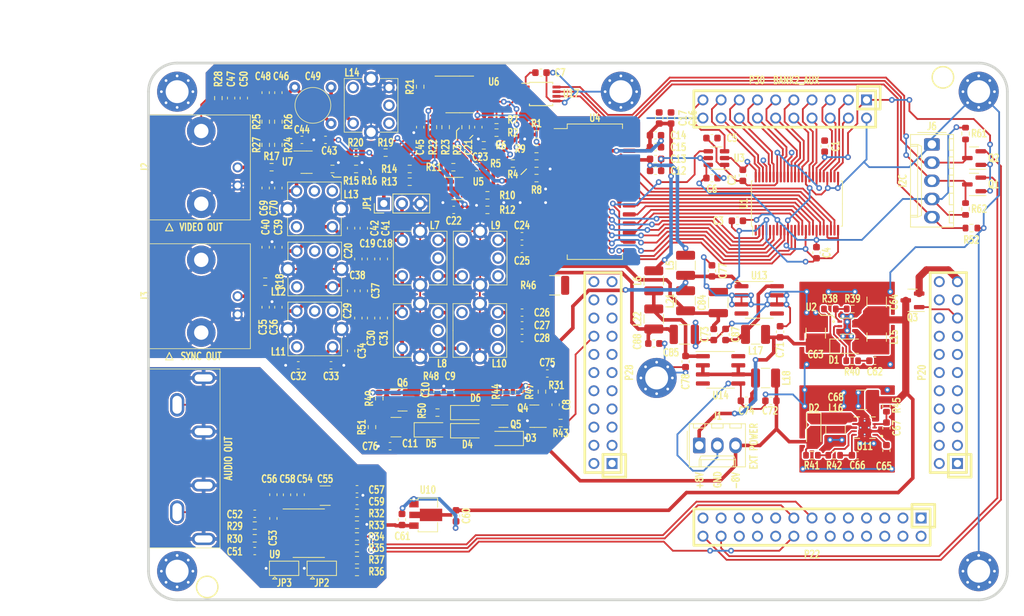
<source format=kicad_pcb>
(kicad_pcb (version 20221018) (generator pcbnew)
  (layers (0 "F.Cu" signal "C1F") (1 "In1.Cu" signal "C2") (2 "In2.Cu" signal "C3") (31 "B.Cu" signal "C4B") (34 "B.Paste" user) (35 "F.Paste" user) (36 "B.SilkS" user "B.Silkscreen") (37 "F.SilkS" user "F.Silkscreen") (38 "B.Mask" user) (39 "F.Mask" user) (44 "Edge.Cuts" user))
  (property "COPYRIGHT" "Copyright 2024 Matt Millman")
  (property "DATE" "2024-06-13")
  (property "LICENSE" "Licensed under the CERN-OHL-P v2")
  (property "TITLE" "dacattac alpha")
  (property "VERSION" "1")
  (net 0 "")
  (net 1 "+3.3V_HACKRF")
  (net 2 "+5V")
  (net 3 "Net-(U4-VCC)")
  (net 4 "Net-(U4-NR)")
  (net 12 "Net-(U4-VEE)")
  (net 13 "GNDV")
  (net 14 "Net-(JP1-C)")
  (net 15 "Net-(C18-Pad2)")
  (net 16 "Net-(U4-REF_OUT)")
  (net 17 "-5VA")
  (net 18 "+5VA")
  (net 19 "Net-(C24-Pad1)")
  (net 20 "Net-(C26-Pad1)")
  (net 21 "Net-(C29-Pad2)")
  (net 22 "Net-(C34-Pad2)")
  (net 23 "Net-(C37-Pad2)")
  (net 24 "Net-(U7-+)")
  (net 25 "Net-(U6A-+)")
  (net 26 "Net-(C46-Pad1)")
  (net 27 "Net-(C46-Pad2)")
  (net 28 "Net-(C47-Pad1)")
  (net 29 "Net-(J4-IN2)")
  (net 30 "Net-(J4-IN1)")
  (net 31 "Net-(U9-CAPP)")
  (net 32 "Net-(U9-CAPM)")
  (net 38 "Net-(D3-A)")
  (net 42 "+3.3VDAC")
  (net 43 "Net-(U9-VNEG)")
  (net 44 "Net-(U9-LDOO)")
  (net 45 "VIN")
  (net 46 "Net-(C62-Pad1)")
  (net 47 "+8V")
  (net 48 "Net-(U11-COMP)")
  (net 49 "Net-(U11-VREF)")
  (net 50 "Net-(U11-EN)")
  (net 51 "-8V")
  (net 52 "Net-(U13-IN)")
  (net 53 "Net-(C74-Pad2)")
  (net 54 "-5V")
  (net 57 "GND")
  (net 58 "Net-(D1-A)")
  (net 59 "Net-(D2-K)")
  (net 61 "DA_SCL")
  (net 62 "DA_SDA")
  (net 63 "Net-(JP1-A)")
  (net 64 "Net-(JP2-C)")
  (net 65 "Net-(JP3-C)")
  (net 66 "Net-(L7-Pad2)")
  (net 67 "Net-(L10-Pad1)")
  (net 68 "/video-misc/LCLK")
  (net 69 "/video-misc/LAD15")
  (net 70 "/video-misc/LAD14")
  (net 71 "/video-misc/LAD13")
  (net 72 "/video-misc/LAD12")
  (net 73 "/video-misc/LAD11")
  (net 74 "/video-misc/LAD10")
  (net 75 "/video-misc/LAD9")
  (net 76 "/video-misc/LAD8")
  (net 77 "/video-misc/LAD7")
  (net 78 "/video-misc/LAD6")
  (net 79 "/video-misc/LAD5")
  (net 80 "/video-misc/LAD4")
  (net 81 "/video-misc/LAD3")
  (net 82 "/video-misc/LAD2")
  (net 83 "/video-misc/LAD1")
  (net 84 "/video-misc/LAD0")
  (net 101 "/power/VBUSCTRL")
  (net 105 "/power/VBUS")
  (net 116 "/audio/I2S_SDA")
  (net 118 "/audio/I2S_WS")
  (net 119 "/audio/I2S_SCK")
  (net 126 "/audio/SDA")
  (net 128 "/audio/SCL")
  (net 129 "Net-(U4-IOUTA)")
  (net 130 "Net-(R2-Pad1)")
  (net 131 "Net-(U6B--)")
  (net 132 "Net-(U4-REF_ADJ)")
  (net 133 "Net-(R4-Pad2)")
  (net 134 "GAIN_ADJ")
  (net 135 "Net-(U4-REF_IN)")
  (net 136 "Net-(R8-Pad2)")
  (net 137 "Net-(U4-IOUTB)")
  (net 138 "Net-(U5--)")
  (net 139 "Net-(R11-Pad2)")
  (net 140 "Net-(J2-In)")
  (net 141 "Net-(J3-In)")
  (net 142 "Net-(R19-Pad1)")
  (net 143 "Net-(U7--)")
  (net 144 "Net-(U6A--)")
  (net 145 "OFFSET_ADJ")
  (net 146 "Net-(U9-OUTL)")
  (net 147 "Net-(U9-OUTR)")
  (net 148 "Net-(U9-XSMT)")
  (net 149 "Net-(U9-LRCK)")
  (net 150 "Net-(U9-DIN)")
  (net 151 "Net-(U9-SCK)")
  (net 152 "Net-(U9-BCK)")
  (net 153 "Net-(U2-FB)")
  (net 154 "Net-(U2-COMP)")
  (net 155 "Net-(U11-FB)")
  (net 156 "DAC_CLK")
  (net 161 "AD0")
  (net 162 "AD1")
  (net 163 "AD2")
  (net 164 "AD3")
  (net 165 "AD4")
  (net 166 "AD5")
  (net 167 "AD6")
  (net 168 "AD7")
  (net 169 "AD8")
  (net 170 "AD9")
  (net 171 "AD10")
  (net 172 "AD11")
  (net 173 "AD12")
  (net 174 "AD13")
  (net 175 "AD14")
  (net 176 "AD15")
  (net 177 "Net-(D5-A)")
  (net 178 "DA_HVC")
  (net 179 "LSYNC")
  (net 180 "Net-(Q4-B)")
  (net 181 "Net-(Q4-E)")
  (net 182 "Net-(Q5-B)")
  (net 183 "Net-(Q6-B)")
  (net 184 "Net-(Q6-E)")
  (net 185 "VIDEO")
  (net 186 "Net-(D6-K)")
  (net 187 "Net-(D4-K)")
  (net 188 "GNDA")
  (footprint "Diode_SMD:D_SOD-123" (layer "F.Cu") (at 172.659 115.006 -90)
    (fp_text reference "D2")
    (fp_text value "MBR0540T1")
  )
  (footprint "Capacitor_SMD:C_0603_1608Metric" (layer "F.Cu") (at 110.81 91.125 -90)
    (fp_text reference "C19")
    (fp_text value "82p")
  )
  (footprint "Capacitor_SMD:C_0603_1608Metric" (layer "F.Cu") (at 150.32 102.936 180)
    (fp_text reference "C88")
    (fp_text value "100n")
  )
  (footprint "Resistor_SMD:R_0603_1608Metric" (layer "F.Cu") (at 133.924 79.822 180)
    (fp_text reference "R8")
    (fp_text value "470")
  )
  (footprint "Resistor_SMD:R_0603_1608Metric" (layer "F.Cu") (at 96.904 78.298 180)
    (fp_text reference "R17")
    (fp_text value "75")
  )
  (footprint "Capacitor_SMD:C_0603_1608Metric" (layer "F.Cu") (at 151.069 71.427 90)
    (fp_text reference "C17")
    (fp_text value "100n")
  )
  (footprint "Capacitor_SMD:C_0603_1608Metric" (layer "F.Cu") (at 109.794 95.583 -90)
    (fp_text reference "C37")
    (fp_text value "NF")
  )
  (footprint "Capacitor_SMD:C_0603_1608Metric" (layer "F.Cu") (at 150.561 77.155 180)
    (fp_text reference "C13")
    (fp_text value "100n")
  )
  (footprint "Resistor_SMD:R_0603_1608Metric" (layer "F.Cu") (at 112.842 76.266 180)
    (fp_text reference "R19")
    (fp_text value "1k8")
  )
  (footprint "Resistor_SMD:R_0603_1608Metric" (layer "F.Cu") (at 193.868 84.14 90)
    (fp_text reference "R62")
    (fp_text value "2k2")
  )
  (footprint "NEOSID_7MM:NEOSID_7MM" (layer "F.Cu") (at 117.668 101.118 180)
    (fp_text reference "L8")
    (fp_text value "09770")
  )
  (footprint "Capacitor_SMD:C_1210_3225Metric" (layer "F.Cu") (at 179.341 110.81 180)
    (fp_text reference "C68")
    (fp_text value "10u")
  )
  (footprint "Capacitor_SMD:C_0603_1608Metric" (layer "F.Cu") (at 178.768 118.557)
    (fp_text reference "C66")
    (fp_text value "220n")
  )
  (footprint "Package_TO_SOT_SMD:SOT-23-6" (layer "F.Cu") (at 159.0645 77.028 180)
    (fp_text reference "U3")
    (fp_text value "74LVC1T45")
  )
  (footprint "Resistor_SMD:R_0603_1608Metric" (layer "F.Cu") (at 97.856 75.187 -90)
    (fp_text reference "R24")
    (fp_text value "270")
  )
  (footprint "Capacitor_SMD:C_0603_1608Metric" (layer "F.Cu") (at 182.819 114.76 -90)
    (fp_text reference "C67")
    (fp_text value "C")
  )
  (footprint "Package_SO:TSSOP-20_4.4x6.5mm_P0.65mm" (layer "F.Cu") (at 102.1055 129.438)
    (fp_text reference "U9")
    (fp_text value "PCM5102")
  )
  (footprint "Capacitor_SMD:C_0603_1608Metric" (layer "F.Cu") (at 109.032 99.38 -90)
    (fp_text reference "C29")
    (fp_text value "100p")
  )
  (footprint "Capacitor_SMD:C_0603_1608Metric" (layer "F.Cu") (at 97.856 81.206 90)
    (fp_text reference "C70")
    (fp_text value "180p")
  )
  (footprint "Capacitor_SMD:C_0603_1608Metric" (layer "F.Cu") (at 93.03 68.646 90)
    (fp_text reference "C50")
    (fp_text value "560p")
  )
  (footprint "Resistor_SMD:R_0603_1608Metric" (layer "F.Cu") (at 178.085 98.11)
    (fp_text reference "R39")
    (fp_text value "R")
  )
  (footprint "Capacitor_SMD:C_0603_1608Metric" (layer "F.Cu") (at 96.078 89.487 90)
    (fp_text reference "C40")
    (fp_text value "100p")
  )
  (footprint "Capacitor_SMD:C_0603_1608Metric" (layer "F.Cu") (at 134.546 65.09)
    (fp_text reference "C7")
    (fp_text value "100n")
  )
  (footprint "Capacitor_SMD:C_0603_1608Metric" (layer "F.Cu") (at 99.063 124.076 90)
    (fp_text reference "C58")
    (fp_text value "100n")
  )
  (footprint "Resistor_SMD:R_0603_1608Metric" (layer "F.Cu") (at 172.405 118.557 180)
    (fp_text reference "R41")
    (fp_text value "R")
  )
  (footprint "Capacitor_SMD:C_0603_1608Metric" (layer "F.Cu") (at 150.548 73.853 180)
    (fp_text reference "C14")
    (fp_text value "100n")
  )
  (footprint "Connector_Molex:Molex_KK-254_AE-6410-05A_1x05_P2.54mm_Vertical" (layer "F.Cu") (at 189.169 75.123 -90)
    (fp_text reference "J6")
    (fp_text value "I2C")
  )
  (footprint "Resistor_SMD:R_0603_1608Metric" (layer "F.Cu") (at 108.842 128.254)
    (fp_text reference "R33")
    (fp_text value "R")
  )
  (footprint "Package_SO:SOIC-8_3.9x4.9mm_P1.27mm" (layer "F.Cu") (at 165.039 96.84)
    (fp_text reference "U13")
    (fp_text value "L78L05_SO8")
  )
  (footprint "Resistor_SMD:R_0603_1608Metric" (layer "F.Cu") (at 118.303 109.667 -90)
    (fp_text reference "R48")
    (fp_text value "47")
  )
  (footprint "hackrf:GSG-HEADER-2x11" (layer "F.Cu") (at 191.47 106.9998 90)
    (fp_text reference "P20")
    (fp_text value "P20" hide)
  )
  (footprint "Capacitor_SMD:C_1210_3225Metric" (layer "F.Cu") (at 172.942 101.49 90)
    (fp_text reference "C63")
    (fp_text value "10u")
  )
  (footprint "Capacitor_SMD:C_0603_1608Metric" (layer "F.Cu") (at 158.435 79.822)
    (fp_text reference "C6")
    (fp_text value "100n")
  )
  (footprint "Capacitor_SMD:C_0603_1608Metric" (layer "F.Cu") (at 182.819 117.909 -90)
    (fp_text reference "C65")
    (fp_text value "4n7")
  )
  (footprint "Capacitor_SMD:C_0603_1608Metric" (layer "F.Cu") (at 94.555 126.73)
    (fp_text reference "C52")
    (fp_text value "2n2")
  )
  (footprint "Capacitor_SMD:C_0603_1608Metric" (layer "F.Cu") (at 108.016 103.965 90)
    (fp_text reference "C34")
    (fp_text value "56p")
  )
  (footprint "Package_TO_SOT_SMD:SOT-23" (layer "F.Cu") (at 195.0595 80.711 180)
    (fp_text reference "Q1")
    (fp_text value "2N7002")
  )
  (footprint "Capacitor_SMD:C_0603_1608Metric" (layer "F.Cu") (at 110.81 99.38 -90)
    (fp_text reference "C30")
    (fp_text value "100p")
  )
  (footprint "Resistor_SMD:R_0603_1608Metric" (layer "F.Cu") (at 105.413 78.552)
    (fp_text reference "R15")
    (fp_text value "100")
  )
  (footprint "Capacitor_SMD:C_0603_1608Metric" (layer "F.Cu") (at 152.72 71.427 90)
    (fp_text reference "C16")
    (fp_text value "100n")
  )
  (footprint "Resistor_SMD:R_0603_1608Metric" (layer "F.Cu") (at 126.558 75.25)
    (fp_text reference "R6")
    (fp_text value "R")
  )
  (footprint "Capacitor_SMD:C_0603_1608Metric" (layer "F.Cu") (at 122.354 84.267 180)
    (fp_text reference "C22")
    (fp_text value "100n")
  )
  (footprint "Capacitor_SMD:C_0603_1608Metric" (layer "F.Cu") (at 131.905 102.174)
    (fp_text reference "C28")
    (fp_text value "1n")
  )
  (footprint "Capacitor_SMD:C_0603_1608Metric" (layer "F.Cu") (at 97.158 127.378 -90)
    (fp_text reference "C53")
    (fp_text value "2u2")
  )
  (footprint "Capacitor_SMD:C_0603_1608Metric" (layer "F.Cu") (at 161.991 85.791 180)
    (fp_text reference "C3")
    (fp_text value "100n")
  )
  (footprint "Capacitor_SMD:C_0603_1608Metric" (layer "F.Cu") (at 174.183 75.364 90)
    (fp_text reference "C1")
    (fp_text value "100n")
  )
  (footprint "Resistor_SMD:R_0603_1608Metric" (layer "F.Cu") (at 130.622 77.79)
    (fp_text reference "R5")
    (fp_text value "3k3")
  )
  (footprint "Capacitor_SMD:C_0603_1608Metric" (layer "F.Cu") (at 96.078 81.206 90)
    (fp_text reference "C69")
    (fp_text value "NF")
  )
  (footprint "Capacitor_SMD:C_0603_1608Metric" (layer "F.Cu") (at 91.252 68.646 90)
    (fp_text reference "C47")
    (fp_text value "390p")
  )
  (footprint "Resistor_SMD:R_0603_1608Metric" (layer "F.Cu") (at 108.842 134.858 180)
    (fp_text reference "R36")
    (fp_text value "NF")
  )
  (footprint "Capacitor_SMD:C_0603_1608Metric" (layer "F.Cu") (at 163.248 110.937)
    (fp_text reference "C74")
    (fp_text value "100n")
  )
  (footprint "Capacitor_SMD:C_0603_1608Metric" (layer "F.Cu") (at 108.842 124.952)
    (fp_text reference "C59")
    (fp_text value "100n")
  )
  (footprint "Inductor_SMD:L_1210_3225Metric" (layer "F.Cu") (at 175.707 115.004 90)
    (fp_text reference "L16")
    (fp_text value "4u7")
  )
  (footprint "Capacitor_SMD:C_0603_1608Metric" (layer "F.Cu") (at 100.637 105.984 180)
    (fp_text reference "C32")
    (fp_text value "220p")
  )
  (footprint "Resistor_SMD:R_0603_1608Metric" (layer "F.Cu") (at 127.066 84.267 180)
    (fp_text reference "R12")
    (fp_text value "68")
  )
  (footprint "Jumper:SolderJumper-3_P1.3mm_Open_Pad1.0x1.5mm" (layer "F.Cu") (at 98.652 134.35)
    (fp_text reference "JP3")
    (fp_text value "DE EMPHASIS")
  )
  (footprint "Capacitor_SMD:C_0603_1608Metric" (layer "F.Cu") (at 131.892 87.95)
    (fp_text reference "C24")
    (fp_text value "1n")
  )
  (footprint "Capacitor_SMD:C_0603_1608Metric" (layer "F.Cu") (at 150.561 78.806 180)
    (fp_text reference "C12")
    (fp_text value "100n")
  )
  (footprint "Capacitor_SMD:C_0603_1608Metric" (layer "F.Cu") (at 158.689 101.679 -90)
    (fp_text reference "C87")
    (fp_text value "100n")
  )
  (footprint "Capacitor_SMD:C_0603_1608Metric" (layer "F.Cu") (at 96.078 67.884 90)
    (fp_text reference "C48")
    (fp_text value "4p7")
  )
  (footprint "Capacitor_SMD:C_1210_3225Metric" (layer "F.Cu") (at 159.324 97.221 90)
    (fp_text reference "C84")
    (fp_text value "33u")
  )
  (footprint "Capacitor_SMD:C_0603_1608Metric" (layer "F.Cu") (at 100.968 124.063 90)
    (fp_text reference "C54")
    (fp_text value "100n")
  )
  (footprint "Package_SO:TSSOP-48_6.1x12.5mm_P0.5mm" (layer "F.Cu") (at 170.306 83.391 90)
    (fp_text reference "U1")
    (fp_text value "74LVCH16T245")
  )
  (footprint "Capacitor_SMD:C_0603_1608Metric" (layer "F.Cu") (at 109.032 91.125 -90)
    (fp_text reference "C20")
    (fp_text value "100p")
  )
  (footprint "Diode_SMD:D_SOD-123" (layer "F.Cu") (at 119.192 115.001)
    (fp_text reference "D5")
    (fp_text value "1N4148")
  )
  (footprint "Capacitor_SMD:C_0603_1608Metric" (layer "F.Cu") (at 162.753 79.441 90)
    (fp_text reference "C2")
    (fp_text value "100n")
  )
  (footprint "Resistor_SMD:R_0603_1608Metric" (layer "F.Cu") (at 133.924 73.726 180)
    (fp_text reference "R1")
    (fp_text value "33")
  )
  (footprint "NEOSID_7MM:NEOSID_7MM" (layer "F.Cu") (at 126.05 90.998 180)
    (fp_text reference "L9")
    (fp_text value "09760")
  )
  (footprint "Diode_SMD:D_SOD-123" (layer "F.Cu") (at 177.261 103.317)
    (fp_text reference "D1")
    (fp_text value "MBR0540T1")
  )
  (footprint "Resistor_SMD:R_0603_1608Metric" (layer "F.Cu") (at 108.842 129.905 180)
    (fp_text reference "R34")
    (fp_text value "0")
  )
  (footprint "Inductor_SMD:L_1210_3225Metric" (layer "F.Cu") (at 154.752 92.014 90)
    (fp_text reference "L5")
    (fp_text value "5.6u")
  )
  (footprint "Package_TO_SOT_SMD:SOT-23" (layer "F.Cu") (at 186.4535 96.906 180)
    (fp_text reference "Q3")
    (fp_text value "IRLML2244")
  )
  (footprint "Resistor_SMD:R_0603_1608Metric" (layer "F.Cu") (at 121.224 72.71 90)
    (fp_text reference "R23")
    (fp_text value "10")
  )
  (footprint "Resistor_SMD:R_0603_1608Metric" (layer "F.Cu") (at 194.694 86.807)
    (fp_text reference "R52")
    (fp_text value "10k")
  )
  (footprint "GSG-MARK1MM" (layer "F.Cu") (at 87.91 136.9498)
    (fp_text reference "FID2" hide)
    (fp_text value "FIDUCIAL" hide)
  )
  (footprint "Capacitor_SMD:C_0603_1608Metric" (layer "F.Cu") (at 122.685 127.015 -90)
    (fp_text reference "C60")
    (fp_text value "2u2")
  )
  (footprint "Resistor_SMD:R_0603_1608Metric" (layer "F.Cu") (at 108.842 126.603 180)
    (fp_text reference "R32")
    (fp_text value "R")
  )
  (footprint "Capacitor_SMD:C_0603_1608Metric" (layer "F.Cu") (at 108.016 95.583 -90)
    (fp_text reference "C38")
    (fp_text value "270p")
  )
  (footprint "Capacitor_SMD:C_0603_1608Metric" (layer "F.Cu") (at 104.447 74.488 180)
    (fp_text reference "C43")
    (fp_text value "100n")
  )
  (footprint "PJRAN2X1U01X:PJRAN2X1U01X" (layer "F.Cu") (at 79.71 119 -90)
    (fp_text reference "J4" hide)
    (fp_text value "AUDIO OUT")
  )
  (footprint "Package_TO_SOT_SMD:SOT-89-3" (layer "F.Cu") (at 118.748 126.888)
    (fp_text reference "U10")
    (fp_text value "MCP1700x-120xxMB")
  )
  (footprint "hackrf:GSG-HOLE126MIL-COPPER" (layer "F.Cu") (at 83.71 134.7498)
    (fp_text reference "J11" hide)
    (fp_text value "HOLE" hide)
  )
  (footprint "Capacitor_SMD:C_0603_1608Metric" (layer "F.Cu") (at 101.145 74.488)
    (fp_text reference "C44")
    (fp_text value "100n")
  )
  (footprint "Capacitor_SMD:C_0603_1608Metric" (layer "F.Cu") (at 125.796 72.71 -90)
    (fp_text reference "C21")
    (fp_text value "100n")
  )
  (footprint "hackrf:GSG-HOLE126MIL-COPPER" (layer "F.Cu") (at 150.71 107.7498)
    (fp_text reference "J13" hide)
    (fp_text value "HOLE" hide)
  )
  (footprint "Package_TO_SOT_SMD:SOT-23" (layer "F.Cu") (at 129.3035 113.096)
    (fp_text reference "Q5")
    (fp_text value "BC857")
  )
  (footprint "NEOSID_7MM:NEOSID_7MM" (layer "F.Cu") (at 102.936 100.904 -90)
    (fp_text reference "L11")
    (fp_text value "09750")
  )
  (footprint "Resistor_SMD:R_0603_1608Metric" (layer "F.Cu") (at 133.924 77.79 180)
    (fp_text reference "R4")
    (fp_text value "100")
  )
  (footprint "NEOSID_7MM:NEOSID_7MM" (layer "F.Cu") (at 126.01 101.118 180)
    (fp_text reference "L10")
    (fp_text value "09760")
  )
  (footprint "Resistor_SMD:R_0603_1608Metric" (layer "F.Cu") (at 96.078 75.187 90)
    (fp_text reference "R27")
    (fp_text value "330")
  )
  (footprint "Capacitor_SMD:C_0603_1608Metric" (layer "F.Cu") (at 136.591 111.495 90)
    (fp_text reference "C8")
    (fp_text value "NF")
  )
  (footprint "hackrf:GSG-HEADER-2x10" (layer "F.Cu") (at 168.61 70.1698 180)
    (fp_text reference "P30" hide)
    (fp_text value "BANK2_AUX" hide)
  )
  (footprint "Package_SO:SOIC-28W_7.5x18.7mm_P1.27mm" (layer "F.Cu") (at 142.078 81.727)
    (fp_text reference "U4")
    (fp_text value "AD768")
  )
  (footprint "Resistor_SMD:R_0603_1608Metric" (layer "F.Cu") (at 124.018 72.71 -90)
    (fp_text reference "R3")
    (fp_text value "10k")
  )
  (footprint "Resistor_SMD:R_0603_1608Metric" (layer "F.Cu") (at 178.022 105.349 180)
    (fp_text reference "R40")
    (fp_text value "4k99")
  )
  (footprint "Resistor_SMD:R_0603_1608Metric" (layer "F.Cu") (at 116.208 78.552 180)
    (fp_text reference "R14")
    (fp_text value "100")
  )
  (footprint "NEOSID_7MM:NEOSID_7MM" (layer "F.Cu") (at 110.81 69.662 180)
    (fp_text reference "L14")
    (fp_text value "09500")
  )
  (footprint "Resistor_SMD:R_0603_1608Metric" (layer "F.Cu") (at 108.715 78.552)
    (fp_text reference "R16")
    (fp_text value "100")
  )
  (footprint "Inductor_SMD:L_1210_3225Metric" (layer "F.Cu") (at 181.451 102.044 -90)
    (fp_text reference "L15")
    (fp_text value "10u")
  )
  (footprint "Capacitor_SMD:C_0603_1608Metric" (layer "F.Cu") (at 121.859 109.667 90)
    (fp_text reference "C9")
    (fp_text value "82p")
  )
  (footprint "Capacitor_SMD:C_0603_1608Metric" (layer "F.Cu") (at 112.588 91.125 -90)
    (fp_text reference "C18")
    (fp_text value "100p")
  )
  (footprint "Capacitor_SMD:C_0603_1608Metric" (layer "F.Cu") (at 96.078 97.869 90)
    (fp_text reference "C35")
    (fp_text value "390p")
  )
  (footprint "Capacitor_SMD:C_1210_3225Metric" (layer "F.Cu") (at 114.288 114.62)
    (fp_text reference "C11")
    (fp_text value "33u")
  )
  (footprint "Capacitor_SMD:C_0603_1608Metric" (layer "F.Cu") (at 150.548 75.504)
    (fp_text reference "C15")
    (fp_text value "100n")
  )
  (footprint "Resistor_SMD:R_0603_1608Metric" (layer "F.Cu") (at 175.517 118.557 180)
    (fp_text reference "R42")
    (fp_text value "R")
  )
  (footprint "Resistor_SMD:R_0603_1608Metric" (layer "F.Cu") (at 193.868 73.599 -90)
    (fp_text reference "R61")
    (fp_text value "2k2")
  )
  (footprint "MOLEX_73101:731010120" (layer "F.Cu") (at 79.71 96.33 90)
    (fp_text reference "J3")
    (fp_text value "SYNC OUT")
  )
  (footprint "Capacitor_SMD:C_1210_3225Metric" (layer "F.Cu") (at 181.451 97.143 90)
    (fp_text reference "C64")
    (fp_text value "4.7u")
  )
  (footprint "Capacitor_SMD:C_0603_1608Metric" (layer "F.Cu") (at 115.128 127.523 90)
    (fp_text reference "C61")
    (fp_text value "2u2")
  )
  (footprint "Capacitor_SMD:C_1210_3225Metric" (layer "F.Cu") (at 104.397 124.19)
    (fp_text reference "C55")
    (fp_text value "10uF")
  )
  (footprint "TPS63700DRCT:VREG_V62_16624-01YE" (layer "F.Cu") (at 179.771 114.692 180)
    (fp_text reference "U11")
    (fp_text value "TPS63700DRCT")
  )
  (footprint "Resistor_SMD:R_0603_1608Metric" (layer "F.Cu") (at 117.668 67.058 90)
    (fp_text reference "R21")
    (fp_text value "1k")
  )
  (footprint "Capacitor_SMD:C_0603_1608Metric" (layer "F.Cu") (at 160.34 101.679 90)
    (fp_text reference "C73")
    (fp_text value "100n")
  )
  (footprint "Capacitor_SMD:C_0603_1608Metric" (layer "F.Cu") (at 166.677 110.937)
    (fp_text reference "C72")
    (fp_text value "100n")
  )
  (footprint "Package_TO_SOT_SMD:SOT-23" (layer "F.Cu") (at 195.0595 77.028 180)
    (fp_text reference "Q2")
    (fp_text value "2N7002")
  )
  (footprint "Resistor_SMD:R_0603_1608Metric" (layer "F.Cu") (at 128.336 71.694 180)
    (fp_text reference "R7")
    (fp_text value "330")
  )
  (footprint "Package_SO:TSSOP-8_3x3mm_P0.65mm" (layer "F.Cu") (at 134.56 68.075)
    (fp_text reference "U17")
    (fp_text value "MCP47FEB22A0-E/ST\n")
  )
  (footprint "Connector_Molex:Molex_KK-254_AE-6410-03A_1x03_P2.54mm_Vertical" (layer "F.Cu") (at 156.657 117.18)
    (fp_text reference "J1")
    (fp_text value "EXT POWER")
  )
  (footprint "Capacitor_SMD:C_1210_3225Metric" (layer "F.Cu") (at 154.576 101.666 180)
    (fp_text reference "C85")
    (fp_text value "33u")
  )
  (footprint "Capacitor_SMD:C_0603_1608Metric" (layer "F.Cu") (at 158.435 92.789 90)
    (fp_text reference "C77")
    (fp_text value "100n")
  )
  (footprint "Capacitor_SMD:C_0603_1608Metric" (layer "F.Cu") (at 97.856 97.869 90)
    (fp_text reference "C36")
    (fp_text value "220p")
  )
  (footprint "Resistor_SMD:R_0603_1608Metric" (layer "F.Cu") (at 134.686 109.667 -90)
    (fp_text reference "R31")
    (fp_text value "220")
  )
  (footprint "Capacitor_SMD:C_0603_1608Metric" (layer "F.Cu") (at 113.464 117.287)
    (fp_text reference "C76")
    (fp_text value "100n")
  )
  (footprint "Capacitor_SMD:C_0603_1608Metric" (layer "F.Cu") (at 135.435 107.127)
    (fp_text reference "C75")
    (fp_text value "100n")
  )
  (footprint "Resistor_SMD:R_0603_1608Metric" (layer "F.Cu") (at 128.336 73.472)
    (fp_text reference "R2")
    (fp_text value "3k9")
  )
  (footprint "Resistor_SMD:R_1210_3225Metric" (layer "F.Cu") (at 136.464 94.808 180)
    (fp_text reference "R46")
    (fp_text value "0")
  )
  (footprint "Capacitor_SMD:C_0603_1608Metric" (layer "F.Cu") (at 154.752 105.463 90)
    (fp_text reference "C78")
    (fp_text value "100n")
  )
  (footprint "Package_TO_SOT_SMD:SOT-23-5" (layer "F.Cu") (at 122.8695 81.28)
    (fp_text reference "U5")
    (fp_text value "MAX4104")
  )
  (footprint "Capacitor_SMD:C_0603_1608Metric" (layer "F.Cu") (at 117.668 72.71 -90)
    (fp_text reference "C45")
    (fp_text value "100n")
  )
  (footprint "Resistor_SMD:R_0603_1608Metric" (layer "F.Cu") (at 89.474 68.646 90)
    (fp_text reference "R28")
    (fp_text value "100")
  )
  (footprint "Inductor_SMD:L_1210_3225Metric" (layer "F.Cu") (at 165.925 107.762 180)
    (fp_text reference "L18")
    (fp_text value "5.6u")
  )
  (footprint "Capacitor_SMD:C_0603_1608Metric" (layer "F.Cu") (at 97.158 124.063 90)
    (fp_text reference "C56")
    (fp_text value "2u2")
  )
  (footprint "NEOSID_7MM:NEOSID_7MM" (layer "F.Cu") (at 117.668 90.998 180)
    (fp_text reference "L7")
    (fp_text value "09510")
  )
  (footprint "MOLEX_73101:731010120" (layer "F.Cu") (at 79.71 78.33 90)
    (fp_text reference "J2")
    (fp_text value "VIDEO OUT")
  )
  (footprint "Inductor_SMD:L_1210_3225Metric" (layer "F.Cu") (at 164.528 101.666 180)
    (fp_text reference "L17")
    (fp_text value "5.6u")
  )
  (footprint "Capacitor_SMD:C_0603_1608Metric" (layer "F.Cu") (at 131.905 98.618)
    (fp_text reference "C26")
    (fp_text value "680p")
  )
  (footprint "Diode_SMD:D_SOD-123" (layer "F.Cu") (at 124.273 115.128)
    (fp_text reference "D4")
    (fp_text value "1N4148")
  )
  (footprint "Resistor_SMD:R_0603_1608Metric" (layer "F.Cu") (at 96.078 71.948 90)
    (fp_text reference "R25")
    (fp_text value "3k3")
  )
  (footprint "Resistor_SMD:R_0603_1608Metric" (layer "F.Cu") (at 131.511 109.667 -90)
    (fp_text reference "R47")
    (fp_text value "4k3")
  )
  (footprint "hackrf:GSG-HEADER-2x13" (layer "F.Cu") (at 172.42 128.5898 180)
    (fp_text reference "P22")
    (fp_text value "P22" hide)
  )
  (footprint "Resistor_SMD:R_0603_1608Metric" (layer "F.Cu") (at 111.953 110.62 -90)
    (fp_text reference "R49")
    (fp_text value "4k3")
  )
  (footprint "Package_TO_SOT_SMD:SOT-23-5" (layer "F.Cu") (at 101.7985 77.602)
    (fp_text reference "U7")
    (fp_text value "MAX4104")
  )
  (footprint "Connector_PinHeader_2.54mm:PinHeader_1x03_P2.54mm_Vertical" (layer "F.Cu") (at 112.588 83.378 90)
    (fp_text reference "JP1")
    (fp_text value "TEST")
  )
  (footprint "Package_TO_SOT_SMD:SOT-23" (layer "F.Cu") (at 115.2065 110.81)
    (fp_text reference "Q6")
    (fp_text value "BC807")
  )
  (footprint "Resistor_SMD:R_0603_1608Metric" (layer "F.Cu") (at 133.924 75.758)
    (fp_text reference "R9")
    (fp_text value "33")
  )
  (footprint "Package_SO:SOIC-8_3.9x4.9mm_P1.27mm" (layer "F.Cu") (at 159.643 106.619)
    (fp_text reference "U14")
    (fp_text value "L79L05_SO8")
  )
  (footprint "Capacitor_SMD:C_0603_1608Metric" (layer "F.Cu") (at 109.794 86.82 90)
    (fp_text reference "C41")
    (fp_text value "18p")
  )
  (footprint "Resistor_SMD:R_0603_1608Metric" (layer "F.Cu") (at 137.29 114.048 180)
    (fp_text reference "R43")
    (fp_text value "1k")
  )
  (footprint "hackrf:GSG-HOLE126MIL-COPPER" (layer "F.Cu") (at 145.71 67.7498)
    (fp_text reference "J12" hide)
    (fp_text value "HOLE" hide)
  )
  (footprint "Inductor_SMD:L_1210_3225Metric" (layer "F.Cu") (at 150.307 99.507 -90)
    (fp_text reference "L22")
    (fp_text value "5.6u")
  )
  (footprint "Capacitor_SMD:C_0603_1608Metric" (layer "F.Cu") (at 167.96 101.298 90)
    (fp_text reference "C71")
    (fp_text value "100n")
  )
  (footprint "hackrf:GSG-HEADER-2x11" (layer "F.Cu") (at 143.21 106.9998 90)
    (fp_text reference "P28")
    (fp_text value "P28" hide)
  )
  (footprint "Resistor_SMD:R_0603_1608Metric" (layer "F.Cu") (at 182.819 111.636 90)
    (fp_text reference "R45")
    (fp_text value "R")
  )
  (footprint "Capacitor_SMD:C_0603_1608Metric" (layer "F.Cu") (at 97.856 89.487 90)
    (fp_text reference "C39")
    (fp_text value "560p")
  )
  (footprint "NEOSID_7MM:NEOSID_7MM" (layer "F.Cu") (at 102.896 84.126 -90)
    (fp_text reference "L13")
    (fp_text value "09750")
  )
  (footprint "Inductor_SMD:L_1210_3225Metric" (layer "F.Cu") (at 154.752 96.967 -90)
    (fp_text reference "L21")
    (fp_text value "5.6u")
  )
  (footprint "Resistor_SMD:R_0603_1608Metric" (layer "F.Cu") (at 108.842 133.207 180)
    (fp_text reference "R37")
    (fp_text value "0")
  )
  (footprint "Capacitor_SMD:C_0603_1608Metric" (layer "F.Cu") (at 131.892 89.728)
    (fp_text reference "C25")
    (fp_text value "560p")
  )
  (footprint "Resistor_SMD:R_0603_1608Metric" (layer "F.Cu") (at 127.066 82.235 180)
    (fp_text reference "R10")
    (fp_text value "75")
  )
  (footprint "Capacitor_SMD:C_0603_1608Metric" (layer "F.Cu") (at 131.905 100.396)
    (fp_text reference "C27")
    (fp_text value "2n2")
  )
  (footprint "Capacitor_SMD:C_0603_1608Metric" (layer "F.Cu") (at 112.588 99.38 -90)
    (fp_text reference "C31")
    (fp_text value "100p")
  )
  (footprint "Capacitor_SMD:C_0603_1608Metric" (layer "F.Cu") (at 94.555 131.937)
    (fp_text reference "C51")
    (fp_text value "2n2")
  )
  (footprint "TPS61170DRVR:SON65P200X200X80-7N" (layer "F.Cu") (at 177.338 100.523)
    (fp_text reference "U2")
    (fp_text value "TPS61170DRVR")
  )
  (footprint "Resistor_SMD:R_0603_1608Metric" (layer "F.Cu") (at 116.208 80.33 180)
    (fp_text reference "R13")
    (fp_text value "100")
  )
  (footprint "Resistor_SMD:R_0603_1608Metric" (layer "F.Cu") (at 129.733 109.667 90)
    (fp_text reference "R44")
    (fp_text value "1k5")
  )
  (footprint "Jumper:SolderJumper-3_P1.3mm_Open_Pad1.0x1.5mm" (layer "F.Cu") (at 103.919 134.35)
    (fp_text reference "JP2")
    (fp_text value "FILTER MODE")
  )
  (footprint "hackrf:GSG-HOLE126MIL-COPPER" (layer "F.Cu") (at 195.71 134.7498)
    (fp_text reference "J15" hide)
    (fp_text value "HOLE" hide)
  )
  (footprint "BFC2808xxxxx:BFC2808xxxxx" (layer "F.Cu") (at 102.682 69.662 180)
    (fp_text reference "C49")
    (fp_text value "2p-18p")
  )
  (footprint "hackrf:GSG-HOLE126MIL-COPPER" (layer "F.Cu") (at 195.71 67.7498)
    (fp_text reference "J14" hide)
    (fp_text value "HOLE" hide)
  )
  (footprint "Capacitor_SMD:C_0603_1608Metric" (layer "F.Cu") (at 158.435 74.234)
    (fp_text reference "C5")
    (fp_text value "100n")
  )
  (footprint "Capacitor_SMD:C_0603_1608Metric" (layer "F.Cu") (at 97.856 67.884 90)
    (fp_text reference "C46")
    (fp_text value "47p")
  )
  (footprint "Resistor_SMD:R_0603_1608Metric" (layer "F.Cu") (at 96.015 94.3)
    (fp_text reference "R18")
    (fp_text value "NF")
  )
  (footprint "Capacitor_SMD:C_0603_1608Metric" (layer "F.Cu") (at 105.209 105.984)
    (fp_text reference "C33")
    (fp_text value "82p")
  )
  (footprint "Resistor_SMD:R_0603_1608Metric" (layer "F.Cu") (at 108.842 131.556 180)
    (fp_text reference "R35")
    (fp_text value "0")
  )
  (footprint "Capacitor_SMD:C_0603_1608Metric" (layer "F.Cu") (at 108.016 86.82 90)
    (fp_text reference "C42")
    (fp_text value "220p")
  )
  (footprint "Resistor_SMD:R_0603_1608Metric" (layer "F.Cu") (at 97.856 71.948 90)
    (fp_text reference "R26")
    (fp_text value "180")
  )
  (footprint "Resistor_SMD:R_0603_1608Metric" (layer "F.Cu") (at 110.937 114.62 90)
    (fp_text reference "R51")
    (fp_text value "75")
  )
  (footprint "Capacitor_SMD:C_0603_1608Metric" (layer "F.Cu") (at 120.081 109.667 90)
    (fp_text reference "C10")
    (fp_text value "100p")
  )
  (footprint "Capacitor_SMD:C_0603_1608Metric" (layer "F.Cu") (at 108.842 123.301)
    (fp_text reference "C57")
    (fp_text value "100n")
  )
  (footprint "Diode_SMD:D_SOD-123" (layer "F.Cu") (at 129.733 116.207 180)
    (fp_text reference "D3")
    (fp_text value "1N4148")
  )
  (footprint "Resistor_SMD:R_0603_1608Metric" (layer "F.Cu") (at 120.081 112.588 180)
    (fp_text reference "R50")
    (fp_text value "909")
  )
  (footprint "NEOSID_7MM:NEOSID_7MM" (layer "F.Cu") (at 102.936 92.522 -90)
    (fp_text reference "L12")
    (fp_text value "09750")
  )
  (footprint "Resistor_SMD:R_0603_1608Metric" (layer "F.Cu") (at 108.714 76.266)
    (fp_text reference "R20")
    (fp_text value "4k7")
  )
  (footprint "Inductor_SMD:L_1210_3225Metric" (layer "F.Cu") (at 150.307 94.176 -90)
    (fp_text reference "L6")
    (fp_text value "5.6u")
  )
  (footprint "Resistor_SMD:R_0603_1608Metric" (layer "F.Cu") (at 119.446 72.71 -90)
    (fp_text reference "R22")
    (fp_text value "2k2")
  )
  (footprint "Package_SO:SOIC-8_3.9x4.9mm_P1.27mm" (layer "F.Cu") (at 123.194 68.138)
    (fp_text reference "U6")
    (fp_text value "TLE2082")
  )
  (footprint "Resistor_SMD:R_0603_1608Metric" (layer "F.Cu") (at 94.555 128.381 180)
    (fp_text reference "R29")
    (fp_text value "470")
  )
  (footprint "Diode_SMD:D_SOD-123" (layer "F.Cu") (at 124.273 112.588)
    (fp_text reference "D6")
    (fp_text value "1N4148")
  )
  (footprint "Resistor_SMD:R_0603_1608Metric" (layer "F.Cu") (at 94.555 130.159 180)
    (fp_text reference "R30")
    (fp_text value "470")
  )
  (footprint "Capacitor_SMD:C_0603_1608Metric" (layer "F.Cu") (at 181.21 105.349)
    (fp_text reference "C62")
    (fp_text value "10n")
  )
  (footprint "Resistor_SMD:R_0603_1608Metric" (layer "F.Cu") (at 122.304 78.298 180)
    (fp_text reference "R11")
    (fp_text value "330")
  )
  (footprint "Resistor_SMD:R_0603_1608Metric" (layer "F.Cu") (at 174.911 98.11)
    (fp_text reference "R38")
    (fp_text value "R")
  )
  (footprint "Capacitor_SMD:C_0603_1608Metric" (layer "F.Cu") (at 173.04 90.249 -90)
    (fp_text reference "C4")
    (fp_text value "100n")
  )
  (footprint "Package_TO_SOT_SMD:SOT-23" (layer "F.Cu") (at 133.6215 113.093 180)
    (fp_text reference "Q4")
    (fp_text value "BC857")
  )
  (footprint "GSG-MARK1MM" (layer "F.Cu") (at 190.71 65.7498)
    (fp_text reference "FID1" hide)
    (fp_text value "FIDUCIAL" hide)
  )
  (footprint "hackrf:GSG-HOLE126MIL-COPPER" (layer "F.Cu") (at 83.71 67.7498)
    (fp_text reference "J10" hide)
    (fp_text value "HOLE" hide)
  )
  (footprint "Capacitor_SMD:C_0603_1608Metric" (layer "F.Cu") (at 125.542 78.298)
    (fp_text reference "C23")
    (fp_text value "100n")
  )
  (gr_line (start 106.619 79.695) (end 105.603 79.695) (stroke (width 0.15)) (layer "F.SilkS"))
  (gr_line (start 122.748 73.218) (end 123.129 72.837) (stroke (width 0.15)) (layer "F.SilkS"))
  (gr_line (start 82.616 86.172) (end 83.124 87.188) (stroke (width 0.15)) (layer "F.SilkS"))
  (gr_line (start 83.124 87.188) (end 82.108 87.188) (stroke (width 0.15)) (layer "F.SilkS"))
  (gr_line (start 173.704 98.999) (end 175.228 98.999) (stroke (width 0.15)) (layer "F.SilkS"))
  (gr_line (start 82.616 104.206) (end 83.124 105.222) (stroke (width 0.15)) (layer "F.SilkS"))
  (gr_line (start 110.556 78.552) (end 110.81 78.806) (stroke (width 0.15)) (layer "F.SilkS"))
  (gr_line (start 125.034 73.853) (end 124.600633 74.286367) (stroke (width 0.15)) (layer "F.SilkS"))
  (gr_line (start 122.748 74.488) (end 122.748 73.472) (stroke (width 0.15)) (layer "F.SilkS"))
  (gr_line (start 82.108 87.188) (end 82.616 86.172) (stroke (width 0.15)) (layer "F.SilkS"))
  (gr_line (start 132.527 78.552) (end 131.752355 79.326645) (stroke (width 0.15)) (layer "F.SilkS"))
  (gr_line (start 105.603 79.695) (end 105.349 79.441) (stroke (width 0.15)) (layer "F.SilkS"))
  (gr_line (start 175.228 98.999) (end 175.609 99.38) (stroke (width 0.15)) (layer "F.SilkS"))
  (gr_line (start 83.124 105.222) (end 82.108 105.222) (stroke (width 0.15)) (layer "F.SilkS"))
  (gr_line (start 82.108 105.222) (end 82.616 104.206) (stroke (width 0.15)) (layer "F.SilkS"))
  (gr_line (start 173.249144 98.544144) (end 173.704 98.999) (stroke (width 0.15)) (layer "F.SilkS"))
  (gr_line (start 110.81 79.314) (end 110.81 78.806) (stroke (width 0.15)) (layer "F.SilkS"))
  (gr_line (start 122.748 73.472) (end 122.748 73.218) (stroke (width 0.15)) (layer "F.SilkS"))
  (gr_line (start 199.71 134.7498) (end 199.71 67.7498) (stroke (width 0.381)) (layer "Edge.Cuts"))
  (gr_line (start 79.71 134.7498) (end 79.71 67.7498) (stroke (width 0.381)) (layer "Edge.Cuts"))
  (gr_arc (start 79.71 67.7498) (mid 80.881573 64.921373) (end 83.71 63.7498) (stroke (width 0.381)) (layer "Edge.Cuts"))
  (gr_arc (start 199.71 134.7498) (mid 198.538427 137.578227) (end 195.71 138.7498) (stroke (width 0.381)) (layer "Edge.Cuts"))
  (gr_arc (start 83.71 138.7498) (mid 80.881573 137.578227) (end 79.71 134.7498) (stroke (width 0.381)) (layer "Edge.Cuts"))
  (gr_line (start 195.71 63.7498) (end 83.71 63.7498) (stroke (width 0.381)) (layer "Edge.Cuts"))
  (gr_line (start 83.71 138.7498) (end 195.71 138.7498) (stroke (width 0.381)) (layer "Edge.Cuts"))
  (gr_arc (start 195.71 63.7498) (mid 198.538427 64.921373) (end 199.71 67.7498) (stroke (width 0.381)) (layer "Edge.Cuts"))
  (gr_text "+8V" (at 157.292 123.383 90) (layer "F.SilkS") (effects (font (size 1.016 0.762) (thickness 0.1905)) (justify left bottom)))
  (gr_text "P30  BANK2_AUX" (at 168.5338 66.1566) (layer "F.SilkS") (effects (font (size 1.016 0.762) (thickness 0.1905))))
  (gr_text "GND" (at 159.832 123.256 90) (layer "F.SilkS") (effects (font (size 1.016 0.762) (thickness 0.1905)) (justify left bottom)))
  (gr_text "-8V" (at 162.372 123.383 90) (layer "F.SilkS") (effects (font (size 1.016 0.762) (thickness 0.1905)) (justify left bottom)))
  (segment (start 196.058 77.917) (end 195.997 77.978) (width 0.25) (layer "F.Cu") (net 1))
  (segment (start 178.755 72.202) (end 178.755 70.1848) (width 0.25) (layer "F.Cu") (net 1))
  (segment (start 186.0255 70.4555) (end 186.0255 68.9) (width 0.25) (layer "F.Cu") (net 1))
  (segment (start 173.421 81.219) (end 173.056 80.854) (width 0.25) (layer "F.Cu") (net 1))
  (segment (start 167.579 76.266) (end 167.556 76.289) (width 0.25) (layer "F.Cu") (net 1))
  (segment (start 167.201764 80.838) (end 167.556 80.483764) (width 0.25) (layer "F.Cu") (net 1))
  (segment (start 183.576003 68.904997) (end 183.570806 68.8998) (width 0.25) (layer "F.Cu") (net 1))
  (segment (start 161.877 80.216) (end 162.753 80.216) (width 0.25) (layer "F.Cu") (net 1))
  (segment (start 160.202 78.541) (end 161.877 80.216) (width 0.25) (layer "F.Cu") (net 1))
  (segment (start 163.375 80.838) (end 167.201764 80.838) (width 0.25) (layer "F.Cu") (net 1))
  (segment (start 178.755 70.1848) (end 180.04 68.8998) (width 0.25) (layer "F.Cu") (net 1))
  (segment (start 197.297 77.917) (end 197.236 77.978) (width 0.25) (layer "F.Cu") (net 1))
  (segment (start 173.056 80.854) (end 173.056 79.6785) (width 0.25) (layer "F.Cu") (net 1))
  (segment (start 167.556 80.483764) (end 167.556 79.6785) (width 0.25) (layer "F.Cu") (net 1))
  (segment (start 177.4475 76.901) (end 177.4475 73.5095) (width 0.25) (layer "F.Cu") (net 1))
  (segment (start 177.4475 73.5095) (end 178.755 72.202) (width 0.25) (layer "F.Cu") (net 1))
  (segment (start 157.66 74.234) (end 159.07 75.644) (width 0.25) (layer "F.Cu") (net 1))
  (segment (start 167.556 76.289) (end 167.556 79.6785) (width 0.25) (layer "F.Cu") (net 1))
  (segment (start 187.137 71.567) (end 186.0255 70.4555) (width 0.25) (layer "F.Cu") (net 1))
  (segment (start 197.297 73.853) (end 195.011 71.567) (width 0.25) (layer "F.Cu") (net 1))
  (segment (start 173.056 78.409) (end 174.183 77.282) (width 0.25) (layer "F.Cu") (net 1))
  (segment (start 183.570806 68.8998) (end 180.04 68.8998) (width 0.25) (layer "F.Cu") (net 1))
  (segment (start 197.236 81.661) (end 197.297 81.6) (width 0.25) (layer "F.Cu") (net 1))
  (segment (start 162.753 80.216) (end 163.375 80.838) (width 0.25) (layer "F.Cu") (net 1))
  (segment (start 195.997 81.661) (end 197.236 81.661) (width 0.25) (layer "F.Cu") (net 1))
  (segment (start 195.011 71.567) (end 187.137 71.567) (width 0.25) (layer "F.Cu") (net 1))
  (segment (start 159.07 77.508499) (end 159.539501 77.978) (width 0.25) (layer "F.Cu") (net 1))
  (segment (start 197.236 77.978) (end 195.997 77.978) (width 0.25) (layer "F.Cu") (net 1))
  (segment (start 160.202 77.978) (end 160.202 78.541) (width 0.25) (layer "F.Cu") (net 1))
  (segment (start 173.056 79.6785) (end 173.056 78.409) (width 0.25) (layer "F.Cu") (net 1))
  (segment (start 159.07 75.644) (end 159.07 77.508499) (width 0.25) (layer "F.Cu") (net 1))
  (segment (start 197.297 75.123) (end 197.297 73.853) (width 0.25) (layer "F.Cu") (net 1))
  (segment (start 159.539501 77.978) (end 160.202 77.978) (width 0.25) (layer "F.Cu") (net 1))
  (segment (start 174.183 77.282) (end 174.183 76.139) (width 0.25) (layer "F.Cu") (net 1))
  (via (at 197.297 81.6) (size 0.8) (drill 0.4) (layers "F.Cu" "B.Cu") (net 1))
  (via (at 174.183 76.901) (size 0.8) (drill 0.4) (layers "F.Cu" "B.Cu") (net 1))
  (via (at 167.579 76.266) (size 0.8) (drill 0.4) (layers "F.Cu" "B.Cu") (net 1))
  (via (at 197.297 77.917) (size 0.8) (drill 0.4) (layers "F.Cu" "B.Cu") (net 1))
  (via (at 186.0255 68.9) (size 0.8) (drill 0.4) (layers "F.Cu" "B.Cu") (net 1))
  (via (at 177.4475 76.901) (size 0.8) (drill 0.4) (layers "F.Cu" "B.Cu") (net 1))
  (via (at 173.421 81.219) (size 0.8) (drill 0.4) (layers "F.Cu" "B.Cu") (net 1))
  (via (at 183.576003 68.904997) (size 0.8) (drill 0.4) (layers "F.Cu" "B.Cu") (net 1))
  (via (at 197.297 75.123) (size 0.8) (drill 0.4) (layers "F.Cu" "B.Cu") (net 1))
  (segment (start 197.297 77.917) (end 197.297 75.123) (width 0.25) (layer "B.Cu") (net 1))
  (segment (start 197.297 81.6) (end 197.297 77.917) (width 0.25) (layer "B.Cu") (net 1))
  (segment (start 169.408503 78.095503) (end 170.297503 78.095503) (width 0.25) (layer "B.Cu") (net 1))
  (segment (start 167.579 76.266) (end 169.408503 78.095503) (width 0.25) (layer "B.Cu") (net 1))
  (segment (start 170.297503 78.095503) (end 173.421 81.219) (width 0.25) (layer "B.Cu") (net 1))
  (segment (start 174.183 76.901) (end 177.4475 76.901) (width 0.25) (layer "B.Cu") (net 1))
  (segment (start 183.576003 68.904997) (end 183.581 68.9) (width 0.25) (layer "B.Cu") (net 1))
  (segment (start 183.581 68.9) (end 186.0255 68.9) (width 0.25) (layer "B.Cu") (net 1))
  (segment (start 173.04 88.458) (end 173.04 89.474) (width 0.25) (layer "F.Cu") (net 2))
  (segment (start 111.952 109.794) (end 111.953 109.795) (width 0.5) (layer "F.Cu") (net 2))
  (segment (start 164.658 85.664) (end 162.893 85.664) (width 0.25) (layer "F.Cu") (net 2))
  (segment (start 134.66 108.816) (end 134.686 108.842) (width 0.5) (layer "F.Cu") (net 2))
  (segment (start 193.868 84.965) (end 191.391 84.965) (width 0.25) (layer "F.Cu") (net 2))
  (segment (start 167.556 87.1035) (end 167.556 85.687) (width 0.25) (layer "F.Cu") (net 2))
  (segment (start 192.662 72.774) (end 193.868 72.774) (width 0.25) (layer "F.Cu") (net 2))
  (segment (start 157.3985 79.822) (end 156.657 80.5635) (width 0.25) (layer "F.Cu") (net 2))
  (segment (start 158.435 93.564) (end 154.902 93.564) (width 0.5) (layer "F.Cu") (net 2))
  (segment (start 167.556 85.687) (end 167.579 85.664) (width 0.25) (layer "F.Cu") (net 2))
  (segment (start 173.056 88.442) (end 173.056 87.1035) (width 0.25) (layer "F.Cu") (net 2))
  (segment (start 132.41 67.1) (end 132.41 65.715) (width 0.25) (layer "F.Cu") (net 2))
  (segment (start 154.853 93.564) (end 154.752 93.665) (width 0.5) (layer "F.Cu") (net 2))
  (segment (start 161.193 93.564) (end 158.435 93.564) (width 0.5) (layer "F.Cu") (net 2))
  (segment (start 154.752 93.414) (end 154.752 95.567) (width 0.5) (layer "F.Cu") (net 2))
  (segment (start 141.2212 95.5118) (end 139.004 97.729) (width 0.5) (layer "F.Cu") (net 2))
  (segment (start 192.598 72.71) (end 192.662 72.774) (width 0.25) (layer "F.Cu") (net 2))
  (segment (start 139.004 100.777) (end 134.66 105.121) (width 0.5) (layer "F.Cu") (net 2))
  (segment (start 132.41 65.715) (end 133.035 65.09) (width 0.25) (layer "F.Cu") (net 2))
  (segment (start 162.893 85.664) (end 162.766 85.791) (width 0.25) (layer "F.Cu") (net 2))
  (segment (start 134.686 108.842) (end 132.4 108.842) (width 0.5) (layer "F.Cu") (net 2))
  (segment (start 133.035 65.09) (end 133.771 65.09) (width 0.25) (layer "F.Cu") (net 2))
  (segment (start 146.37 95.443) (end 146.3012 95.5118) (width 0.5) (layer "F.Cu") (net 2))
  (segment (start 134.66 105.121) (end 134.66 107.127) (width 0.5) (layer "F.Cu") (net 2))
  (segment (start 157.927 77.978) (end 157.66 78.245) (width 0.25) (layer "F.Cu") (net 2))
  (segment (start 157.66 78.245) (end 157.66 79.822) (width 0.25) (layer "F.Cu") (net 2))
  (segment (start 162.564 94.935) (end 161.193 93.564) (width 0.5) (layer "F.Cu") (net 2))
  (segment (start 146.3012 95.5118) (end 141.2212 95.5118) (width 0.5) (layer "F.Cu") (net 2))
  (segment (start 154.902 93.564) (end 154.752 93.414) (width 0.5) (layer "F.Cu") (net 2))
  (segment (start 132.41 67.1) (end 132.41 67.75) (width 0.25) (layer "F.Cu") (net 2))
  (segment (start 173.04 88.458) (end 173.056 88.442) (width 0.25) (layer "F.Cu") (net 2))
  (segment (start 111.064 109.794) (end 111.952 109.794) (width 0.5) (layer "F.Cu") (net 2))
  (segment (start 134.66 107.127) (end 134.66 108.816) (width 0.5) (layer "F.Cu") (net 2))
  (segment (start 131.511 108.842) (end 132.4 108.842) (width 0.5) (layer "F.Cu") (net 2))
  (segment (start 139.004 97.729) (end 139.004 100.777) (width 0.5) (layer "F.Cu") (net 2))
  (segment (start 191.391 84.965) (end 189.169 82.743) (width 0.25) (layer "F.Cu") (net 2))
  (segment (start 157.66 79.822) (end 157.3985 79.822) (width 0.25) (layer "F.Cu") (net 2))
  (via (at 132.4 108.842) (size 0.8) (drill 0.4) (layers "F.Cu" "B.Cu") (net 2))
  (via (at 192.598 72.71) (size 0.8) (drill 0.4) (layers "F.Cu" "B.Cu") (net 2))
  (via (at 156.657 80.5635) (size 0.8) (drill 0.4) (layers "F.Cu" "B.Cu") (net 2))
  (via (at 164.658 85.664) (size 0.8) (drill 0.4) (layers "F.Cu" "B.Cu") (net 2))
  (via (at 111.064 109.794) (size 0.8) (drill 0.4) (layers "F.Cu" "B.Cu") (net 2))
  (via (at 173.04 88.458) (size 0.8) (drill 0.4) (layers "F.Cu" "B.Cu") (net 2))
  (via (at 167.579 85.664) (size 0.8) (drill 0.4) (layers "F.Cu" "B.Cu") (net 2))
  (via (at 146.37 95.443) (size 0.8) (drill 0.4) (layers "F.Cu" "B.Cu") (net 2))
  (via (at 154.752 94.427) (size 0.8) (drill 0.4) (layers "F.Cu" "B.Cu") (net 2))
  (segment (start 166.3725 84.4575) (end 163.896 81.981) (width 0.25) (layer "B.Cu") (net 2))
  (segment (start 185.105 82.743) (end 179.39 88.458) (width 0.25) (layer "B.Cu") (net 2))
  (segment (start 158.0745 81.981) (end 156.657 80.5635) (width 0.25) (layer "B.Cu") (net 2))
  (segment (start 179.39 88.458) (end 173.04 88.458) (width 0.25) (layer "B.Cu") (net 2))
  (segment (start 170.373 88.458) (end 173.04 88.458) (width 0.25) (layer "B.Cu") (net 2))
  (segment (start 191.455 81.854) (end 190.566 82.743) (width 0.25) (layer "B.Cu") (net 2))
  (segment (start 153.736 95.443) (end 146.37 95.443) (width 0.5) (layer "B.Cu") (net 2))
  (segment (start 190.566 82.743) (end 189.169 82.743) (width 0.25) (layer "B.Cu") (net 2))
  (segment (start 166.817 84.902) (end 166.944 85.029) (width 0.25) (layer "B.Cu") (net 2))
  (segment (start 164.658 85.664) (end 165.42 84.902) (width 0.25) (layer "B.Cu") (net 2))
  (segment (start 191.455 73.853) (end 191.455 81.854) (width 0.25) (layer "B.Cu") (net 2))
  (segment (start 192.598 72.71) (end 191.455 73.853) (width 0.25) (layer "B.Cu") (net 2))
  (segment (start 189.169 82.743) (end 185.105 82.743) (width 0.25) (layer "B.Cu") (net 2))
  (segment (start 167.579 85.664) (end 166.3725 84.4575) (width 0.25) (layer "B.Cu") (net 2))
  (segment (start 154.752 94.427) (end 153.736 95.443) (width 0.5) (layer "B.Cu") (net 2))
  (segment (start 132.4 108.842) (end 131.448 109.794) (width 0.5) (layer "B.Cu") (net 2))
  (segment (start 163.896 81.981) (end 158.0745 81.981) (width 0.25) (layer "B.Cu") (net 2))
  (segment (start 165.42 84.902) (end 166.817 84.902) (width 0.25) (layer "B.Cu") (net 2))
  (segment (start 131.448 109.794) (end 111.064 109.794) (width 0.5) (layer "B.Cu") (net 2))
  (segment (start 167.579 85.664) (end 170.373 88.458) (width 0.25) (layer "B.Cu") (net 2))
  (segment (start 146.878 77.282) (end 149.659 77.282) (width 0.5) (layer "F.Cu") (net 3))
  (segment (start 149.786 77.155) (end 149.786 78.044) (width 0.5) (layer "F.Cu") (net 3))
  (segment (start 149.659 77.282) (end 149.786 77.155) (width 0.5) (layer "F.Cu") (net 3))
  (segment (start 154.752 89.627) (end 154.752 90.614) (width 0.5) (layer "F.Cu") (net 3))
  (segment (start 149.786 78.044) (end 149.786 78.806) (width 0.5) (layer "F.Cu") (net 3))
  (via (at 154.752 89.627) (size 0.8) (drill 0.4) (layers "F.Cu" "B.Cu") (net 3))
  (via (at 149.786 78.044) (size 0.8) (drill 0.4) (layers "F.Cu" "B.Cu") (net 3))
  (segment (start 154.752 89.627) (end 153.609 88.484) (width 0.5) (layer "B.Cu") (net 3))
  (segment (start 153.609 78.806) (end 152.847 78.044) (width 0.5) (layer "B.Cu") (net 3))
  (segment (start 152.847 78.044) (end 149.786 78.044) (width 0.5) (layer "B.Cu") (net 3))
  (segment (start 153.609 88.484) (end 153.609 78.806) (width 0.5) (layer "B.Cu") (net 3))
  (segment (start 137.278 74.742) (end 141.798 74.742) (width 0.5) (layer "F.Cu") (net 4))
  (segment (start 151.323 74.615) (end 151.323 75.504) (width 0.5) (layer "F.Cu") (net 4))
  (segment (start 142.433 75.377) (end 143.068 76.012) (width 0.5) (layer "F.Cu") (net 4))
  (segment (start 143.068 76.012) (end 145.1 76.012) (width 0.5) (layer "F.Cu") (net 4))
  (segment (start 151.323 74.615) (end 151.323 73.853) (width 0.5) (layer "F.Cu") (net 4))
  (segment (start 141.798 74.742) (end 142.433 75.377) (width 0.5) (layer "F.Cu") (net 4))
  (via (at 145.1 76.012) (size 0.8) (drill 0.4) (layers "F.Cu" "B.Cu") (net 4))
  (via (at 151.323 74.615) (size 0.8) (drill 0.4) (layers "F.Cu" "B.Cu") (net 4))
  (segment (start 145.1 76.012) (end 149.926 76.012) (width 0.5) (layer "B.Cu") (net 4))
  (segment (start 149.926 76.012) (end 151.323 74.615) (width 0.5) (layer "B.Cu") (net 4))
  (segment (start 151.069 72.202) (end 149.773 73.498) (width 0.5) (layer "F.Cu") (net 12))
  (segment (start 152.72 79.568) (end 152.72 72.202) (width 0.5) (layer "F.Cu") (net 12))
  (segment (start 151.831 91.252) (end 150.307 92.776) (width 0.5) (layer "F.Cu") (net 12))
  (segment (start 149.773 75.504) (end 149.773 73.853) (width 0.5) (layer "F.Cu") (net 12))
  (segment (start 149.773 75.504) (end 149.265 76.012) (width 0.5) (layer "F.Cu") (net 12))
  (segment (start 152.72 72.202) (end 151.069 72.202) (width 0.5) (layer "F.Cu") (net 12))
  (segment (start 149.773 73.498) (end 149.773 73.853) (width 0.5) (layer "F.Cu") (net 12))
  (segment (start 149.265 76.012) (end 146.878 76.012) (width 0.5) (layer "F.Cu") (net 12))
  (via (at 152.72 79.568) (size 0.8) (drill 0.4) (layers "F.Cu" "B.Cu") (net 12))
  (via (at 151.831 91.252) (size 0.8) (drill 0.4) (layers "F.Cu" "B.Cu") (net 12))
  (segment (start 152.72 90.363) (end 152.72 79.568) (width 0.5) (layer "B.Cu") (net 12))
  (segment (start 151.831 91.252) (end 152.72 90.363) (width 0.5) (layer "B.Cu") (net 12))
  (segment (start 131.383 115.002) (end 131.383 116.207) (width 0.25) (layer "F.Cu") (net 13))
  (segment (start 105.984 105.984) (end 107 105.984) (width 0.25) (layer "F.Cu") (net 13))
  (segment (start 117.668 94.748) (end 117.668 97.368) (width 0.25) (layer "F.Cu") (net 13))
  (segment (start 126.01 97.368) (end 126.01 94.788) (width 0.25) (layer "F.Cu") (net 13))
  (segment (start 132.667 92.4735) (end 132.667 89.728) (width 0.25) (layer "F.Cu") (net 13))
  (segment (start 132.68 98.618) (end 132.68 97.1295) (width 0.25) (layer "F.Cu") (net 13))
  (segment (start 123.062 87.248) (end 121.579 85.765) (width 0.25) (layer "F.Cu") (net 13))
  (segment (start 121.579 82.383) (end 121.732 82.23) (width 0.25) (layer "F.Cu") (net 13))
  (segment (start 125.542 83.632) (end 125.606 83.632) (width 0.25) (layer "F.Cu") (net 13))
  (segment (start 129.733 108.842) (end 128.907 108.842) (width 0.25) (layer "F.Cu") (net 13))
  (segment (start 126.317 80.724) (end 126.317 78.298) (width 0.25) (layer "F.Cu") (net 13))
  (segment (start 121.579 84.267) (end 121.579 83.251) (width 0.25) (layer "F.Cu") (net 13))
  (segment (start 126.317 77.168) (end 125.923 76.774) (width 0.25) (layer "F.Cu") (net 13))
  (segment (start 116.779 73.472) (end 116.792 73.485) (width 0.25) (layer "F.Cu") (net 13))
  (segment (start 116.792 73.485) (end 117.668 73.485) (width 0.25) (layer "F.Cu") (net 13))
  (segment (start 117.718 73.535) (end 117.668 73.485) (width 0.25) (layer "F.Cu") (net 13))
  (segment (start 89.474 67.821) (end 88.807 67.821) (width 0.25) (layer "F.Cu") (net 13))
  (segment (start 125.606 83.632) (end 126.241 84.267) (width 0.25) (layer "F.Cu") (net 13))
  (segment (start 96.078 67.109) (end 93.792 67.109) (width 0.25) (layer "F.Cu") (net 13))
  (segment (start 132.68 102.174) (end 132.68 100.396) (width 0.25) (layer "F.Cu") (net 13))
  (segment (start 132.68 97.1295) (end 135.0015 94.808) (width 0.25) (layer "F.Cu") (net 13))
  (segment (start 132.684 113.093) (end 132.684 113.701) (width 0.25) (layer "F.Cu") (net 13))
  (segment (start 127.066 83.442) (end 127.066 81.473) (width 0.25) (layer "F.Cu") (net 13))
  (segment (start 125.923 76.774) (end 125.733 76.584) (width 0.25) (layer "F.Cu") (net 13))
  (segment (start 125.733 76.584) (end 125.733 75.25) (width 0.25) (layer "F.Cu") (net 13))
  (segment (start 126.05 84.458) (end 126.241 84.267) (width 0.25) (layer "F.Cu") (net 13))
  (segment (start 132.908 73.726) (end 132.273 74.361) (width 0.25) (layer "F.Cu") (net 13))
  (segment (start 97.856 80.431) (end 96.078 80.431) (width 0.25) (layer "F.Cu") (net 13))
  (segment (start 131.638 83.251) (end 129.352 83.251) (width 0.25) (layer "F.Cu") (net 13))
  (segment (start 135.0015 94.808) (end 132.667 92.4735) (width 0.25) (layer "F.Cu") (net 13))
  (segment (start 97.856 88.712) (end 96.078 88.712) (width 0.25) (layer "F.Cu") (net 13))
  (segment (start 124.018 73.535) (end 125.746 73.535) (width 0.25) (layer "F.Cu") (net 13))
  (segment (start 126.317 78.298) (end 126.317 77.168) (width 0.25) (layer "F.Cu") (net 13))
  (segment (start 135.829 78.552) (end 137.278 78.552) (width 0.25) (layer "F.Cu") (net 13))
  (segment (start 120.843 83.251) (end 121.579 83.251) (width 0.25) (layer "F.Cu") (net 13))
  (segment (start 136.591 110.72) (end 136.591 109.667) (width 0.25) (layer "F.Cu") (net 13))
  (segment (start 103.672 74.488) (end 101.92 74.488) (width 0.5) (layer "F.Cu") (net 13))
  (segment (start 125.746 73.535) (end 125.796 73.485) (width 0.25) (layer "F.Cu") (net 13))
  (segment (start 135.194 81.346) (end 135.194 83.251) (width 0.25) (layer "F.Cu") (net 13))
  (segment (start 112.689 117.287) (end 111.826 117.287) (width 0.25) (layer "F.Cu") (net 13))
  (segment (start 131.638 86.172) (end 127.126 86.172) (width 0.25) (layer "F.Cu") (net 13))
  (segment (start 133.099 73.726) (end 132.908 73.726) (width 0.25) (layer "F.Cu") (net 13))
  (segment (start 128.907 108.842) (end 128.844 108.905) (width 0.25) (layer "F.Cu") (net 13))
  (segment (start 126.05 87.248) (end 123.062 87.248) (width 0.25) (layer "F.Cu") (net 13))
  (segment (start 109.54 78.552) (end 109.54 77.663) (width 0.25) (layer "F.Cu") (net 13))
  (segment (start 132.667 87.201) (end 131.638 86.172) (width 0.25) (layer "F.Cu") (net 13))
  (segment (start 97.856 97.094) (end 96.078 97.094) (width 0.25) (layer "F.Cu") (net 13))
  (segment (start 132.684 113.701) (end 131.383 115.002) (width 0.25) (layer "F.Cu") (net 13))
  (segment (start 126.241 84.267) (end 127.066 83.442) (width 0.25) (layer "F.Cu") (net 13))
  (segment (start 126.01 104.868) (end 126.01 97.368) (width 0.25) (layer "F.Cu") (net 13))
  (segment (start 93.792 67.109) (end 93.03 67.871) (width 0.25) (layer "F.Cu") (net 13))
  (segment (start 125.796 73.485) (end 125.796 75.187) (width 0.25) (layer "F.Cu") (net 13))
  (segment (start 117.668 87.248) (end 117.668 94.748) (width 0.25) (layer "F.Cu") (net 13))
  (segment (start 127.126 86.172) (end 126.05 87.248) (width 0.25) (layer "F.Cu") (net 13))
  (segment (start 127.066 81.473) (end 126.317 80.724) (width 0.25) (layer "F.Cu") (net 13))
  (segment (start 132.68 100.396) (end 132.68 98.618) (width 0.25) (layer "F.Cu") (net 13))
  (segment (start 126.01 94.788) (end 126.05 94.748) (width 0.25) (layer "F.Cu") (net 13))
  (segment (start 132.4 116.144) (end 131.446 116.144) (width 0.25) (layer "F.Cu") (net 13))
  (segment (start 91.252 67.871) (end 89.524 67.871) (width 0.25) (layer "F.Cu") (net 13))
  (segment (start 126.05 94.748) (end 126.05 87.248) (width 0.25) (layer "F.Cu") (net 13))
  (segment (start 132.667 89.728) (end 132.667 87.95) (width 0.25) (layer "F.Cu") (net 13))
  (segment (start 93.03 67.871) (end 91.252 67.871) (width 0.25) (layer "F.Cu") (net 13))
  (segment (start 88.807 67.821) (end 87.08 69.548) (width 0.25) (layer "F.Cu") (net 13))
  (segment (start 119.446 73.535) (end 117.718 73.535) (width 0.25) (layer "F.Cu") (net 13))
  (segment (start 102.809 74.488) (end 103.672 74.488) (width 0.25) (layer "F.Cu") (net 13))
  (segment (start 136.21 107.127) (end 136.21 106.111) (width 0.25) (layer "F.Cu") (net 13))
  (segment (start 106.686 92.522) (end 99.186 92.522) (width 0.25) (layer "F.Cu") (net 13))
  (segment (start 117.668 97.368) (end 117.668 104.868) (width 0.25) (layer "F.Cu") (net 13))
  (segment (start 89.524 67.871) (end 89.474 67.821) (width 0.25) (layer "F.Cu") (net 13))
  (segment (start 98.872 105.984) (end 99.862 105.984) (width 0.25) (layer "F.Cu") (net 13))
  (segment (start 132.667 87.95) (end 132.667 87.201) (width 0.25) (layer "F.Cu") (net 13))
  (segment (start 125.796 75.187) (end 125.733 75.25) (width 0.25) (layer "F.Cu") (net 13))
  (segment (start 131.446 116.144) (end 131.383 116.207) (width 0.25) (layer "F.Cu") (net 13))
  (segment (start 121.579 85.765) (end 121.579 84.267) (width 0.25) (layer "F.Cu") (net 13))
  (segment (start 87.08 69.548) (end 87.08 73.25) (width 0.25) (layer "F.Cu") (net 13))
  (segment (start 117.668 83.378) (end 117.668 87.248) (width 0.25) (layer "F.Cu") (net 13))
  (segment (start 121.579 83.251) (end 121.579 82.383) (width 0.25) (layer "F.Cu") (net 13))
  (segment (start 120.081 108.892) (end 121.859 108.892) (width 0.25) (layer "F.Cu") (net 13))
  (segment (start 106.238 77.663) (end 106.238 78.552) (width 0.25) (layer "F.Cu") (net 13))
  (via (at 132.654 113.731) (size 0.8) (drill 0.4) (layers "F.Cu" "B.Cu") (net 13))
  (via (at 109.54 77.663) (size 0.8) (drill 0.4) (layers "F.Cu" "B.Cu") (net 13))
  (via (at 135.829 78.552) (size 0.8) (drill 0.4) (layers "F.Cu" "B.Cu") (net 13))
  (via (at 96.967 80.431) (size 0.8) (drill 0.4) (layers "F.Cu" "B.Cu") (net 13))
  (via (at 135.194 83.251) (size 0.8) (drill 0.4) (layers "F.Cu" "B.Cu") (net 13))
  (via (at 132.273 74.361) (size 0.8) (drill 0.4) (layers "F.Cu" "B.Cu") (net 13))
  (via (at 128.844 108.905) (size 0.8) (drill 0.4) (layers "F.Cu" "B.Cu") (net 13))
  (via (at 125.542 83.632) (size 0.8) (drill 0.4) (layers "F.Cu" "B.Cu") (net 13))
  (via (at 125.923 76.774) (size 0.8) (drill 0.4) (layers "F.Cu" "B.Cu") (net 13))
  (via (at 106.238 77.663) (size 0.8) (drill 0.4) (layers "F.Cu" "B.Cu") (net 13))
  (via (at 98.872 105.984) (size 0.8) (drill 0.4) (layers "F.Cu" "B.Cu") (net 13))
  (via (at 102.809 74.488) (size 0.8) (drill 0.4) (layers "F.Cu" "B.Cu") (net 13))
  (via (at 132.4 116.144) (size 0.8) (drill 0.4) (layers "F.Cu" "B.Cu") (net 13))
  (via (at 111.826 117.287) (size 0.8) (drill 0.4) (layers "F.Cu" "B.Cu") (net 13))
  (via (at 131.638 83.251) (size 0.8) (drill 0.4) (layers "F.Cu" "B.Cu") (net 13))
  (via (at 129.352 83.251) (size 0.8) (drill 0.4) (layers "F.Cu" "B.Cu") (net 13))
  (via (at 120.97 108.892) (size 0.8) (drill 0.4) (layers "F.Cu" "B.Cu") (net 13))
  (via (at 120.843 83.251) (size 0.8) (drill 0.4) (layers "F.Cu" "B.Cu") (net 13))
  (via (at 107 105.984) (size 0.8) (drill 0.4) (layers "F.Cu" "B.Cu") (net 13))
  (via (at 125.796 74.361) (size 0.8) (drill 0.4) (layers "F.Cu" "B.Cu") (net 13))
  (via (at 96.967 97.094) (size 0.8) (drill 0.4) (layers "F.Cu" "B.Cu") (net 13))
  (via (at 136.21 106.111) (size 0.8) (drill 0.4) (layers "F.Cu" "B.Cu") (net 13))
  (via (at 96.967 88.712) (size 0.8) (drill 0.4) (layers "F.Cu" "B.Cu") (net 13))
  (via (at 116.779 73.472) (size 0.8) (drill 0.4) (layers "F.Cu" "B.Cu") (net 13))
  (via (at 135.194 81.346) (size 0.8) (drill 0.4) (layers "F.Cu" "B.Cu") (net 13))
  (via (at 136.591 109.667) (size 0.8) (drill 0.4) (layers "F.Cu" "B.Cu") (net 13))
  (segment (start 107 101.218) (end 106.686 100.904) (width 0.25) (layer "B.Cu") (net 13))
  (segment (start 133.035 108.016) (end 131.765 108.016) (width 0.25) (layer "B.Cu") (net 13))
  (segment (start 126.05 84.14) (end 126.05 87.248) (width 0.25) (layer "B.Cu") (net 13))
  (segment (start 136.591 109.667) (end 134.178 109.667) (width 0.25) (layer "B.Cu") (net 13))
  (segment (start 128.831 108.892) (end 128.844 108.905) (width 0.25) (layer "B.Cu") (net 13))
  (segment (start 116.779 73.472) (end 116.719 73.412) (width 0.25) (layer "B.Cu") (net 13))
  (segment (start 96.967 81.947) (end 99.146 84.126) (width 0.25) (layer "B.Cu") (net 13))
  (segment (start 133.924 108.905) (end 133.035 108.016) (width 0.25) (layer "B.Cu") (net 13))
  (segment (start 99.186 105.67) (end 99.186 100.904) (width 0.25) (layer "B.Cu") (net 13))
  (segment (start 96.967 80.431) (end 96.528 80.87) (width 0.25) (layer "B.Cu") (net 13))
  (segment (start 106.238 76.266) (end 106.238 77.663) (width 0.25) (layer "B.Cu") (net 13))
  (segment (start 132.654 111.191) (end 133.924 109.921) (width 0.25) (layer "B.Cu") (net 13))
  (segment (start 113.31 67.162) (end 110.81 69.662) (width 0.25) (layer "B.Cu") (net 13))
  (segment (start 134.178 109.667) (end 133.924 109.921) (width 0.25) (layer "B.Cu") (net 13))
  (segment (start 87.082 101.412) (end 87.08 101.41) (width 0.25) (layer "B.Cu") (net 13))
  (segment (start 120.97 108.892) (end 128.831 108.892) (width 0.25) (layer "B.Cu") (net 13))
  (segment (start 125.923 83.251) (end 125.542 83.632) (width 0.25) (layer "B.Cu") (net 13))
  (segment (start 89.62 80.87) (end 87.08 83.41) (width 0.25) (layer "B.Cu") (net 13))
  (segment (start 129.352 83.251) (end 125.923 83.251) (width 0.25) (layer "B.Cu") (net 13))
  (segment (start 135.194 81.346) (end 135.829 80.711) (width 0.25) (layer "B.Cu") (net 13))
  (segment (start 102.809 74.488) (end 102.809 74.615) (width 0.25) (layer "B.Cu") (net 13))
  (segment (start 116.719 73.412) (end 110.81 73.412) (width 0.25) (layer "B.Cu") (net 13))
  (segment (start 132.273 74.361) (end 132.273 74.996) (width 0.25) (layer "B.Cu") (net 13))
  (segment (start 96.528 80.87) (end 92.16 80.87) (width 0.25) (layer "B.Cu") (net 13))
  (segment (start 96.967 90.303) (end 99.186 92.522) (width 0.25) (layer "B.Cu") (net 13))
  (segment (start 131.257 117.287) (end 132.4 116.144) (width 0.25) (layer "B.Cu") (net 13))
  (segment (start 104.46 74.488) (end 106.238 76.266) (width 0.25) (layer "B.Cu") (net 13))
  (segment (start 117.795 83.251) (end 117.668 83.378) (width 0.25) (layer "B.Cu") (net 13))
  (segment (start 111.826 117.287) (end 131.257 117.287) (width 0.25) (layer "B.Cu") (net 13))
  (segment (start 133.924 109.921) (end 133.924 108.905) (width 0.25) (layer "B.Cu") (net 13))
  (segment (start 132.654 113.731) (end 132.654 111.191) (width 0.25) (layer "B.Cu") (net 13))
  (segment (start 132.273 76.393) (end 130.876 77.79) (width 0.25) (layer "B.Cu") (net 13))
  (segment (start 92.16 80.87) (end 89.62 80.87) (width 0.25) (layer "B.Cu") (net 13))
  (segment (start 112.06 67.162) (end 113.31 67.162) (width 0.25) (layer "B.Cu") (net 13))
  (segment (start 112.207 74.809) (end 112.207 76.139) (width 0.25) (layer "B.Cu") (net 13))
  (segment (start 135.829 80.711) (end 135.829 78.552) (width 0.25) (layer "B.Cu") (net 13))
  (segment (start 99.186 100.904) (end 98.678 101.412) (width 0.25) (layer "B.Cu") (net 13))
  (segment (start 126.939 77.79) (end 125.923 76.774) (width 0.25) (layer "B.Cu") (net 13))
  (segment (start 135.194 83.251) (end 131.638 83.251) (width 0.25) (layer "B.Cu") (net 13))
  (segment (start 112.207 76.139) (end 110.683 77.663) (width 0.25) (layer "B.Cu") (net 13))
  (segment (start 132.273 74.361) (end 132.273 76.393) (width 0.25) (layer "B.Cu") (net 13))
  (segment (start 136.21 109.286) (end 136.591 109.667) (width 0.25) (layer "B.Cu") (net 13))
  (segment (start 110.81 73.412) (end 112.207 74.809) (width 0.25) (layer "B.Cu") (net 13))
  (segment (start 110.81 69.662) (end 110.81 73.412) (width 0.25) (layer "B.Cu") (net 13))
  (segment (start 99.186 92.522) (end 99.186 94.875) (width 0.25) (layer "B.Cu") (net 13))
  (segment (start 131.765 108.016) (end 130.876 108.905) (width 0.25) (layer "B.Cu") (net 13))
  (segment (start 130.876 108.905) (end 128.844 108.905) (width 0.25) (layer "B.Cu") (net 13))
  (segment (start 130.876 77.79) (end 126.939 77.79) (width 0.25) (layer "B.Cu") (net 13))
  (segment (start 107 105.984) (end 98.872 105.984) (width 0.25) (layer "B.Cu") (net 13))
  (segment (start 125.542 83.632) (end 126.05 84.14) (width 0.25) (layer "B.Cu") (net 13))
  (segment (start 107 105.984) (end 107 101.218) (width 0.25) (layer "B.Cu") (net 13))
  (segment (start 98.872 105.984) (end 99.186 105.67) (width 0.25) (layer "B.Cu") (net 13))
  (segment (start 99.186 94.875) (end 96.967 97.094) (width 0.25) (layer "B.Cu") (net 13))
  (segment (start 136.21 106.111) (end 136.21 109.286) (width 0.25) (layer "B.Cu") (net 13))
  (segment (start 109.54 77.663) (end 106.238 77.663) (width 0.25) (layer "B.Cu") (net 13))
  (segment (start 96.967 98.685) (end 99.186 100.904) (width 0.25) (layer "B.Cu") (net 13))
  (segment (start 102.809 74.488) (end 104.46 74.488) (width 0.25) (layer "B.Cu") (net 13))
  (segment (start 96.967 88.712) (end 96.967 90.303) (width 0.25) (layer "B.Cu") (net 13))
  (segment (start 132.273 74.996) (end 135.829 78.552) (width 0.25) (layer "B.Cu") (net 13))
  (segment (start 110.81 65.912) (end 112.06 67.162) (width 0.25) (layer "B.Cu") (net 13))
  (segment (start 110.683 77.663) (end 109.54 77.663) (width 0.25) (layer "B.Cu") (net 13))
  (segment (start 102.809 74.615) (end 96.993 80.431) (width 0.25) (layer "B.Cu") (net 13))
  (segment (start 120.843 83.251) (end 117.795 83.251) (width 0.25) (layer "B.Cu") (net 13))
  (segment (start 96.967 97.094) (end 96.967 98.685) (width 0.25) (layer "B.Cu") (net 13))
  (segment (start 96.967 80.431) (end 96.967 81.947) (width 0.25) (layer "B.Cu") (net 13))
  (segment (start 96.993 80.431) (end 96.967 80.431) (width 0.25) (layer "B.Cu") (net 13))
  (segment (start 113.31 88.498) (end 112.588 89.22) (width 0.5) (layer "F.Cu") (net 14))
  (segment (start 112.588 89.22) (end 112.588 90.223) (width 0.5) (layer "F.Cu") (net 14))
  (segment (start 115.382 88.284) (end 115.168 88.498) (width 0.5) (layer "F.Cu") (net 14))
  (segment (start 115.128 88.458) (end 115.168 88.498) (width 0.5) (layer "F.Cu") (net 14))
  (segment (start 115.128 83.378) (end 115.128 88.458) (width 0.5) (layer "F.Cu") (net 14))
  (segment (start 115.168 88.498) (end 113.31 88.498) (width 0.5) (layer "F.Cu") (net 14))
  (segment (start 112.588 90.35) (end 109.032 90.35) (width 0.5) (layer "F.Cu") (net 14))
  (segment (start 113.31 93.498) (end 115.168 93.498) (width 0.5) (layer "F.Cu") (net 15))
  (segment (start 109.045 98.618) (end 109.032 98.605) (width 0.5) (layer "F.Cu") (net 15))
  (segment (start 112.588 91.773) (end 112.588 92.776) (width 0.5) (layer "F.Cu") (net 15))
  (segment (start 115.168 98.618) (end 109.045 98.618) (width 0.5) (layer "F.Cu") (net 15))
  (segment (start 109.032 91.9) (end 112.588 91.9) (width 0.5) (layer "F.Cu") (net 15))
  (segment (start 112.588 92.776) (end 113.31 93.498) (width 0.5) (layer "F.Cu") (net 15))
  (segment (start 115.168 93.498) (end 115.168 98.618) (width 0.5) (layer "F.Cu") (net 15))
  (segment (start 135.003 76.012) (end 134.749 75.758) (width 0.25) (layer "F.Cu") (net 16))
  (segment (start 125.669 71.808) (end 125.796 71.935) (width 0.25) (layer "F.Cu") (net 16))
  (segment (start 125.669 71.059) (end 125.669 71.808) (width 0.25) (layer "F.Cu") (net 16))
  (segment (start 137.278 76.012) (end 135.003 76.012) (width 0.25) (layer "F.Cu") (net 16))
  (segment (start 125.669 70.043) (end 125.669 71.059) (width 0.25) (layer "F.Cu") (net 16))
  (segment (start 124.068 71.935) (end 124.018 71.885) (width 0.25) (layer "F.Cu") (net 16))
  (segment (start 133.924 74.742) (end 134.749 75.567) (width 0.25) (layer "F.Cu") (net 16))
  (segment (start 134.749 75.567) (end 134.749 75.758) (width 0.25) (layer "F.Cu") (net 16))
  (segment (start 125.796 71.935) (end 124.068 71.935) (width 0.25) (layer "F.Cu") (net 16))
  (via (at 125.669 71.059) (size 0.8) (drill 0.4) (layers "F.Cu" "B.Cu") (net 16))
  (via (at 133.924 74.742) (size 0.8) (drill 0.4) (layers "F.Cu" "B.Cu") (net 16))
  (segment (start 133.924 74.742) (end 133.924 72.71) (width 0.25) (layer "B.Cu") (net 16))
  (segment (start 133.924 72.71) (end 132.273 71.059) (width 0.25) (layer "B.Cu") (net 16))
  (segment (start 132.273 71.059) (end 125.669 71.059) (width 0.25) (layer "B.Cu") (net 16))
  (segment (start 136.464 93.03) (end 145.862 93.03) (width 0.5) (layer "F.Cu") (net 17))
  (segment (start 147.259 100.015) (end 148.151 100.907) (width 0.5) (layer "F.Cu") (net 17))
  (segment (start 153.101 101.666) (end 152.339 100.904) (width 0.5) (layer "F.Cu") (net 17))
  (segment (start 145.862 93.03) (end 147.259 94.427) (width 0.5) (layer "F.Cu") (net 17))
  (segment (start 101.473 77.602) (end 101.793 77.282) (width 0.25) (layer "F.Cu") (net 17))
  (segment (start 152.339 100.904) (end 152.085 100.904) (width 0.5) (layer "F.Cu") (net 17))
  (segment (start 148.151 100.907) (end 150.307 100.907) (width 0.5) (layer "F.Cu") (net 17))
  (segment (start 120.719 70.043) (end 119.192 70.043) (width 0.25) (layer "F.Cu") (net 17))
  (segment (start 108.392 74.737) (end 113.99 74.737) (width 0.25) (layer "F.Cu") (net 17))
  (segment (start 121.732 81.28) (end 122.394499 81.28) (width 0.5) (layer "F.Cu") (net 17))
  (segment (start 150.307 100.907) (end 149.545 101.669) (width 0.5) (layer "F.Cu") (net 17))
  (segment (start 134.432 90.998) (end 136.464 93.03) (width 0.5) (layer "F.Cu") (net 17))
  (segment (start 101.158 73.345) (end 107 73.345) (width 0.25) (layer "F.Cu") (net 17))
  (segment (start 107 73.345) (end 108.143 74.488) (width 0.25) (layer "F.Cu") (net 17))
  (segment (start 152.082 100.907) (end 150.307 100.907) (width 0.5) (layer "F.Cu") (net 17))
  (segment (start 101.793 77.282) (end 101.793 76.139) (width 0.25) (layer "F.Cu") (net 17))
  (segment (start 122.394499 81.28) (end 122.8945 81.780001) (width 0.5) (layer "F.Cu") (net 17))
  (segment (start 119.192 70.043) (end 118.811 70.424) (width 0.25) (layer "F.Cu") (net 17))
  (segment (start 108.143 74.488) (end 108.392 74.737) (width 0.25) (layer "F.Cu") (net 17))
  (segment (start 123.891 83.505) (end 123.129 84.267) (width 0.5) (layer "F.Cu") (net 17))
  (segment (start 123.002 84.14) (end 123.129 84.267) (width 0.25) (layer "F.Cu") (net 17))
  (segment (start 149.545 101.669) (end 149.545 102.936) (width 0.5) (layer "F.Cu") (net 17))
  (segment (start 113.99 74.737) (end 114.493 74.234) (width 0.25) (layer "F.Cu") (net 17))
  (segment (start 123.891 83.505) (end 125.796 85.41) (width 0.5) (layer "F.Cu") (net 17))
  (segment (start 100.37 74.133) (end 101.158 73.345) (width 0.25) (layer "F.Cu") (net 17))
  (segment (start 100.5285 77.602) (end 101.473 77.602) (width 0.25) (layer "F.Cu") (net 17))
  (segment (start 133.289 85.41) (end 134.432 86.553) (width 0.5) (layer "F.Cu") (net 17))
  (segment (start 101.793 76.139) (end 100.37 74.716) (width 0.25) (layer "F.Cu") (net 17))
  (segment (start 122.8945 84.0325) (end 123.129 84.267) (width 0.5) (layer "F.Cu") (net 17))
  (segment (start 122.8945 81.780001) (end 122.8945 84.0325) (width 0.5) (layer "F.Cu") (net 17))
  (segment (start 147.259 94.427) (end 147.259 100.015) (width 0.5) (layer "F.Cu") (net 17))
  (segment (start 125.796 85.41) (end 133.289 85.41) (width 0.5) (layer "F.Cu") (net 17))
  (segment (start 100.37 74.716) (end 100.37 74.488) (width 0.25) (layer "F.Cu") (net 17))
  (segment (start 152.085 100.904) (end 152.082 100.907) (width 0.5) (layer "F.Cu") (net 17))
  (segment (start 100.37 74.488) (end 100.37 74.133) (width 0.25) (layer "F.Cu") (net 17))
  (segment (start 134.432 86.553) (end 134.432 90.998) (width 0.5) (layer "F.Cu") (net 17))
  (via (at 118.811 70.424) (size 0.8) (drill 0.4) (layers "F.Cu" "B.Cu") (net 17))
  (via (at 114.493 74.234) (size 0.8) (drill 0.4) (layers "F.Cu" "B.Cu") (net 17))
  (via (at 119.7 77.663) (size 0.8) (drill 0.4) (layers "F.Cu" "B.Cu") (net 17))
  (via (at 123.891 83.505) (size 0.8) (drill 0.4) (layers "F.Cu" "B.Cu") (net 17))
  (segment (start 119.7 77.663) (end 119.7 74.742) (width 0.25) (layer "B.Cu") (net 17))
  (segment (start 118.811 73.853) (end 118.811 70.424) (width 0.25) (layer "B.Cu") (net 17))
  (segment (start 119.7 77.663) (end 121.986 79.949) (width 0.5) (layer "B.Cu") (net 17))
  (segment (start 117.922 77.663) (end 114.493 74.234) (width 0.25) (layer "B.Cu") (net 17))
  (segment (start 121.986 81.6) (end 123.891 83.505) (width 0.5) (layer "B.Cu") (net 17))
  (segment (start 119.7 74.742) (end 118.811 73.853) (width 0.25) (layer "B.Cu") (net 17))
  (segment (start 121.986 79.949) (end 121.986 81.6) (width 0.5) (layer "B.Cu") (net 17))
  (segment (start 119.7 77.663) (end 117.922 77.663) (width 0.25) (layer "B.Cu") (net 17))
  (segment (start 124.767 76.888) (end 124.767 78.298) (width 0.25) (layer "F.Cu") (net 18))
  (segment (start 124.272 66.233) (end 123.637 66.868) (width 0.25) (layer "F.Cu") (net 18))
  (segment (start 105.222 74.488) (end 105.222 74.996) (width 0.25) (layer "F.Cu") (net 18))
  (segment (start 122.875 74.996) (end 124.767 76.888) (width 0.25) (layer "F.Cu") (net 18))
  (segment (start 152.593 96.208) (end 152.593 94.554) (width 0.5) (layer "F.Cu") (net 18))
  (segment (start 148.275 94.046) (end 146.37 92.141) (width 0.5) (layer "F.Cu") (net 18))
  (segment (start 124.007 80.33) (end 124.767 79.57) (width 0.25) (layer "F.Cu") (net 18))
  (segment (start 135.321 85.283) (end 130.241 80.203) (width 0.5) (layer "F.Cu") (net 18))
  (segment (start 125.669 66.233) (end 124.272 66.233) (width 0.25) (layer "F.Cu") (net 18))
  (segment (start 154.752 98.367) (end 152.593 96.208) (width 0.5) (layer "F.Cu") (net 18))
  (segment (start 152.593 94.554) (end 152.085 94.046) (width 0.5) (layer "F.Cu") (net 18))
  (segment (start 159.324 98.696) (end 154.824 98.696) (width 0.5) (layer "F.Cu") (net 18))
  (segment (start 136.845 92.141) (end 135.321 90.617) (width 0.5) (layer "F.Cu") (net 18))
  (segment (start 124.767 79.57) (end 124.767 78.298) (width 0.25) (layer "F.Cu") (net 18))
  (segment (start 118.176 74.996) (end 122.875 74.996) (width 0.25) (layer "F.Cu") (net 18))
  (segment (start 130.241 80.203) (end 129.098 80.203) (width 0.5) (layer "F.Cu") (net 18))
  (segment (start 158.689 100.396) (end 158.689 100.904) (width 0.5) (layer "F.Cu") (net 18))
  (segment (start 111.699 77.409) (end 115.763 77.409) (width 0.25) (layer "F.Cu") (net 18))
  (segment (start 135.321 90.617) (end 135.321 85.283) (width 0.5) (layer "F.Cu") (net 18))
  (segment (start 110.556 76.266) (end 111.699 77.409) (width 0.25) (layer "F.Cu") (net 18))
  (segment (start 122.875 71.44) (end 122.875 74.996) (width 0.25) (layer "F.Cu") (net 18))
  (segment (start 159.324 99.761) (end 158.689 100.396) (width 0.5) (layer "F.Cu") (net 18))
  (segment (start 152.085 94.046) (end 148.275 94.046) (width 0.5) (layer "F.Cu") (net 18))
  (segment (start 106.238 74.488) (end 105.222 74.488) (width 0.25) (layer "F.Cu") (net 18))
  (segment (start 123.637 70.678) (end 122.875 71.44) (width 0.25) (layer "F.Cu") (net 18))
  (segment (start 105.222 74.996) (end 103.566 76.652) (width 0.25) (layer "F.Cu") (net 18))
  (segment (start 109.539 76.266) (end 110.556 76.266) (width 0.25) (layer "F.Cu") (net 18))
  (segment (start 154.824 98.696) (end 154.752 98.624) (width 0.5) (layer "F.Cu") (net 18))
  (segment (start 146.37 92.141) (end 136.845 92.141) (width 0.5) (layer "F.Cu") (net 18))
  (segment (start 159.324 98.696) (end 159.324 99.761) (width 0.5) (layer "F.Cu") (net 18))
  (segment (start 115.763 77.409) (end 118.176 74.996) (width 0.25) (layer "F.Cu") (net 18))
  (segment (start 103.566 76.652) (end 102.8035 76.652) (width 0.25) (layer "F.Cu") (net 18))
  (segment (start 123.637 66.868) (end 123.637 70.678) (width 0.25) (layer "F.Cu") (net 18))
  (via (at 122.875 74.996) (size 0.8) (drill 0.4) (layers "F.Cu" "B.Cu") (net 18))
  (via (at 110.556 76.266) (size 0.8) (drill 0.4) (layers "F.Cu" "B.Cu") (net 18))
  (via (at 129.098 80.203) (size 0.8) (drill 0.4) (layers "F.Cu" "B.Cu") (net 18))
  (via (at 106.238 74.488) (size 0.8) (drill 0.4) (layers "F.Cu" "B.Cu") (net 18))
  (segment (start 129.098 80.203) (end 128.082 80.203) (width 0.5) (layer "B.Cu") (net 18))
  (segment (start 110.556 76.266) (end 108.016 76.266) (width 0.25) (layer "B.Cu") (net 18))
  (segment (start 108.016 76.266) (end 106.238 74.488) (width 0.25) (layer "B.Cu") (net 18))
  (segment (start 128.082 80.203) (end 122.875 74.996) (width 0.5) (layer "B.Cu") (net 18))
  (segment (start 129.693 88.498) (end 130.241 87.95) (width 0.5) (layer "F.Cu") (net 19))
  (segment (start 131.117 87.95) (end 131.117 89.728) (width 0.5) (layer "F.Cu") (net 19))
  (segment (start 128.55 88.498) (end 129.693 88.498) (width 0.5) (layer "F.Cu") (net 19))
  (segment (start 130.241 87.95) (end 131.117 87.95) (width 0.5) (layer "F.Cu") (net 19))
  (segment (start 131.13 98.618) (end 131.13 102.174) (width 0.5) (layer "F.Cu") (net 20))
  (segment (start 128.51 98.618) (end 131.13 98.618) (width 0.5) (layer "F.Cu") (net 20))
  (segment (start 115.168 102.735) (end 112.588 100.155) (width 0.5) (layer "F.Cu") (net 21))
  (segment (start 115.168 103.618) (end 115.168 105.309) (width 0.5) (layer "F.Cu") (net 21))
  (segment (start 108.016 105.603) (end 108.016 104.74) (width 0.5) (layer "F.Cu") (net 21))
  (segment (start 108.651 106.238) (end 108.016 105.603) (width 0.5) (layer "F.Cu") (net 21))
  (segment (start 115.168 103.618) (end 115.168 102.735) (width 0.5) (layer "F.Cu") (net 21))
  (segment (start 108.016 104.74) (end 106.772 104.74) (width 0.5) (layer "F.Cu") (net 21))
  (segment (start 114.239 106.238) (end 108.651 106.238) (width 0.5) (layer "F.Cu") (net 21))
  (segment (start 104.434 105.984) (end 101.412 105.984) (width 0.5) (layer "F.Cu") (net 21))
  (segment (start 106.772 104.74) (end 105.436 103.404) (width 0.5) (layer "F.Cu") (net 21))
  (segment (start 115.168 105.309) (end 114.239 106.238) (width 0.5) (layer "F.Cu") (net 21))
  (segment (start 109.032 100.155) (end 112.588 100.155) (width 0.5) (layer "F.Cu") (net 21))
  (segment (start 104.434 104.406) (end 104.434 105.984) (width 0.5) (layer "F.Cu") (net 21))
  (segment (start 105.436 103.404) (end 104.434 104.406) (width 0.5) (layer "F.Cu") (net 21))
  (segment (start 98.886 98.644) (end 97.856 98.644) (width 0.5) (layer "F.Cu") (net 22))
  (segment (start 108.016 94.808) (end 105.65 94.808) (width 0.5) (layer "F.Cu") (net 22))
  (segment (start 105.65 94.808) (end 105.436 95.022) (width 0.5) (layer "F.Cu") (net 22))
  (segment (start 96.078 98.644) (end 97.856 98.644) (width 0.5) (layer "F.Cu") (net 22))
  (segment (start 99.126 98.404) (end 98.886 98.644) (width 0.5) (layer "F.Cu") (net 22))
  (segment (start 103.818 95.022) (end 100.436 98.404) (width 0.5) (layer "F.Cu") (net 22))
  (segment (start 100.436 98.404) (end 99.126 98.404) (width 0.5) (layer "F.Cu") (net 22))
  (segment (start 109.794 94.808) (end 108.016 94.808) (width 0.5) (layer "F.Cu") (net 22))
  (segment (start 105.436 95.022) (end 103.818 95.022) (width 0.5) (layer "F.Cu") (net 22))
  (segment (start 109.794 87.595) (end 108.016 87.595) (width 0.5) (layer "F.Cu") (net 23))
  (segment (start 98.846 90.262) (end 96.078 90.262) (width 0.5) (layer "F.Cu") (net 23))
  (segment (start 100.436 90.022) (end 99.086 90.022) (width 0.5) (layer "F.Cu") (net 23))
  (segment (start 105.396 86.626) (end 103.832 86.626) (width 0.5) (layer "F.Cu") (net 23))
  (segment (start 105.417 86.901) (end 105.142 86.626) (width 0.25) (layer "F.Cu") (net 23))
  (segment (start 103.832 86.626) (end 100.436 90.022) (width 0.5) (layer "F.Cu") (net 23))
  (segment (start 99.086 90.022) (end 98.846 90.262) (width 0.5) (layer "F.Cu") (net 23))
  (segment (start 106.365 87.595) (end 105.396 86.626) (width 0.5) (layer "F.Cu") (net 23))
  (segment (start 108.016 87.595) (end 106.365 87.595) (width 0.5) (layer "F.Cu") (net 23))
  (segment (start 104.588 78.552) (end 104.588 79.694) (width 0.5) (layer "F.Cu") (net 24))
  (segment (start 108.778 86.045) (end 108.016 86.045) (width 0.5) (layer "F.Cu") (net 24))
  (segment (start 107.89 78.552) (end 107.89 79.694) (width 0.5) (layer "F.Cu") (net 24))
  (segment (start 100.65 79.695) (end 104.587 79.695) (width 0.5) (layer "F.Cu") (net 24))
  (segment (start 104.587 79.695) (end 107.889 79.695) (width 0.5) (layer "F.Cu") (net 24))
  (segment (start 104.588 79.694) (end 104.587 79.695) (width 0.5) (layer "F.Cu") (net 24))
  (segment (start 100.396 81.626) (end 100.396 80.33) (width 0.5) (layer "F.Cu") (net 24))
  (segment (start 100.65 79.695) (end 100.661 79.684) (width 0.5) (layer "F.Cu") (net 24))
  (segment (start 96.078 81.981) (end 97.856 81.981) (width 0.5) (layer "F.Cu") (net 24))
  (segment (start 99.1 81.626) (end 98.745 81.981) (width 0.5) (layer "F.Cu") (net 24))
  (segment (start 100.396 80.33) (end 100.65 80.076) (width 0.5) (layer "F.Cu") (net 24))
  (segment (start 100.396 81.626) (end 99.1 81.626) (width 0.5) (layer "F.Cu") (net 24))
  (segment (start 108.905 80.33) (end 108.905 85.918) (width 0.5) (layer "F.Cu") (net 24))
  (segment (start 108.905 85.918) (end 108.778 86.045) (width 0.5) (layer "F.Cu") (net 24))
  (segment (start 107.89 79.694) (end 107.889 79.695) (width 0.5) (layer "F.Cu") (net 24))
  (segment (start 107.889 79.695) (end 108.27 79.695) (width 0.5) (layer "F.Cu") (net 24))
  (segment (start 109.794 86.045) (end 108.778 86.045) (width 0.5) (layer "F.Cu") (net 24))
  (segment (start 98.745 81.981) (end 97.856 81.981) (width 0.5) (layer "F.Cu") (net 24))
  (segment (start 100.661 79.684) (end 100.661 78.552) (width 0.5) (layer "F.Cu") (net 24))
  (segment (start 100.65 80.076) (end 100.65 79.695) (width 0.5) (layer "F.Cu") (net 24))
  (segment (start 108.27 79.695) (end 108.905 80.33) (width 0.5) (layer "F.Cu") (net 24))
  (segment (start 119.446 71.885) (end 121.224 71.885) (width 0.25) (layer "F.Cu") (net 25))
  (segment (start 119.642 71.922) (end 119.605 71.885) (width 0.25) (layer "F.Cu") (net 25))
  (segment (start 119.605 71.885) (end 117.605 71.885) (width 0.25) (layer "F.Cu") (net 25))
  (segment (start 118.684 68.773) (end 117.605 69.852) (width 0.25) (layer "F.Cu") (net 25))
  (segment (start 120.719 68.773) (end 118.684 68.773) (width 0.25) (layer "F.Cu") (net 25))
  (segment (start 117.605 69.852) (end 117.605 71.885) (width 0.25) (layer "F.Cu") (net 25))
  (segment (start 98.605 68.659) (end 100.142 67.122) (width 0.5) (layer "F.Cu") (net 26))
  (segment (start 97.856 71.123) (end 97.856 68.659) (width 0.5) (layer "F.Cu") (net 26))
  (segment (start 96.078 68.659) (end 97.856 68.659) (width 0.5) (layer "F.Cu") (net 26))
  (segment (start 97.856 71.123) (end 96.078 71.123) (width 0.5) (layer "F.Cu") (net 26))
  (segment (start 100.142 67.122) (end 105.222 72.202) (width 0.5) (layer "F.Cu") (net 26))
  (segment (start 97.856 68.659) (end 98.605 68.659) (width 0.5) (layer "F.Cu") (net 26))
  (segment (start 105.222 67.122) (end 105.222 69.074) (width 0.5) (layer "F.Cu") (net 27))
  (segment (start 105.222 69.074) (end 108.31 72.162) (width 0.5) (layer "F.Cu") (net 27))
  (segment (start 89.524 69.421) (end 89.474 69.471) (width 0.5) (layer "F.Cu") (net 28))
  (segment (start 93.03 72.075) (end 93.03 69.408) (width 0.5) (layer "F.Cu") (net 28))
  (segment (start 95.317 74.362) (end 93.03 72.075) (width 0.5) (layer "F.Cu") (net 28))
  (segment (start 96.078 74.362) (end 95.317 74.362) (width 0.5) (layer "F.Cu") (net 28))
  (segment (start 93.03 69.421) (end 89.524 69.421) (width 0.5) (layer "F.Cu") (net 28))
  (segment (start 93.729 130.16) (end 93.73 130.159) (width 0.25) (layer "F.Cu") (net 29))
  (segment (start 94.555 116.145) (end 93.284 114.874) (width 0.25) (layer "F.Cu") (net 29))
  (segment (start 94.555 129.334) (end 94.555 116.145) (width 0.25) (layer "F.Cu") (net 29))
  (segment (start 93.73 130.159) (end 93.73 131.887) (width 0.25) (layer "F.Cu") (net 29))
  (segment (start 93.284 114.874) (end 89.91 111.5) (width 0.25) (layer "F.Cu") (net 29))
  (segment (start 93.73 131.887) (end 93.78 131.937) (width 0.25) (layer "F.Cu") (net 29))
  (segment (start 93.856 132.051) (end 93.729 131.924) (width 0.25) (layer "F.Cu") (net 29))
  (segment (start 89.91 111.5) (end 83.71 111.5) (width 0.25) (layer "F.Cu") (net 29))
  (segment (start 93.73 130.159) (end 94.555 129.334) (width 0.25) (layer "F.Cu") (net 29))
  (segment (start 89.774 126.73) (end 93.78 126.73) (width 0.25) (layer "F.Cu") (net 30))
  (segment (start 93.73 128.381) (end 93.73 126.78) (width 0.25) (layer "F.Cu") (net 30))
  (segment (start 83.71 126.5) (end 89.544 126.5) (width 0.25) (layer "F.Cu") (net 30))
  (segment (start 93.729 128.38) (end 93.73 128.381) (width 0.25) (layer "F.Cu") (net 30))
  (segment (start 93.73 126.78) (end 93.78 126.73) (width 0.25) (layer "F.Cu") (net 30))
  (segment (start 89.544 126.5) (end 89.774 126.73) (width 0.25) (layer "F.Cu") (net 30))
  (segment (start 97.158 126.717) (end 97.604 127.163) (width 0.25) (layer "F.Cu") (net 31))
  (segment (start 97.604 127.163) (end 99.243 127.163) (width 0.25) (layer "F.Cu") (net 31))
  (segment (start 99.243 128.463) (end 97.354 128.463) (width 0.25) (layer "F.Cu") (net 32))
  (segment (start 97.354 128.463) (end 97.158 128.267) (width 0.25) (layer "F.Cu") (net 32))
  (segment (start 128.083 116.207) (end 127.764 116.207) (width 0.25) (layer "F.Cu") (net 38))
  (segment (start 127.355 113.096) (end 130.241 113.096) (width 0.25) (layer "F.Cu") (net 38))
  (segment (start 125.923 114.528) (end 127.355 113.096) (width 0.25) (layer "F.Cu") (net 38))
  (segment (start 127.764 116.207) (end 126.685 115.128) (width 0.25) (layer "F.Cu") (net 38))
  (segment (start 126.685 115.128) (end 125.923 115.128) (width 0.25) (layer "F.Cu") (net 38))
  (segment (start 125.923 115.128) (end 125.923 114.528) (width 0.25) (layer "F.Cu") (net 38))
  (segment (start 111.318 127.529) (end 111.318 122.621) (width 0.5) (layer "F.Cu") (net 42))
  (segment (start 108.067 122.062) (end 108.27 121.859) (width 0.25) (layer "F.Cu") (net 42))
  (segment (start 114.176 128.298) (end 112.087 128.298) (width 0.5) (layer "F.Cu") (net 42))
  (segment (start 103.571 121.859) (end 102.922 122.508) (width 0.5) (layer "F.Cu") (net 42))
  (segment (start 108.067 123.301) (end 108.067 122.062) (width 0.25) (layer "F.Cu") (net 42))
  (segment (start 99.243 126.513) (end 99.243 125.031) (width 0.25) (layer "F.Cu") (net 42))
  (segment (start 114.266 128.388) (end 114.176 128.298) (width 0.5) (layer "F.Cu") (net 42))
  (segment (start 104.905 135.747) (end 100.333 135.747) (width 0.25) (layer "F.Cu") (net 42))
  (segment (start 99.063 124.851) (end 102.261 124.851) (width 0.5) (layer "F.Cu") (net 42))
  (segment (start 99.952 135.366) (end 99.952 134.35) (width 0.25) (layer "F.Cu") (net 42))
  (segment (start 116.798 128.388) (end 114.266 128.388) (width 0.5) (layer "F.Cu") (net 42))
  (segment (start 100.714 131.683) (end 100.968 131.429) (width 0.25) (layer "F.Cu") (net 42))
  (segment (start 105.219 135.433) (end 104.905 135.747) (width 0.25) (layer "F.Cu") (net 42))
  (segment (start 104.968 126.513) (end 102.643 126.513) (width 0.25) (layer "F.Cu") (net 42))
  (segment (start 102.643 126.513) (end 100.968 124.838) (width 0.25) (layer "F.Cu") (net 42))
  (segment (start 105.219 134.35) (end 105.219 135.433) (width 0.25) (layer "F.Cu") (net 42))
  (segment (start 102.922 122.508) (end 102.922 124.19) (width 0.5) (layer "F.Cu") (net 42))
  (segment (start 99.243 125.031) (end 99.063 124.851) (width 0.25) (layer "F.Cu") (net 42))
  (segment (start 112.087 128.298) (end 111.318 127.529) (width 0.5) (layer "F.Cu") (net 42))
  (segment (start 102.261 124.851) (end 102.922 124.19) (width 0.5) (layer "F.Cu") (net 42))
  (segment (start 99.952 133.969) (end 100.714 133.207) (width 0.25) (layer "F.Cu") (net 42))
  (segment (start 99.952 134.35) (end 99.952 133.969) (width 0.25) (layer "F.Cu") (net 42))
  (segment (start 100.968 131.429) (end 100.968 124.838) (width 0.25) (layer "F.Cu") (net 42))
  (segment (start 100.094 131.063) (end 99.243 131.063) (width 0.25) (layer "F.Cu") (net 42))
  (segment (start 111.318 122.621) (end 110.556 121.859) (width 0.5) (layer "F.Cu") (net 42))
  (segment (start 100.714 131.683) (end 100.094 131.063) (width 0.25) (layer "F.Cu") (net 42))
  (segment (start 110.556 121.859) (end 108.27 121.859) (width 0.5) (layer "F.Cu") (net 42))
  (segment (start 100.714 133.207) (end 100.714 131.683) (width 0.25) (layer "F.Cu") (net 42))
  (segment (start 100.333 135.747) (end 99.952 135.366) (width 0.25) (layer "F.Cu") (net 42))
  (segment (start 108.27 121.859) (end 103.571 121.859) (width 0.5) (layer "F.Cu") (net 42))
  (segment (start 96.493 129.113) (end 96.269 128.889) (width 0.25) (layer "F.Cu") (net 43))
  (segment (start 99.243 129.113) (end 96.493 129.113) (width 0.25) (layer "F.Cu") (net 43))
  (segment (start 96.269 128.889) (end 96.269 125.727) (width 0.25) (layer "F.Cu") (net 43))
  (segment (start 96.269 125.727) (end 97.158 124.838) (width 0.25) (layer "F.Cu") (net 43))
  (segment (start 104.968 127.813) (end 106.235 127.813) (width 0.25) (layer "F.Cu") (net 44))
  (segment (start 106.235 127.813) (end 106.974 127.074) (width 0.25) (layer "F.Cu") (net 44))
  (segment (start 106.974 126.045) (end 108.067 124.952) (width 0.25) (layer "F.Cu") (net 44))
  (segment (start 106.974 127.074) (end 106.974 126.045) (width 0.25) (layer "F.Cu") (net 44))
  (segment (start 180.816 110.81) (end 181.171 111.165) (width 0.25) (layer "F.Cu") (net 45))
  (segment (start 122.037 126.888) (end 116.8855 126.888) (width 0.5) (layer "F.Cu") (net 45))
  (segment (start 185.516 99.634) (end 181.451 99.634) (width 1) (layer "F.Cu") (net 45))
  (segment (start 152.403 126.24) (end 154.879 123.764) (width 0.5) (layer "F.Cu") (net 45))
  (segment (start 181.33 100.523) (end 181.451 100.644) (width 0.25) (layer "F.Cu") (net 45))
  (segment (start 182.693 110.81) (end 182.819 110.684) (width 0.25) (layer "F.Cu") (net 45))
  (segment (start 181.451 100.644) (end 181.451 99.634) (width 0.25) (layer "F.Cu") (net 45))
  (segment (start 184.47 123.764) (end 186.502 121.732) (width 0.5) (layer "F.Cu") (net 45))
  (segment (start 178.363 99.873) (end 178.363 100.523) (width 0.25) (layer "F.Cu") (net 45))
  (segment (start 180.816 110.81) (end 182.693 110.81) (width 0.25) (layer "F.Cu") (net 45))
  (segment (start 186.502 110.75) (end 185.516 109.764) (width 0.5) (layer "F.Cu") (net 45))
  (segment (start 122.685 126.24) (end 152.403 126.24) (width 0.5) (layer "F.Cu") (net 45))
  (segment (start 184.47 110.81) (end 180.816 110.81) (width 1) (layer "F.Cu") (net 45))
  (segment (start 122.685 126.24) (end 122.037 126.888) (width 0.5) (layer "F.Cu") (net 45))
  (segment (start 185.516 109.764) (end 184.47 110.81) (width 1) (layer "F.Cu") (net 45))
  (segment (start 185.516 96.906) (end 185.516 99.634) (width 1) (layer "F.Cu") (net 45))
  (segment (start 186.502 121.732) (end 186.502 110.75) (width 0.5) (layer "F.Cu") (net 45))
  (segment (start 181.171 111.165) (end 181.171 113.692) (width 0.25) (layer "F.Cu") (net 45))
  (segment (start 185.516 99.634) (end 185.516 109.764) (width 1) (layer "F.Cu") (net 45))
  (segment (start 181.451 99.634) (end 181.451 98.618) (width 0.25) (layer "F.Cu") (net 45))
  (segment (start 178.363 100.523) (end 181.33 100.523) (width 0.25) (layer "F.Cu") (net 45))
  (segment (start 154.879 123.764) (end 184.47 123.764) (width 0.5) (layer "F.Cu") (net 45))
  (segment (start 178.847 105.349) (end 180.435 105.349) (width 0.25) (layer "F.Cu") (net 46))
  (segment (start 175.611 102.557) (end 175.611 103.317) (width 0.25) (layer "F.Cu") (net 47))
  (segment (start 166.309 104.968) (end 166.055 105.222) (width 0.5) (layer "F.Cu") (net 47))
  (segment (start 165.928 101.666) (end 165.928 101.412) (width 0.5) (layer "F.Cu") (net 47))
  (segment (start 167.071 102.073) (end 167.071 104.206) (width 0.5) (layer "F.Cu") (net 47))
  (segment (start 167.071 104.206) (end 166.309 104.968) (width 0.5) (layer "F.Cu") (net 47))
  (segment (start 166.055 105.222) (end 164.531 105.222) (width 0.5) (layer "F.Cu") (net 47))
  (segment (start 169.002 102.073) (end 169.894 102.965) (width 0.5) (layer "F.Cu") (net 47))
  (segment (start 161.61 112.715) (end 159.07 112.715) (width 0.5) (layer "F.Cu") (net 47))
  (segment (start 167.071 102.073) (end 166.335 102.073) (width 0.5) (layer "F.Cu") (net 47))
  (segment (start 167.96 102.073) (end 169.002 102.073) (width 0.5) (layer "F.Cu") (net 47))
  (segment (start 173.294 103.317) (end 172.942 102.965) (width 0.25) (layer "F.Cu") (net 47))
  (segment (start 169.894 102.965) (end 172.942 102.965) (width 0.5) (layer "F.Cu") (net 47))
  (segment (start 167.96 102.073) (end 167.071 102.073) (width 0.5) (layer "F.Cu") (net 47))
  (segment (start 174.974 98.998) (end 174.974 101.92) (width 0.25) (layer "F.Cu") (net 47))
  (segment (start 166.335 102.073) (end 165.928 101.666) (width 0.5) (layer "F.Cu") (net 47))
  (segment (start 174.086 98.11) (end 174.974 98.998) (width 0.25) (layer "F.Cu") (net 47))
  (segment (start 174.974 101.92) (end 175.611 102.557) (width 0.25) (layer "F.Cu") (net 47))
  (segment (start 159.07 112.715) (end 156.657 115.128) (width 0.5) (layer "F.Cu") (net 47))
  (segment (start 156.657 115.128) (end 156.657 117.18) (width 0.5) (layer "F.Cu") (net 47))
  (segment (start 175.611 103.317) (end 173.294 103.317) (width 0.25) (layer "F.Cu") (net 47))
  (via (at 161.61 112.715) (size 0.8) (drill 0.4) (layers "F.Cu" "B.Cu") (net 47))
  (via (at 164.531 105.222) (size 0.8) (drill 0.4) (layers "F.Cu" "B.Cu") (net 47))
  (segment (start 162.626 112.715) (end 164.531 110.81) (width 0.5) (layer "B.Cu") (net 47))
  (segment (start 164.531 110.81) (end 164.531 105.222) (width 0.5) (layer "B.Cu") (net 47))
  (segment (start 161.61 112.715) (end 162.626 112.715) (width 0.5) (layer "B.Cu") (net 47))
  (segment (start 181.507 115.692) (end 182.819 117.004) (width 0.25) (layer "F.Cu") (net 48))
  (segment (start 182.819 117.004) (end 182.819 117.134) (width 0.25) (layer "F.Cu") (net 48))
  (segment (start 181.171 115.692) (end 181.507 115.692) (width 0.25) (layer "F.Cu") (net 48))
  (segment (start 177.993 115.792) (end 177.993 118.557) (width 0.25) (layer "F.Cu") (net 49))
  (segment (start 178.371 115.692) (end 178.093 115.692) (width 0.25) (layer "F.Cu") (net 49))
  (segment (start 177.993 118.557) (end 176.342 118.557) (width 0.25) (layer "F.Cu") (net 49))
  (segment (start 178.093 115.692) (end 177.993 115.792) (width 0.25) (layer "F.Cu") (net 49))
  (segment (start 182.819 112.334) (end 182.819 113.985) (width 0.25) (layer "F.Cu") (net 50))
  (segment (start 182.612 114.192) (end 181.171 114.192) (width 0.25) (layer "F.Cu") (net 50))
  (segment (start 182.819 113.985) (end 182.612 114.192) (width 0.25) (layer "F.Cu") (net 50))
  (segment (start 181.171 114.192) (end 181.171 114.692) (width 0.25) (layer "F.Cu") (net 50))
  (segment (start 167.452 107.889) (end 167.325 107.762) (width 0.5) (layer "F.Cu") (net 51))
  (segment (start 167.452 114.874) (end 165.146 117.18) (width 0.5) (layer "F.Cu") (net 51))
  (segment (start 174.314 115.001) (end 172.659 116.656) (width 0.25) (layer "F.Cu") (net 51))
  (segment (start 165.146 117.18) (end 161.737 117.18) (width 0.5) (layer "F.Cu") (net 51))
  (segment (start 167.452 110.937) (end 167.452 114.874) (width 0.5) (layer "F.Cu") (net 51))
  (segment (start 114.239 117.287) (end 114.239 113.722122) (width 0.5) (layer "F.Cu") (net 51))
  (segment (start 167.452 114.874) (end 169.234 116.656) (width 0.5) (layer "F.Cu") (net 51))
  (segment (start 117.542 112.208) (end 116.144 110.81) (width 0.5) (layer "F.Cu") (net 51))
  (segment (start 140.02 122.113) (end 135.829 117.922) (width 0.5) (layer "F.Cu") (net 51))
  (segment (start 178.371 114.692) (end 177.820208 114.692) (width 0.25) (layer "F.Cu") (net 51))
  (segment (start 159.578 122.113) (end 140.02 122.113) (width 0.5) (layer "F.Cu") (net 51))
  (segment (start 169.234 116.656) (end 172.659 116.656) (width 0.5) (layer "F.Cu") (net 51))
  (segment (start 114.874 117.922) (end 114.239 117.287) (width 0.5) (layer "F.Cu") (net 51))
  (segment (start 161.737 117.18) (end 161.737 119.954) (width 0.5) (layer "F.Cu") (net 51))
  (segment (start 171.58 117.735) (end 172.659 116.656) (width 0.25) (layer "F.Cu") (net 51))
  (segment (start 135.829 117.922) (end 114.874 117.922) (width 0.5) (layer "F.Cu") (net 51))
  (segment (start 114.239 113.722122) (end 115.753122 112.208) (width 0.5) (layer "F.Cu") (net 51))
  (segment (start 167.452 110.937) (end 167.452 107.889) (width 0.5) (layer "F.Cu") (net 51))
  (segment (start 171.58 118.557) (end 171.58 117.735) (width 0.25) (layer "F.Cu") (net 51))
  (segment (start 117.542 115.001) (end 117.542 112.208) (width 0.5) (layer "F.Cu") (net 51))
  (segment (start 177.511208 115.001) (end 174.314 115.001) (width 0.25) (layer "F.Cu") (net 51))
  (segment (start 115.753122 112.208) (end 117.542 112.208) (width 0.5) (layer "F.Cu") (net 51))
  (segment (start 177.820208 114.692) (end 177.511208 115.001) (width 0.25) (layer "F.Cu") (net 51))
  (segment (start 161.737 119.954) (end 159.578 122.113) (width 0.5) (layer "F.Cu") (net 51))
  (segment (start 161.965 102.454) (end 164.912 99.507) (width 0.5) (layer "F.Cu") (net 52))
  (segment (start 166.055 94.935) (end 167.514 94.935) (width 0.5) (layer "F.Cu") (net 52))
  (segment (start 164.912 99.507) (end 164.912 96.078) (width 0.5) (layer "F.Cu") (net 52))
  (segment (start 161.965 102.454) (end 160.34 102.454) (width 0.5) (layer "F.Cu") (net 52))
  (segment (start 164.912 96.078) (end 166.055 94.935) (width 0.5) (layer "F.Cu") (net 52))
  (segment (start 164.525 109.407) (end 164.525 107.762) (width 0.5) (layer "F.Cu") (net 53))
  (segment (start 162.118 107.254) (end 157.168 107.254) (width 0.5) (layer "F.Cu") (net 53))
  (segment (start 162.118 107.254) (end 164.017 107.254) (width 0.5) (layer "F.Cu") (net 53))
  (segment (start 164.023 109.921) (end 164.531 109.413) (width 0.5) (layer "F.Cu") (net 53))
  (segment (start 157.168 107.254) (end 157.168 105.984) (width 0.5) (layer "F.Cu") (net 53))
  (segment (start 164.017 107.254) (end 164.525 107.762) (width 0.5) (layer "F.Cu") (net 53))
  (segment (start 164.531 109.413) (end 164.525 109.407) (width 0.5) (layer "F.Cu") (net 53))
  (segment (start 162.118 107.254) (end 162.118 105.984) (width 0.5) (layer "F.Cu") (net 53))
  (segment (start 164.023 110.937) (end 164.023 109.921) (width 0.5) (layer "F.Cu") (net 53))
  (segment (start 154.778 104.714) (end 154.752 104.688) (width 0.5) (layer "F.Cu") (net 54))
  (segment (start 157.168 104.714) (end 154.778 104.714) (width 0.5) (layer "F.Cu") (net 54))
  (segment (start 150.307 95.576) (end 150.307 98.364) (width 0.5) (layer "F.Cu") (net 54))
  (segment (start 154.117 99.634) (end 154.752 100.269) (width 0.5) (layer "F.Cu") (net 54))
  (segment (start 151.577 99.634) (end 154.117 99.634) (width 0.5) (layer "F.Cu") (net 54))
  (segment (start 154.752 100.269) (end 154.752 104.688) (width 0.5) (layer "F.Cu") (net 54))
  (segment (start 150.307 98.364) (end 151.577 99.634) (width 0.5) (layer "F.Cu") (net 54))
  (segment (start 154.752 106.238) (end 152.2218 106.238) (width 0.25) (layer "F.Cu") (net 57))
  (segment (start 176.056 90.141) (end 176.056 88.744) (width 0.25) (layer "F.Cu") (net 57))
  (segment (start 157.927 77.028) (end 156.784 77.028) (width 0.25) (layer "F.Cu") (net 57))
  (segment (start 177.866 110.81) (end 176.85 109.794) (width 0.25) (layer "F.Cu") (net 57))
  (segment (start 169.056 85.744) (end 169.056 87.1035) (width 0.25) (layer "F.Cu") (net 57))
  (segment (start 179.543 118.404) (end 180.3425 117.6045) (width 0.25) (layer "F.Cu") (net 57))
  (segment (start 178.91 98.11) (end 179.009 98.11) (width 0.25) (layer "F.Cu") (net 57))
  (segment (start 179.296 113.545248) (end 179.296 114.120249) (width 0.25) (layer "F.Cu") (net 57))
  (segment (start 176.73999 99.121894) (end 177.3362 99.718104) (width 0.25) (layer "F.Cu") (net 57))
  (segment (start 171.516 91.506) (end 172.558 91.506) (width 0.25) (layer "F.Cu") (net 57))
  (segment (start 165.293 112.08) (end 163.261 112.08) (width 0.25) (layer "F.Cu") (net 57))
  (segment (start 116.798 125.388) (end 116.798 124.672) (width 0.5) (layer "F.Cu") (net 57))
  (segment (start 157.673 94.935) (end 158.484 95.746) (width 0.25) (layer "F.Cu") (net 57))
  (segment (start 169.056 89.020979) (end 169.056 87.1035) (width 0.25) (layer "F.Cu") (net 57))
  (segment (start 160.467 100.904) (end 161.229 100.142) (width 0.25) (layer "F.Cu") (net 57))
  (segment (start 177.3362 99.718104) (end 177.3362 99.9134) (width 0.25) (layer "F.Cu") (net 57))
  (segment (start 169.357 97.983) (end 169.357 100.015) (width 0.25) (layer "F.Cu") (net 57))
  (segment (start 175.173 91.024) (end 176.056 90.141) (width 0.25) (layer "F.Cu") (net 57))
  (segment (start 183.581 119.446) (end 182.819 118.684) (width 0.25) (layer "F.Cu") (net 57))
  (segment (start 162.564 96.205) (end 163.896 96.205) (width 0.25) (layer "F.Cu") (net 57))
  (segment (start 162.473 108.879) (end 162.473 110.937) (width 0.25) (layer "F.Cu") (net 57))
  (segment (start 172.558 91.506) (end 173.04 91.024) (width 0.25) (layer "F.Cu") (net 57))
  (segment (start 169.056 77.329) (end 169.056 79.6785) (width 0.25) (layer "F.Cu") (net 57))
  (segment (start 176.313 101.173) (end 176.688 101.173) (width 0.25) (layer "F.Cu") (net 57))
  (segment (start 162.245 87.188) (end 161.737 87.188) (width 0.25) (layer "F.Cu") (net 57))
  (segment (start 178.371 114.192) (end 179.367752 114.192) (width 0.25) (layer "F.Cu") (net 57))
  (segment (start 151.831 102.936) (end 151.095 102.936) (width 0.25) (layer "F.Cu") (net 57))
  (segment (start 164.556 78.704) (end 164.556 79.6785) (width 0.25) (layer "F.Cu") (net 57))
  (segment (start 135.321 68.461) (end 135.91 69.05) (width 0.25) (layer "F.Cu") (net 57))
  (segment (start 179.367752 114.192) (end 179.771 114.595248) (width 0.25) (layer "F.Cu") (net 57))
  (segment (start 174.951 116.404) (end 176.596 116.404) (width 0.25) (layer "F.Cu") (net 57))
  (segment (start 177.3362 101.3358) (end 176.756299 101.915701) (width 0.25) (layer "F.Cu") (net 57))
  (segment (start 168.849 97.475) (end 169.357 97.983) (width 0.25) (layer "F.Cu") (net 57))
  (segment (start 151.336 77.155) (end 151.336 78.806) (width 0.25) (layer "F.Cu") (net 57))
  (segment (start 174.556 87.1035) (end 174.556 88.069) (width 0.25) (layer "F.Cu") (net 57))
  (segment (start 181.803 109.032) (end 182.565 109.032) (width 0.25) (layer "F.Cu") (net 57))
  (segment (start 154.752 106.238) (end 154.752 107) (width 0.25) (layer "F.Cu") (net 57))
  (segment (start 181.422 119.446) (end 180.66 120.208) (width 0.25) (layer "F.Cu") (net 57))
  (segment (start 171.516 89.728) (end 171.516 89.855) (width 0.25) (layer "F.Cu") (net 57))
  (segment (start 183.356 105.857) (end 182.975 106.238) (width 0.25) (layer "F.Cu") (net 57))
  (segment (start 182.565 109.032) (end 182.946 109.413) (width 0.25) (layer "F.Cu") (net 57))
  (segment (start 176.85 111.699) (end 173.802 111.699) (width 0.25) (layer "F.Cu") (net 57))
  (segment (start 167.514 96.205) (end 166.182 96.205) (width 0.25) (layer "F.Cu") (net 57))
  (segment (start 183.581 120.462) (end 183.581 119.446) (width 0.25) (layer "F.Cu") (net 57))
  (segment (start 163.388 77.536) (end 163.388 78.031) (width 0.25) (layer "F.Cu") (net 57))
  (segment (start 159.324 95.746) (end 160.037 95.746) (width 0.25) (layer "F.Cu") (net 57))
  (segment (start 177.866 110.81) (end 179.644 109.032) (width 0.25) (layer "F.Cu") (net 57))
  (segment (start 179.546 113.295248) (end 179.296 113.545248) (width 0.25) (layer "F.Cu") (net 57))
  (segment (start 158.816 102.454) (end 160.366 100.904) (width 0.25) (layer "F.Cu") (net 57))
  (segment (start 115.128 126.023652) (end 115.208467 125.943185) (width 0.5) (layer "F.Cu") (net 57))
  (segment (start 179.644 109.032) (end 181.803 109.032) (width 0.25) (layer "F.Cu") (net 57))
  (segment (start 162.118 108.524) (end 160.721 108.524) (width 0.25) (layer "F.Cu") (net 57))
  (segment (start 166.056 78.176023) (end 166.006 78.126023) (width 0.25) (layer "F.Cu") (net 57))
  (segment (start 176.056 88.204) (end 176.056 87.1035) (width 0.25) (layer "F.Cu") (net 57))
  (segment (start 179.543 118.557) (end 179.543 118.404) (width 0.25) (layer "F.Cu") (net 57))
  (segment (start 177.768 106.238) (end 172.053 106.238) (width 0.25) (layer "F.Cu") (net 57))
  (segment (start 182.476 115.192) (end 182.819 115.535) (width 0.25) (layer "F.Cu") (net 57))
  (segment (start 180.66 120.208) (end 180.406 120.462) (width 0.25) (layer "F.Cu") (net 57))
  (segment (start 171.556 79.6785) (end 171.556 80.682402) (width 0.25) (layer "F.Cu") (net 57))
  (segment (start 182.975 106.238) (end 177.768 106.238) (width 0.25) (layer "F.Cu") (net 57))
  (segment (start 182.848 105.349) (end 183.356 105.857) (width 0.25) (layer "F.Cu") (net 57))
  (segment (start 181.549 118.684) (end 182.819 118.684) (width 0.25) (layer "F.Cu") (net 57))
  (segment (start 171.672 98.618) (end 172.942 98.618) (width 0.25) (layer "F.Cu") (net 57))
  (segment (start 163.388 78.031) (end 162.753 78.666) (width 0.25) (layer "F.Cu") (net 57))
  (segment (start 165.902 110.074) (end 165.928 110.048) (width 0.25) (layer "F.Cu") (net 57))
  (segment (start 145.481 89.982) (end 146.878 89.982) (width 0.25) (layer "F.Cu") (net 57))
  (segment (start 169.357 100.015) (end 168.849 100.523) (width 0.25) (layer "F.Cu") (net 57))
  (segment (start 181.171 115.192) (end 182.476 115.192) (width 0.25) (layer "F.Cu") (net 57))
  (segment (start 167.514 96.205) (end 168.849 96.205) (width 0.25) (layer "F.Cu") (net 57))
  (segment (start 166.006 78.126023) (end 166.006 78.119208) (width 0.25) (layer "F.Cu") (net 57))
  (segment (start 165.902 110.937) (end 165.902 111.471) (width 0.25) (layer "F.Cu") (net 57))
  (segment (start 162.753 78.666) (end 161.115 77.028) (width 0.25) (layer "F.Cu") (net 57))
  (segment (start 174.556 88.069) (end 174.691 88.204) (width 0.25) (layer "F.Cu") (net 57))
  (segment (start 168.8315 89.245479) (end 169.056 89.020979) (width 0.25) (layer "F.Cu") (net 57))
  (segment (start 166.056 79.6785) (end 166.056 78.176023) (width 0.25) (layer "F.Cu") (net 57))
  (segment (start 180.3425 117.6045) (end 181.041 116.906) (width 0.25) (layer "F.Cu") (net 57))
  (segment (start 115.128 126.748) (end 115.128 126.023652) (width 0.5) (layer "F.Cu") (net 57))
  (segment (start 179.546 112.49) (end 179.546 113.295248) (width 0.25) (layer "F.Cu") (net 57))
  (segment (start 177.3362 101.1326) (end 177.3362 101.3612) (width 0.25) (layer "F.Cu") (net 57))
  (segment (start 177.860735 99.138782) (end 177.860735 99.218735) (width 0.25) (layer "F.Cu") (net 57))
  (segment (start 177.860735 99.218735) (end 177.895 99.253) (width 0.25) (layer "F.Cu") (net 57))
  (segment (start 172.088299 81.214701) (end 172.981598 82.108) (width 0.25) (layer "F.Cu") (net 57))
  (segment (start 157.012 102.454) (end 158.816 102.454) (width 0.25) (layer "F.Cu") (net 57))
  (segment (start 177.338 99.758) (end 178.91 98.186) (width 0.25) (layer "F.Cu") (net 57))
  (segment (start 179.009 98.11) (end 181.451 95.668) (width 0.25) (layer "F.Cu") (net 57))
  (segment (start 180.406 120.462) (end 171.135 120.462) (width 0.25) (layer "F.Cu") (net 57))
  (segment (start 160.366 100.904) (end 160.467 100.904) (width 0.25) (layer "F.Cu") (net 57))
  (segment (start 173.735 82.108) (end 174.624 81.219) (width 0.25) (layer "F.Cu") (net 57))
  (segment (start 176.056 88.744) (end 176.056 88.204) (width 0.25) (layer "F.Cu") (net 57))
  (segment (start 177.3362 101.3612) (end 177.895 101.92) (width 0.25) (layer "F.Cu") (net 57))
  (segment (start 181.422 118.557) (end 181.422 119.446) (width 0.25) (layer "F.Cu") (net 57))
  (segment (start 174.556 79.6785) (end 174.556 81.151) (width 0.25) (layer "F.Cu") (net 57))
  (segment (start 171.516 88.157) (end 171.556 88.117) (width 0.25) (layer "F.Cu") (net 57))
  (segment (start 160.037 95.746) (end 160.848 94.935) (width 0.25) (layer "F.Cu") (net 57))
  (segment (start 166.182 97.475) (end 167.514 97.475) (width 0.25) (layer "F.Cu") (net 57))
  (segment (start 157.292 90.871) (end 158.435 92.014) (width 0.25) (layer "F.Cu") (net 57))
  (segment (start 156.051 100.113) (end 156.149 100.015) (width 0.25) (layer "F.Cu") (net 57))
  (segment (start 116.798 124.672) (end 116.779 124.653) (width 0.5) (layer "F.Cu") (net 57))
  (segment (start 168.849 97.475) (end 167.514 97.475) (width 0.25) (layer "F.Cu") (net 57))
  (segment (start 174.691 88.204) (end 176.056 88.204) (width 0.25) (layer "F.Cu") (net 57))
  (segment (start 173.04 91.024) (end 175.173 91.024) (width 0.25) (layer "F.Cu") (net 57))
  (segment (start 160.086 79.822) (end 159.21 79.822) (width 0.25) (layer "F.Cu") (net 57))
  (segment (start 166.056 85.666683) (end 166.056 87.1035) (width 0.25) (layer "F.Cu") (net 57))
  (segment (start 174.945 116.398) (end 174.951 116.404) (width 0.25) (layer "F.Cu") (net 57))
  (segment (start 172.981598 82.108) (end 173.735 82.108) (width 0.25) (layer "F.Cu") (net 57))
  (segment (start 152.2218 106.238) (end 150.71 107.7498) (width 0.25) (layer "F.Cu") (net 57))
  (segment (start 176.056 81.184) (end 176.021 81.219) (width 0.25) (layer "F.Cu") (net 57))
  (segment (start 178.432 95.668) (end 178.403 95.697) (width 0.25) (layer "F.Cu") (net 57))
  (segment (start 176.056 79.6785) (end 176.056 81.184) (width 0.25) (layer "F.Cu") (net 57))
  (segment (start 177.338 99.9152) (end 177.3362 99.9134) (width 0.25) (layer "F.Cu") (net 57))
  (segment (start 181.451 95.668) (end 183.327 95.668) (width 0.25) (layer "F.Cu") (net 57))
  (segment (start 163.388 77.536) (end 164.556 78.704) (width 0.25) (layer "F.Cu") (net 57))
  (segment (start 135.321 65.09) (end 135.321 68.461) (width 0.25) (layer "F.Cu") (net 57))
  (segment (start 171.556 88.117) (end 171.556 87.1035) (width 0.25) (layer "F.Cu") (net 57))
  (segment (start 167.514 96.205) (end 167.514 97.475) (width 0.25) (layer "F.Cu") (net 57))
  (segment (start 135.91 69.05) (end 136.71 69.05) (width 0.25) (layer "F.Cu") (net 57))
  (segment (start 181.985 105.349) (end 182.848 105.349) (width 0.25) (layer "F.Cu") (net 57))
  (segment (start 156.149 103.317) (end 157.012 102.454) (width 0.25) (layer "F.Cu") (net 57))
  (segment (start 165.902 110.937) (end 165.902 110.074) (width 0.25) (layer "F.Cu") (net 57))
  (segment (start 174.72 95.697) (end 171.672 95.697) (width 0.25) (layer "F.Cu") (net 57))
  (segment (start 172.685 91.024) (end 173.04 91.024) (width 0.25) (layer "F.Cu") (net 57))
  (segment (start 176.85 109.794) (end 178.882 109.794) (width 0.25) (layer "F.Cu") (net 57))
  (segment (start 156.051 101.666) (end 156.051 100.113) (width 0.25) (layer "F.Cu") (net 57))
  (segment (start 171.516 89.728) (end 171.516 88.157) (width 0.25) (layer "F.Cu") (net 57))
  (segment (start 122.621 128.717) (end 122.621 127.854) (width 0.5) (layer "F.Cu") (net 57))
  (segment (start 165.902 111.471) (end 165.293 112.08) (width 0.25) (layer "F.Cu") (net 57))
  (segment (start 173.802 111.699) (end 171.516 109.413) (width 0.25) (layer "F.Cu") (net 57))
  (segment (start 183.327 95.668) (end 183.356 95.697) (width 0.25) (layer "F.Cu") (net 57))
  (segment (start 162.564 96.205) (end 162.564 97.475) (width 0.25) (layer "F.Cu") (net 57))
  (segment (start 161.115 77.028) (end 160.202 77.028) (width 0.25) (layer "F.Cu") (net 57))
  (segment (start 166.053317 85.664) (end 166.056 85.666683) (width 0.25) (layer "F.Cu") (net 57))
  (segment (start 177.338 100.523) (end 177.338 99.758) (width 0.25) (layer "F.Cu") (net 57))
  (segment (start 177.3362 101.1326) (end 177.3362 101.3358) (width 0.25) (layer "F.Cu") (net 57))
  (segment (start 171.516 89.855) (end 172.685 91.024) (width 0.25) (layer "F.Cu") (net 57))
  (segment (start 179.771 114.595248) (end 179.771 114.692) (width 0.25) (layer "F.Cu") (net 57))
  (segment (start 169.571577 76.266926) (end 169.571577 76.813423) (width 0.25) (layer "F.Cu") (net 57))
  (segment (start 174.556 81.151) (end 174.624 81.219) (width 0.25) (layer "F.Cu") (net 57))
  (segment (start 179.296 114.120249) (end 179.771 114.595249) (width 0.25) (layer "F.Cu") (net 57))
  (segment (start 165.615497 77.728705) (end 165.615497 77.340503) (width 0.25) (layer "F.Cu") (net 57))
  (segment (start 169.571577 76.813423) (end 169.056 77.329) (width 0.25) (layer "F.Cu") (net 57))
  (segment (start 166.006 78.119208) (end 165.615497 77.728705) (width 0.25) (layer "F.Cu") (net 57))
  (segment (start 136.71 69.05) (end 137.63 69.05) (width 0.25) (layer "F.Cu") (net 57))
  (segment (start 122.621 127.854) (end 122.685 127.79) (width 0.5) (layer "F.Cu") (net 57))
  (segment (start 171.556 80.682402) (end 172.088299 81.214701) (width 0.25) (layer "F.Cu") (net 57))
  (segment (start 177.338 100.523) (end 177.338 99.9152) (width 0.25) (layer "F.Cu") (net 57))
  (segment (start 179.771 114.595249) (end 179.771 114.692) (width 0.25) (layer "F.Cu") (net 57))
  (segment (start 181.422 118.557) (end 181.549 118.684) (width 0.25) (layer "F.Cu") (net 57))
  (segment (start 179.543 118.557) (end 181.422 118.557) (width 0.25) (layer "F.Cu") (net 57))
  (segment (start 172.053 106.238) (end 171.672 105.857) (width 0.25) (layer "F.Cu") (net 57))
  (segment (start 163.896 97.475) (end 162.564 97.475) (width 0.25) (layer "F.Cu") (net 57))
  (segment (start 161.737 87.188) (end 161.216 86.667) (width 0.25) (layer "F.Cu") (net 57))
  (segment (start 171.516 109.413) (end 171.389 109.413) (width 0.25) (layer "F.Cu") (net 57))
  (segment (start 137.63 69.05) (end 137.861 69.281) (width 0.25) (layer "F.Cu") (net 57))
  (segment (start 168.849 100.523) (end 167.96 100.523) (width 0.25) (layer "F.Cu") (net 57))
  (segment (start 163.261 112.08) (end 162.473 111.292) (width 0.25) (layer "F.Cu") (net 57))
  (segment (start 161.216 86.667) (end 161.216 85.791) (width 0.25) (layer "F.Cu") (net 57))
  (segment (start 176.688 101.173) (end 177.338 100.523) (width 0.25) (layer "F.Cu") (net 57))
  (segment (start 177.866 110.81) (end 179.546 112.49) (width 0.25) (layer "F.Cu") (net 57))
  (segment (start 169.0395 85.7275) (end 169.056 85.744) (width 0.25) (layer "F.Cu") (net 57))
  (segment (start 181.451 95.668) (end 178.432 95.668) (width 0.25) (layer "F.Cu") (net 57))
  (segment (start 162.118 108.524) (end 162.473 108.879) (width 0.25) (layer "F.Cu") (net 57))
  (segment (start 162.473 111.292) (end 162.473 110.937) (width 0.25) (layer "F.Cu") (net 57))
  (segment (start 195.519 86.807) (end 196.408 86.807) (width 0.25) (layer "F.Cu") (net 57))
  (segment (start 178.91 98.186) (end 178.91 98.11) (width 0.25) (layer "F.Cu") (net 57))
  (segment (start 135.321 65.09) (end 136.21 65.09) (width 0.25) (layer "F.Cu") (net 57))
  (segment (start 158.484 95.746) (end 159.324 95.746) (width 0.25) (layer "F.Cu") (net 57))
  (via (at 163.896 97.475) (size 0.8) (drill 0.4) (layers "F.Cu" "B.Cu") (net 57))
  (via (at 174.624 81.219) (size 0.8) (drill 0.4) (layers "F.Cu" "B.Cu") (net 57))
  (via (at 183.356 105.857) (size 0.8) (drill 0.4) (layers "F.Cu" "B.Cu") (net 57))
  (via (at 166.053317 85.664) (size 0.8) (drill 0.4) (layers "F.Cu" "B.Cu") (net 57))
  (via (at 183.581 120.462) (size 0.8) (drill 0.4) (layers "F.Cu" "B.Cu") (net 57))
  (via (at 168.8315 89.245479) (size 0.8) (drill 0.4) (layers "F.Cu" "B.Cu") (net 57))
  (via (at 156.784 77.028) (size 0.8) (drill 0.4) (layers "F.Cu" "B.Cu") (net 57))
  (via (at 177.3362 101.1326) (size 0.8) (drill 0.4) (layers "F.Cu" "B.Cu") (net 57))
  (via (at 115.208467 125.943185) (size 0.8) (drill 0.4) (layers "F.Cu" "B.Cu") (net 57))
  (via (at 122.621 128.717) (size 0.8) (drill 0.4) (layers "F.Cu" "B.Cu") (net 57))
  (via (at 160.848 94.935) (size 0.8) (drill 0.4) (layers "F.Cu" "B.Cu") (net 57))
  (via (at 154.752 107) (size 0.8) (drill 0.4) (layers "F.Cu" "B.Cu") (net 57))
  (via (at 163.388 77.536) (size 0.8) (drill 0.4) (layers "F.Cu" "B.Cu") (net 57))
  (via (at 151.831 102.936) (size 0.8) (drill 0.4) (layers "F.Cu" "B.Cu") (net 57))
  (via (at 176.85 111.699) (size 0.8) (drill 0.4) (layers "F.Cu" "B.Cu") (net 57))
  (via (at 176.85 109.794) (size 0.8) (drill 0.4) (layers "F.Cu" "B.Cu") (net 57))
  (via (at 171.672 95.697) (size 0.8) (drill 0.4) (layers "F.Cu" "B.Cu") (net 57))
  (via (at 161.229 96.205) (size 0.8) (drill 0.4) (layers "F.Cu" "B.Cu") (net 57))
  (via (at 196.408 86.807) (size 0.8) (drill 0.4) (layers "F.Cu" "B.Cu") (net 57))
  (via (at 165.615497 77.340503) (size 0.8) (drill 0.4) (layers "F.Cu" "B.Cu") (net 57))
  (via (at 172.942 98.618) (size 0.8) (drill 0.4) (layers "F.Cu" "B.Cu") (net 57))
  (via (at 176.596 116.404) (size 0.8) (drill 0.4) (layers "F.Cu" "B.Cu") (net 57))
  (via (at 169.0395 85.7275) (size 0.8) (drill 0.4) (layers "F.Cu" "B.Cu") (net 57))
  (via (at 171.516 89.728) (size 0.8) (drill 0.4) (layers "F.Cu" "B.Cu") (net 57))
  (via (at 161.229 97.475) (size 0.8) (drill 0.4) (layers "F.Cu" "B.Cu") (net 57))
  (via (at 162.245 87.188) (size 0.8) (drill 0.4) (layers "F.Cu" "B.Cu") (net 57))
  (via (at 151.336 77.155) (size 0.8) (drill 0.4) (layers "F.Cu" "B.Cu") (net 57))
  (via (at 168.849 96.205) (size 0.8) (drill 0.4) (layers "F.Cu" "B.Cu") (net 57))
  (via (at 171.516 91.506) (size 0.8) (drill 0.4) (layers "F.Cu" "B.Cu") (net 57))
  (via (at 178.882 111.699) (size 0.8) (drill 0.4) (layers "F.Cu" "B.Cu") (net 57))
  (via (at 166.182 96.205) (size 0.8) (drill 0.4) (layers "F.Cu" "B.Cu") (net 57))
  (via (at 156.149 103.317) (size 0.8) (drill 0.4) (layers "F.Cu" "B.Cu") (net 57))
  (via (at 160.086 79.822) (size 0.8) (drill 0.4) (layers "F.Cu" "B.Cu") (net 57))
  (via (at 168.849 97.475) (size 0.8) (drill 0.4) (layers "F.Cu" "B.Cu") (net 57))
  (via (at 178.403 95.697) (size 0.8) (drill 0.4) (layers "F.Cu" "B.Cu") (net 57))
  (via (at 177.860735 99.138782) (size 0.8) (drill 0.4) (layers "F.Cu" "B.Cu") (net 57))
  (via (at 145.481 89.982) (size 0.8) (drill 0.4) (layers "F.Cu" "B.Cu") (net 57))
  (via (at 176.73999 99.121894) (size 0.8) (drill 0.4) (layers "F.Cu" "B.Cu") (net 57))
  (via (at 171.672 98.618) (size 0.8) (drill 0.4) (layers "F.Cu" "B.Cu") (net 57))
  (via (at 137.861 69.281) (size 0.8) (drill 0.4) (layers "F.Cu" "B.Cu") (net 57))
  (via (at 156.149 100.015) (size 0.8) (drill 0.4) (layers "F.Cu" "B.Cu") (net 57))
  (via (at 116.779 124.653) (size 0.8) (drill 0.4) (layers "F.Cu" "B.Cu") (net 57))
  (via (at 177.3362 99.9134) (size 0.8) (drill 0.4) (layers "F.Cu" "B.Cu") (net 57))
  (via (at 177.895 101.92) (size 0.8) (drill 0.4) (layers "F.Cu" "B.Cu") (net 57))
  (via (at 171.672 105.857) (size 0.8) (drill 0.4) (layers "F.Cu" "B.Cu") (net 57))
  (via (at 182.946 109.413) (size 0.8) (drill 0.4) (layers "F.Cu" "B.Cu") (net 57))
  (via (at 160.721 108.524) (size 0.8) (drill 0.4) (layers "F.Cu" "B.Cu") (net 57))
  (via (at 169.571577 76.266926) (size 0.8) (drill 0.4) (layers "F.Cu" "B.Cu") (net 57))
  (via (at 176.756299 101.915701) (size 0.8) (drill 0.4) (layers "F.Cu" "B.Cu") (net 57))
  (via (at 178.882 109.794) (size 0.8) (drill 0.4) (layers "F.Cu" "B.Cu") (net 57))
  (via (at 165.928 110.048) (size 0.8) (drill 0.4) (layers "F.Cu" "B.Cu") (net 57))
  (via (at 166.182 97.475) (size 0.8) (drill 0.4) (layers "F.Cu" "B.Cu") (net 57))
  (via (at 136.21 65.09) (size 0.8) (drill 0.4) (layers "F.Cu" "B.Cu") (net 57))
  (via (at 171.389 109.413) (size 0.8) (drill 0.4) (layers "F.Cu" "B.Cu") (net 57))
  (via (at 171.389 111.699) (size 0.8) (drill 0.4) (layers "F.Cu" "B.Cu") (net 57))
  (via (at 172.088299 81.214701) (size 0.8) (drill 0.4) (layers "F.Cu" "B.Cu") (net 57))
  (via (at 161.229 100.142) (size 0.8) (drill 0.4) (layers "F.Cu" "B.Cu") (net 57))
  (via (at 174.945 116.398) (size 0.8) (drill 0.4) (layers "F.Cu" "B.Cu") (net 57))
  (via (at 183.356 95.697) (size 0.8) (drill 0.4) (layers "F.Cu" "B.Cu") (net 57))
  (via (at 181.041 116.906) (size 0.8) (drill 0.4) (layers "F.Cu" "B.Cu") (net 57))
  (via (at 157.292 90.871) (size 0.8) (drill 0.4) (layers "F.Cu" "B.Cu") (net 57))
  (via (at 179.136 116.906) (size 0.8) (drill 0.4) (layers "F.Cu" "B.Cu") (net 57))
  (via (at 157.673 94.935) (size 0.8) (drill 0.4) (layers "F.Cu" "B.Cu") (net 57))
  (via (at 174.72 95.697) (size 0.8) (drill 0.4) (layers "F.Cu" "B.Cu") (net 57))
  (via (at 171.135 120.462) (size 0.8) (drill 0.4) (layers "F.Cu" "B.Cu") (net 57))
  (via (at 176.021 81.219) (size 0.8) (drill 0.4) (layers "F.Cu" "B.Cu") (net 57))
  (via (at 163.896 96.205) (size 0.8) (drill 0.4) (layers "F.Cu" "B.Cu") (net 57))
  (segment (start 181.041 116.906) (end 179.136 116.906) (width 0.25) (layer "B.Cu") (net 57))
  (segment (start 171.672 95.697) (end 171.672 98.618) (width 0.25) (layer "B.Cu") (net 57))
  (segment (start 151.463 77.028) (end 151.336 77.155) (width 0.25) (layer "B.Cu") (net 57))
  (segment (start 196.408 86.807) (end 193.741 89.474) (width 0.25) (layer "B.Cu") (net 57))
  (segment (start 196.408 84.394) (end 198.567 82.235) (width 0.25) (layer "B.Cu") (net 57))
  (segment (start 172.088299 82.678701) (end 172.088299 81.214701) (width 0.25) (layer "B.Cu") (net 57))
  (segment (start 185.994 78.298) (end 180.406 78.298) (width 0.25) (layer "B.Cu") (net 57))
  (segment (start 180.406 78.298) (end 179.674 77.566) (width 0.25) (layer "B.Cu") (net 57))
  (segment (start 189.169 74.2908) (end 195.71 67.7498) (width 0.25) (layer "B.Cu") (net 57))
  (segment (start 189.169 75.123) (end 189.169 74.2908) (width 0.25) (layer "B.Cu") (net 57))
  (segment (start 154.752 107) (end 151.4598 107) (width 0.25) (layer "B.Cu") (net 57))
  (segment (start 169.314021 89.728) (end 168.8315 89.245479) (width 0.25) (layer "B.Cu") (net 57))
  (segment (start 157.419 94.681) (end 157.419 90.998) (width 0.25) (layer "B.Cu") (net 57))
  (segment (start 136.21 65.09) (end 136.718 65.09) (width 0.25) (layer "B.Cu") (net 57))
  (segment (start 163.896 96.205) (end 163.896 97.475) (width 0.25) (layer "B.Cu") (net 57))
  (segment (start 166.69 95.697) (end 171.672 95.697) (width 0.25) (layer "B.Cu") (net 57))
  (segment (start 162.245 93.538) (end 162.245 87.188) (width 0.25) (layer "B.Cu") (net 57))
  (segment (start 166.055 88.585) (end 166.055 85.665683) (width 0.25) (layer "B.Cu") (net 57))
  (segment (start 153.609 118.557) (end 155.768 120.716) (width 0.25) (layer "B.Cu") (net 57))
  (segment (start 183.356 93.001) (end 183.356 95.697) (width 0.25) (layer "B.Cu") (net 57))
  (segment (start 171.516 89.728) (end 169.314021 89.728) (width 0.25) (layer "B.Cu") (net 57))
  (segment (start 179.674 77.566) (end 180.04 77.2) (width 0.25) (layer "B.Cu") (net 57))
  (segment (start 198.567 70.6068) (end 195.71 67.7498) (width 0.25) (layer "B.Cu") (net 57))
  (segment (start 166.182 96.205) (end 166.182 97.475) (width 0.25) (layer "B.Cu") (net 57))
  (segment (start 160.721 108.524) (end 153.609 115.636) (width 0.25) (layer "B.Cu") (net 57))
  (segment (start 178.403 95.697) (end 174.72 95.697) (width 0.25) (layer "B.Cu") (net 57))
  (segment (start 169.738 110.048) (end 171.389 111.699) (width 0.25) (layer "B.Cu") (net 57))
  (segment (start 168.849 97.475) (end 168.849 96.205) (width 0.25) (layer "B.Cu") (net 57))
  (segment (start 176.021 81.219) (end 179.674 77.566) (width 0.25) (layer "B.Cu") (net 57))
  (segment (start 156.784 77.028) (end 159.578 79.822) (width 0.25) (layer "B.Cu") (net 57))
  (segment (start 176.021 81.219) (end 174.624 81.219) (width 0.25) (layer "B.Cu") (net 57))
  (segment (start 171.389 109.413) (end 171.389 111.699) (width 0.25) (layer "B.Cu") (net 57))
  (segment (start 160.848 94.935) (end 162.245 93.538) (width 0.25) (layer "B.Cu") (net 57))
  (segment (start 171.135 120.462) (end 183.581 120.462) (width 0.25) (layer "B.Cu") (net 57))
  (segment (start 198.567 82.235) (end 198.567 70.6068) (width 0.25) (layer "B.Cu") (net 57))
  (segment (start 161.229 96.205) (end 161.229 97.475) (width 0.25) (layer "B.Cu") (net 57))
  (segment (start 136.718 65.09) (end 139.3778 67.7498) (width 0.25) (layer "B.Cu") (net 57))
  (segment (start 196.408 86.807) (end 195.71 87.505) (width 0.25) (layer "B.Cu") (net 57))
  (segment (start 166.053317 85.664) (end 164.529317 87.188) (width 0.25) (layer "B.Cu") (net 57))
  (segment (start 189.169 75.123) (end 185.994 78.298) (width 0.25) (layer "B.Cu") (net 57))
  (segment (start 157.673 94.935) (end 158.943 96.205) (width 0.25) (layer "B.Cu") (net 57))
  (segment (start 163.515 100.142) (end 161.229 100.142) (width 0.25) (layer "B.Cu") (net 57))
  (segment (start 156.784 77.028) (end 151.463 77.028) (width 0.25) (layer "B.Cu") (net 57))
  (segment (start 139.3922 67.7498) (end 145.71 67.7498) (width 0.25) (layer "B.Cu") (net 57))
  (segment (start 166.182 96.205) (end 166.69 95.697) (width 0.25) (layer "B.Cu") (net 57))
  (segment (start 116.498652 124.653) (end 116.779 124.653) (width 0.5) (layer "B.Cu") (net 57))
  (segment (start 195.71 87.505) (end 195.71 134.7498) (width 0.25) (layer "B.Cu") (net 57))
  (segment (start 168.976 91.506) (end 166.055 88.585) (width 0.25) (layer "B.Cu") (net 57))
  (segment (start 166.182 97.475) (end 163.515 100.142) (width 0.25) (layer "B.Cu") (net 57))
  (segment (start 176.85 111.699) (end 176.85 109.794) (width 0.25) (layer "B.Cu") (net 57))
  (segment (start 171.389 106.14) (end 171.672 105.857) (width 0.25) (layer "B.Cu") (net 57))
  (segment (start 196.408 86.807) (end 196.408 84.394) (width 0.25) (layer "B.Cu") (net 57))
  (segment (start 151.831 106.6288) (end 150.71 107.7498) (width 0.25) (layer "B.Cu") (net 57))
  (segment (start 155.768 120.716) (end 157.292 120.716) (width 0.25) (layer "B.Cu") (net 57))
  (segment (start 122.621 126.939) (end 120.335 124.653) (width 0.5) (layer "B.Cu") (net 57))
  (segment (start 158.943 96.205) (end 163.896 96.205) (width 0.25) (layer "B.Cu") (net 57))
  (segment (start 169.0395 85.7275) (end 172.088299 82.678701) (width 0.25) (layer "B.Cu") (net 57))
  (segment (start 157.18 71.4398) (end 149.4 71.4398) (width 0.25) (layer "B.Cu") (net 57))
  (segment (start 176.756878 99.138782) (end 177.860735 99.138782) (width 0.25) (layer "B.Cu") (net 57))
  (segment (start 156.149 100.015) (end 156.149 103.317) (width 0.25) (layer "B.Cu") (net 57))
  (segment (start 151.831 102.936) (end 151.831 106.6288) (width 0.25) (layer "B.Cu") (net 57))
  (segment (start 193.741 89.474) (end 186.883 89.474) (width 0.25) (layer "B.Cu") (net 57))
  (segment (start 157.419 90.998) (end 157.292 90.871) (width 0.25) (layer "B.Cu") (net 57))
  (segment (start 171.516 91.506) (end 168.976 91.506) (width 0.25) (layer "B.Cu") (net 57))
  (segment (start 174.945 116.398) (end 174.951 116.404) (width 0.25) (layer "B.Cu") (net 57))
  (segment (start 139.3778 67.7498) (end 139.3922 67.7498) (width 0.25) (layer "B.Cu") (net 57))
  (segment (start 180.04 77.2) (end 180.04 71.4398) (width 0.25) (layer "B.Cu") (net 57))
  (segment (start 164.529317 87.188) (end 162.245 87.188) (width 0.25) (layer "B.Cu") (net 57))
  (segment (start 151.4598 107) (end 150.71 107.7498) (width 0.25) (layer "B.Cu") (net 57))
  (segment (start 174.951 116.404) (end 176.596 116.404) (width 0.25) (layer "B.Cu") (net 57))
  (segment (start 176.73999 99.121894) (end 176.756878 99.138782) (width 0.25) (layer "B.Cu") (net 57))
  (segment (start 115.208467 125.943185) (end 116.498652 124.653) (width 0.5) (layer "B.Cu") (net 57))
  (segment (start 120.335 124.653) (end 116.779 124.653) (width 0.5) (layer "B.Cu") (net 57))
  (segment (start 159.578 79.822) (end 160.086 79.822) (width 0.25) (layer "B.Cu") (net 57))
  (segment (start 178.882 109.794) (end 178.882 111.699) (width 0.25) (layer "B.Cu") (net 57))
  (segment (start 166.055 85.665683) (end 166.053317 85.664) (width 0.25) (layer "B.Cu") (net 57))
  (segment (start 165.928 110.048) (end 169.738 110.048) (width 0.25) (layer "B.Cu") (net 57))
  (segment (start 177.3362 99.9134) (end 177.3362 101.1326) (width 0.25) (layer "B.Cu") (net 57))
  (segment (start 159.197 118.811) (end 159.197 117.18) (width 0.25) (layer "B.Cu") (net 57))
  (segment (start 166.182 97.475) (end 163.896 97.475) (width 0.25) (layer "B.Cu") (net 57))
  (segment (start 153.609 115.636) (end 153.609 118.557) (width 0.25) (layer "B.Cu") (net 57))
  (segment (start 157.673 94.935) (end 157.419 94.681) (width 0.25) (layer "B.Cu") (net 57))
  (segment (start 122.621 128.717) (end 122.621 126.939) (width 0.5) (layer "B.Cu") (net 57))
  (segment (start 157.292 120.716) (end 159.197 118.811) (width 0.25) (layer "B.Cu") (net 57))
  (segment (start 137.861 69.281) (end 139.3922 67.7498) (width 0.25) (layer "B.Cu") (net 57))
  (segment (start 171.389 109.413) (end 171.389 106.14) (width 0.25) (layer "B.Cu") (net 57))
  (segment (start 186.883 89.474) (end 183.356 93.001) (width 0.25) (layer "B.Cu") (net 57))
  (segment (start 181.451 103.444) (end 179.038 103.444) (width 0.25) (layer "F.Cu") (net 58))
  (segment (start 179.038 103.444) (end 178.911 103.317) (width 0.25) (layer "F.Cu") (net 58))
  (segment (start 178.363 101.173) (end 178.911 101.721) (width 0.25) (layer "F.Cu") (net 58))
  (segment (start 178.911 101.721) (end 178.911 103.317) (width 0.25) (layer "F.Cu") (net 58))
  (segment (start 172.907 113.604) (end 172.659 113.356) (width 0.25) (layer "F.Cu") (net 59))
  (segment (start 178.371 113.692) (end 175.795 113.692) (width 0.25) (layer "F.Cu") (net 59))
  (segment (start 175.707 113.604) (end 172.907 113.604) (width 0.25) (layer "F.Cu") (net 59))
  (segment (start 175.795 113.692) (end 175.707 113.604) (width 0.25) (layer "F.Cu") (net 59))
  (segment (start 194.122 77.028) (end 193.868 76.774) (width 0.25) (layer "F.Cu") (net 61))
  (segment (start 143.703 71.44) (end 147.513 71.44) (width 0.25) (layer "F.Cu") (net 61))
  (segment (start 147.513 71.44) (end 152.72 66.233) (width 0.25) (layer "F.Cu") (net 61))
  (segment (start 193.487 77.663) (end 194.122 77.028) (width 0.25) (layer "F.Cu") (net 61))
  (segment (start 193.868 76.774) (end 193.868 74.424) (width 0.25) (layer "F.Cu") (net 61))
  (segment (start 152.72 66.233) (end 182.565 66.233) (width 0.25) (layer "F.Cu") (net 61))
  (segment (start 184.851 68.519) (end 184.851 74.488) (width 0.25) (layer "F.Cu") (net 61))
  (segment (start 182.565 66.233) (end 184.851 68.519) (width 0.25) (layer "F.Cu") (net 61))
  (segment (start 189.169 77.663) (end 193.487 77.663) (width 0.25) (layer "F.Cu") (net 61))
  (segment (start 188.026 77.663) (end 189.169 77.663) (width 0.25) (layer "F.Cu") (net 61))
  (segment (start 184.851 74.488) (end 188.026 77.663) (width 0.25) (layer "F.Cu") (net 61))
  (segment (start 136.71 67.75) (end 140.013 67.75) (width 0.25) (layer "F.Cu") (net 61))
  (segment (start 140.013 67.75) (end 143.703 71.44) (width 0.25) (layer "F.Cu") (net 61))
  (segment (start 189.169 80.203) (end 193.614 80.203) (width 0.25) (layer "F.Cu") (net 62))
  (segment (start 193.868 80.965) (end 193.868 83.315) (width 0.25) (layer "F.Cu") (net 62))
  (segment (start 139.999396 67.1) (end 136.71 67.1) (width 0.25) (layer "F.Cu") (net 62))
  (segment (start 185.301 68.332604) (end 182.751396 65.783) (width 0.25) (layer "F.Cu") (net 62))
  (segment (start 147.326604 70.99) (end 143.889396 70.99) (width 0.25) (layer "F.Cu") (net 62))
  (segment (start 193.614 80.203) (end 194.122 80.711) (width 0.25) (layer "F.Cu") (net 62))
  (segment (start 143.889396 70.99) (end 139.999396 67.1) (width 0.25) (layer "F.Cu") (net 62))
  (segment (start 194.122 80.711) (end 193.868 80.965) (width 0.25) (layer "F.Cu") (net 62))
  (segment (start 152.533604 65.783) (end 147.326604 70.99) (width 0.25) (layer "F.Cu") (net 62))
  (segment (start 185.5755 76.6095) (end 189.169 80.203) (width 0.25) (layer "F.Cu") (net 62))
  (segment (start 182.751396 65.783) (end 152.533604 65.783) (width 0.25) (layer "F.Cu") (net 62))
  (segment (start 185.5755 73.975701) (end 185.301 73.701201) (width 0.25) (layer "F.Cu") (net 62))
  (segment (start 185.301 73.701201) (end 185.301 68.332604) (width 0.25) (layer "F.Cu") (net 62))
  (via (at 185.5755 76.6095) (size 0.8) (drill 0.4) (layers "F.Cu" "B.Cu") (net 62))
  (via (at 185.5755 73.975701) (size 0.8) (drill 0.4) (layers "F.Cu" "B.Cu") (net 62))
  (segment (start 185.5755 76.6095) (end 185.5755 73.975701) (width 0.25) (layer "B.Cu") (net 62))
  (segment (start 115.383 80.33) (end 115.383 78.552) (width 0.5) (layer "F.Cu") (net 63))
  (segment (start 115.383 80.33) (end 114.112 80.33) (width 0.5) (layer "F.Cu") (net 63))
  (segment (start 114.112 80.33) (end 112.588 81.854) (width 0.5) (layer "F.Cu") (net 63))
  (segment (start 112.588 81.854) (end 112.588 83.632) (width 0.5) (layer "F.Cu") (net 63))
  (segment (start 103.919 134.35) (end 103.919 133.412) (width 0.25) (layer "F.Cu") (net 64))
  (segment (start 103.919 133.412) (end 104.968 132.363) (width 0.25) (layer "F.Cu") (net 64))
  (segment (start 99.243 132.363) (end 98.652 132.954) (width 0.25) (layer "F.Cu") (net 65))
  (segment (start 98.652 132.954) (end 98.652 134.35) (width 0.25) (layer "F.Cu") (net 65))
  (segment (start 120.168 88.498) (end 121.264 88.498) (width 0.5) (layer "F.Cu") (net 66))
  (segment (start 121.264 88.498) (end 121.859 89.093) (width 0.5) (layer "F.Cu") (net 66))
  (segment (start 121.859 89.093) (end 121.859 92.903) (width 0.5) (layer "F.Cu") (net 66))
  (segment (start 123.55 93.498) (end 122.454 93.498) (width 0.5) (layer "F.Cu") (net 66))
  (segment (start 121.859 92.903) (end 121.264 93.498) (width 0.5) (layer "F.Cu") (net 66))
  (segment (start 121.264 93.498) (end 120.168 93.498) (width 0.5) (layer "F.Cu") (net 66))
  (segment (start 122.454 93.498) (end 121.859 92.903) (width 0.5) (layer "F.Cu") (net 66))
  (segment (start 121.859 99.253) (end 121.859 103.063) (width 0.5) (layer "F.Cu") (net 67))
  (segment (start 121.224 98.618) (end 121.859 99.253) (width 0.5) (layer "F.Cu") (net 67))
  (segment (start 121.304 103.618) (end 120.168 103.618) (width 0.5) (layer "F.Cu") (net 67))
  (segment (start 122.414 103.618) (end 123.51 103.618) (width 0.5) (layer "F.Cu") (net 67))
  (segment (start 120.168 98.618) (end 121.224 98.618) (width 0.5) (layer "F.Cu") (net 67))
  (segment (start 121.859 103.063) (end 121.304 103.618) (width 0.5) (layer "F.Cu") (net 67))
  (segment (start 121.859 103.063) (end 122.414 103.618) (width 0.5) (layer "F.Cu") (net 67))
  (segment (start 155.895 70.1848) (end 155.895 72.075) (width 0.25) (layer "F.Cu") (net 68))
  (segment (start 156.911 73.091) (end 159.451 73.091) (width 0.25) (layer "F.Cu") (net 68))
  (segment (start 157.18 68.8998) (end 155.895 70.1848) (width 0.25) (layer "F.Cu") (net 68))
  (segment (start 160.202 73.842) (end 160.202 76.078) (width 0.25) (layer "F.Cu") (net 68))
  (segment (start 159.451 73.091) (end 160.202 73.842) (width 0.25) (layer "F.Cu") (net 68))
  (segment (start 155.895 72.075) (end 156.911 73.091) (width 0.25) (layer "F.Cu") (net 68))
  (segment (start 175.556 79.6785) (end 175.556 78.83) (width 0.25) (layer "F.Cu") (net 69))
  (segment (start 175.556 78.83) (end 176.723 77.663) (width 0.25) (layer "F.Cu") (net 69))
  (segment (start 176.723 72.2168) (end 177.5 71.4398) (width 0.25) (layer "F.Cu") (net 69))
  (segment (start 176.723 77.663) (end 176.723 72.2168) (width 0.25) (layer "F.Cu") (net 69))
  (segment (start 175.056 78.695) (end 175.056 79.6785) (width 0.25) (layer "F.Cu") (net 70))
  (segment (start 176.215 70.1848) (end 176.215 77.536) (width 0.25) (layer "F.Cu") (net 70))
  (segment (start 176.215 77.536) (end 175.056 78.695) (width 0.25) (layer "F.Cu") (net 70))
  (segment (start 177.5 68.8998) (end 176.215 70.1848) (width 0.25) (layer "F.Cu") (net 70))
  (segment (start 174.96 71.4398) (end 175.707 72.1868) (width 0.25) (layer "F.Cu") (net 71))
  (segment (start 175.707 72.1868) (end 175.707 77.155) (width 0.25) (layer "F.Cu") (net 71))
  (segment (start 175.707 77.155) (end 174.056 78.806) (width 0.25) (layer "F.Cu") (net 71))
  (segment (start 174.056 78.806) (end 174.056 79.6785) (width 0.25) (layer "F.Cu") (net 71))
  (segment (start 173.556 79.6785) (end 173.556 78.671) (width 0.25) (layer "F.Cu") (net 72))
  (segment (start 173.556 78.671) (end 175.199 77.028) (width 0.25) (layer "F.Cu") (net 72))
  (segment (start 175.199 73.216051) (end 173.873 71.890051) (width 0.25) (layer "F.Cu") (net 72))
  (segment (start 175.199 77.028) (end 175.199 73.216051) (width 0.25) (layer "F.Cu") (net 72))
  (segment (start 173.873 69.9868) (end 174.96 68.8998) (width 0.25) (layer "F.Cu") (net 72))
  (segment (start 173.873 71.890051) (end 173.873 69.9868) (width 0.25) (layer "F.Cu") (net 72))
  (segment (start 173.04 72.330396) (end 172.42 71.710396) (width 0.25) (layer "F.Cu") (net 73))
  (segment (start 172.42 71.710396) (end 172.42 71.4398) (width 0.25) (layer "F.Cu") (net 73))
  (segment (start 172.556 78.147) (end 173.04 77.663) (width 0.25) (layer "F.Cu") (net 73))
  (segment (start 173.04 77.663) (end 173.04 72.330396) (width 0.25) (layer "F.Cu") (net 73))
  (segment (start 172.556 79.6785) (end 172.556 78.147) (width 0.25) (layer "F.Cu") (net 73))
  (segment (start 172.056 78.012) (end 172.056 79.6785) (width 0.25) (layer "F.Cu") (net 74))
  (segment (start 172.42 68.8998) (end 171.135 70.1848) (width 0.25) (layer "F.Cu") (net 74))
  (segment (start 171.135 71.948) (end 172.532 73.345) (width 0.25) (layer "F.Cu") (net 74))
  (segment (start 172.532 73.345) (end 172.532 77.536) (width 0.25) (layer "F.Cu") (net 74))
  (segment (start 171.135 70.1848) (end 171.135 71.948) (width 0.25) (layer "F.Cu") (net 74))
  (segment (start 172.532 77.536) (end 172.056 78.012) (width 0.25) (layer "F.Cu") (net 74))
  (segment (start 171.897 77.409) (end 171.897 73.4568) (width 0.25) (layer "F.Cu") (net 75))
  (segment (start 171.056 78.25) (end 171.897 77.409) (width 0.25) (layer "F.Cu") (net 75))
  (segment (start 171.897 73.4568) (end 169.88 71.4398) (width 0.25) (layer "F.Cu") (net 75))
  (segment (start 171.056 79.6785) (end 171.056 78.25) (width 0.25) (layer "F.Cu") (net 75))
  (segment (start 168.595 70.1848) (end 169.88 68.8998) (width 0.25) (layer "F.Cu") (net 76))
  (segment (start 168.595 71.948) (end 168.595 70.1848) (width 0.25) (layer "F.Cu") (net 76))
  (segment (start 170.556 77.988) (end 171.262 77.282) (width 0.25) (layer "F.Cu") (net 76))
  (segment (start 170.556 79.6785) (end 170.556 77.988) (width 0.25) (layer "F.Cu") (net 76))
  (segment (start 171.262 74.615) (end 168.595 71.948) (width 0.25) (layer "F.Cu") (net 76))
  (segment (start 171.262 77.282) (end 171.262 74.615) (width 0.25) (layer "F.Cu") (net 76))
  (segment (start 170.754 74.8538) (end 167.34 71.4398) (width 0.25) (layer "F.Cu") (net 77))
  (segment (start 170.056 77.726) (end 170.754 77.028) (width 0.25) (layer "F.Cu") (net 77))
  (segment (start 170.754 77.028) (end 170.754 74.8538) (width 0.25) (layer "F.Cu") (net 77))
  (segment (start 170.056 79.6785) (end 170.056 77.726) (width 0.25) (layer "F.Cu") (net 77))
  (segment (start 167.34 71.552) (end 167.34 71.4398) (width 0.25) (layer "F.Cu") (net 77))
  (segment (start 166.055 71.72575) (end 166.055 70.1848) (width 0.25) (layer "F.Cu") (net 78))
  (segment (start 169.556 77.5275) (end 170.297003 76.786497) (width 0.25) (layer "F.Cu") (net 78))
  (segment (start 169.556 79.6785) (end 169.556 77.5275) (width 0.25) (layer "F.Cu") (net 78))
  (segment (start 166.055 70.1848) (end 167.34 68.8998) (width 0.25) (layer "F.Cu") (net 78))
  (segment (start 170.297003 75.967753) (end 166.055 71.72575) (width 0.25) (layer "F.Cu") (net 78))
  (segment (start 170.297003 76.786497) (end 170.297003 75.967753) (width 0.25) (layer "F.Cu") (net 78))
  (segment (start 164.6582 71.4398) (end 164.8 71.4398) (width 0.25) (layer "F.Cu") (net 79))
  (segment (start 168.849 76.774) (end 168.849 76.569654) (width 0.25) (layer "F.Cu") (net 79))
  (segment (start 168.846577 76.567231) (end 168.846577 75.966621) (width 0.25) (layer "F.Cu") (net 79))
  (segment (start 168.556 79.6785) (end 168.556 77.067) (width 0.25) (layer "F.Cu") (net 79))
  (segment (start 168.849 75.4888) (end 164.8 71.4398) (width 0.25) (layer "F.Cu") (net 79))
  (segment (start 168.849 75.964198) (end 168.849 75.4888) (width 0.25) (layer "F.Cu") (net 79))
  (segment (start 168.846577 75.966621) (end 168.849 75.964198) (width 0.25) (layer "F.Cu") (net 79))
  (segment (start 168.849 76.569654) (end 168.846577 76.567231) (width 0.25) (layer "F.Cu") (net 79))
  (segment (start 168.556 77.067) (end 168.849 76.774) (width 0.25) (layer "F.Cu") (net 79))
  (segment (start 168.056 76.883151) (end 168.341 76.598151) (width 0.25) (layer "F.Cu") (net 80))
  (segment (start 163.515 71.948) (end 163.515 70.1848) (width 0.25) (layer "F.Cu") (net 80))
  (segment (start 168.341 75.758) (end 165.293 72.71) (width 0.25) (layer "F.Cu") (net 80))
  (segment (start 165.293 72.71) (end 164.277 72.71) (width 0.25) (layer "F.Cu") (net 80))
  (segment (start 163.515 70.1848) (end 164.8 68.8998) (width 0.25) (layer "F.Cu") (net 80))
  (segment (start 168.056 79.6785) (end 168.056 76.883151) (width 0.25) (layer "F.Cu") (net 80))
  (segment (start 168.341 76.598151) (end 168.341 75.758) (width 0.25) (layer "F.Cu") (net 80))
  (segment (start 164.277 72.71) (end 163.515 71.948) (width 0.25) (layer "F.Cu") (net 80))
  (segment (start 166.817 77.664231) (end 167.056 77.903231) (width 0.25) (layer "F.Cu") (net 81))
  (segment (start 162.26 71.582) (end 166.817 76.139) (width 0.25) (layer "F.Cu") (net 81))
  (segment (start 167.056 77.903231) (end 167.056 79.6785) (width 0.25) (layer "F.Cu") (net 81))
  (segment (start 162.26 71.4398) (end 162.26 71.582) (width 0.25) (layer "F.Cu") (net 81))
  (segment (start 166.817 76.139) (end 166.817 77.664231) (width 0.25) (layer "F.Cu") (net 81))
  (segment (start 162.1182 71.4398) (end 162.26 71.4398) (width 0.25) (layer "F.Cu") (net 81))
  (segment (start 162.26 68.8998) (end 160.975 70.1848) (width 0.25) (layer "F.Cu") (net 82))
  (segment (start 166.367 77.850627) (end 166.556 78.039627) (width 0.25) (layer "F.Cu") (net 82))
  (segment (start 160.975 70.1848) (end 160.975 71.692051) (width 0.25) (layer "F.Cu") (net 82))
  (segment (start 162.4428 72.5268) (end 166.367 76.451) (width 0.25) (layer "F.Cu") (net 82))
  (segment (start 166.556 78.039627) (end 166.556 79.6785) (width 0.25) (layer "F.Cu") (net 82))
  (segment (start 166.367 76.451) (end 166.367 77.850627) (width 0.25) (layer "F.Cu") (net 82))
  (segment (start 160.975 71.692051) (end 161.809749 72.5268) (width 0.25) (layer "F.Cu") (net 82))
  (segment (start 161.809749 72.5268) (end 162.4428 72.5268) (width 0.25) (layer "F.Cu") (net 82))
  (segment (start 164.890497 76.610297) (end 159.72 71.4398) (width 0.25) (layer "F.Cu") (net 83))
  (segment (start 165.556 78.305604) (end 164.890497 77.640101) (width 0.25) (layer "F.Cu") (net 83))
  (segment (start 164.890497 77.640101) (end 164.890497 76.610297) (width 0.25) (layer "F.Cu") (net 83))
  (segment (start 165.556 79.6785) (end 165.556 78.305604) (width 0.25) (layer "F.Cu") (net 83))
  (segment (start 158.435 71.948) (end 158.435 70.1848) (width 0.25) (layer "F.Cu") (net 84))
  (segment (start 165.056 78.442) (end 164.404 77.79) (width 0.25) (layer "F.Cu") (net 84))
  (segment (start 159.07 72.583) (end 158.435 71.948) (width 0.25) (layer "F.Cu") (net 84))
  (segment (start 164.404 77.79) (end 164.404 76.901) (width 0.25) (layer "F.Cu") (net 84))
  (segment (start 165.056 79.6785) (end 165.056 78.442) (width 0.25) (layer "F.Cu") (net 84))
  (segment (start 160.086 72.583) (end 159.07 72.583) (width 0.25) (layer "F.Cu") (net 84))
  (segment (start 164.404 76.901) (end 160.086 72.583) (width 0.25) (layer "F.Cu") (net 84))
  (segment (start 158.435 70.1848) (end 159.72 68.8998) (width 0.25) (layer "F.Cu") (net 84))
  (segment (start 188.788 97.856) (end 189.087999 98.155999) (width 0.25) (layer "F.Cu") (net 101))
  (segment (start 189.087999 98.155999) (end 191.516199 98.155999) (width 0.25) (layer "F.Cu") (net 101))
  (segment (start 191.516199 98.155999) (end 192.74 99.3798) (width 0.25) (layer "F.Cu") (net 101))
  (segment (start 188.788 97.856) (end 187.391 97.856) (width 0.25) (layer "F.Cu") (net 101))
  (segment (start 187.391 93.665) (end 187.391 95.956) (width 1) (layer "F.Cu") (net 105))
  (segment (start 188.407 92.649) (end 187.391 93.665) (width 1) (layer "F.Cu") (net 105))
  (segment (start 192.74 93.934) (end 191.455 92.649) (width 1) (layer "F.Cu") (net 105))
  (segment (start 191.455 92.649) (end 188.407 92.649) (width 1) (layer "F.Cu") (net 105))
  (segment (start 192.74 94.2998) (end 192.74 93.934) (width 1) (layer "F.Cu") (net 105))
  (segment (start 124.145 131.003) (end 110.22 131.003) (width 0.25) (layer "F.Cu") (net 116))
  (segment (start 125.426 129.722) (end 124.145 131.003) (width 0.25) (layer "F.Cu") (net 116))
  (segment (start 170.1342 125.034) (end 156.276 125.034) (width 0.25) (layer "F.Cu") (net 116))
  (segment (start 156.276 125.034) (end 151.588 129.722) (width 0.25) (layer "F.Cu") (net 116))
  (segment (start 151.588 129.722) (end 125.426 129.722) (width 0.25) (layer "F.Cu") (net 116))
  (segment (start 110.22 131.003) (end 109.667 131.556) (width 0.25) (layer "F.Cu") (net 116))
  (segment (start 172.42 127.3198) (end 170.1342 125.034) (width 0.25) (layer "F.Cu") (net 116))
  (segment (start 109.667 129.905) (end 110.81 129.905) (width 0.25) (layer "F.Cu") (net 118))
  (segment (start 124.273396 131.511) (end 125.612396 130.172) (width 0.25) (layer "F.Cu") (net 118))
  (segment (start 125.612396 130.172) (end 151.8365 130.172) (width 0.25) (layer "F.Cu") (net 118))
  (segment (start 111.055402 131.511) (end 124.273396 131.511) (width 0.25) (layer "F.Cu") (net 118))
  (segment (start 156.4665 125.542) (end 168.1022 125.542) (width 0.25) (layer "F.Cu") (net 118))
  (segment (start 151.8365 130.172) (end 156.4665 125.542) (width 0.25) (layer "F.Cu") (net 118))
  (segment (start 110.805701 131.760701) (end 111.055402 131.511) (width 0.25) (layer "F.Cu") (net 118))
  (segment (start 168.1022 125.542) (end 169.88 127.3198) (width 0.25) (layer "F.Cu") (net 118))
  (via (at 110.805701 131.760701) (size 0.8) (drill 0.4) (layers "F.Cu" "B.Cu") (net 118))
  (via (at 110.81 129.905) (size 0.8) (drill 0.4) (layers "F.Cu" "B.Cu") (net 118))
  (segment (start 110.81 129.905) (end 110.805701 129.909299) (width 0.25) (layer "B.Cu") (net 118))
  (segment (start 110.805701 129.909299) (end 110.805701 131.760701) (width 0.25) (layer "B.Cu") (net 118))
  (segment (start 161.106299 131.887701) (end 161.110598 131.892) (width 0.25) (layer "F.Cu") (net 119))
  (segment (start 161.110598 131.892) (end 167.8478 131.892) (width 0.25) (layer "F.Cu") (net 119))
  (segment (start 111.572 132.019) (end 124.4625 132.019) (width 0.25) (layer "F.Cu") (net 119))
  (segment (start 109.667 133.207) (end 110.384 133.207) (width 0.25) (layer "F.Cu") (net 119))
  (segment (start 110.384 133.207) (end 111.572 132.019) (width 0.25) (layer "F.Cu") (net 119))
  (segment (start 124.4625 132.019) (end 125.8595 130.622) (width 0.25) (layer "F.Cu") (net 119))
  (segment (start 151.704 130.622) (end 152.974 131.892) (width 0.25) (layer "F.Cu") (net 119))
  (segment (start 152.974 131.892) (end 158.181 131.892) (width 0.25) (layer "F.Cu") (net 119))
  (segment (start 167.8478 131.892) (end 169.88 129.8598) (width 0.25) (layer "F.Cu") (net 119))
  (segment (start 125.8595 130.622) (end 151.704 130.622) (width 0.25) (layer "F.Cu") (net 119))
  (via (at 158.181 131.892) (size 0.8) (drill 0.4) (layers "F.Cu" "B.Cu") (net 119))
  (via (at 161.106299 131.887701) (size 0.8) (drill 0.4) (layers "F.Cu" "B.Cu") (net 119))
  (segment (start 158.181 131.892) (end 161.102 131.892) (width 0.25) (layer "B.Cu") (net 119))
  (segment (start 161.102 131.892) (end 161.106299 131.887701) (width 0.25) (layer "B.Cu") (net 119))
  (segment (start 198.313 80.457) (end 198.313 124.526) (width 0.25) (layer "F.Cu") (net 126))
  (segment (start 190.185 132.654) (end 160.848 132.654) (width 0.25) (layer "F.Cu") (net 126))
  (segment (start 197.617 79.761) (end 198.313 80.457) (width 0.25) (layer "F.Cu") (net 126))
  (segment (start 159.72 131.526) (end 159.72 129.8598) (width 0.25) (layer "F.Cu") (net 126))
  (segment (start 160.848 132.654) (end 159.72 131.526) (width 0.25) (layer "F.Cu") (net 126))
  (segment (start 195.997 79.761) (end 197.617 79.761) (width 0.25) (layer "F.Cu") (net 126))
  (segment (start 198.313 124.526) (end 190.185 132.654) (width 0.25) (layer "F.Cu") (net 126))
  (segment (start 198.821 124.78) (end 198.821 78.164501) (width 0.25) (layer "F.Cu") (net 128))
  (segment (start 157.18 129.8598) (end 160.4822 133.162) (width 0.25) (layer "F.Cu") (net 128))
  (segment (start 196.734499 76.078) (end 195.997 76.078) (width 0.25) (layer "F.Cu") (net 128))
  (segment (start 190.439 133.162) (end 198.821 124.78) (width 0.25) (layer "F.Cu") (net 128))
  (segment (start 198.821 78.164501) (end 196.734499 76.078) (width 0.25) (layer "F.Cu") (net 128))
  (segment (start 160.4822 133.162) (end 190.439 133.162) (width 0.25) (layer "F.Cu") (net 128))
  (segment (start 137.278 73.472) (end 135.956 73.472) (width 0.5) (layer "F.Cu") (net 129))
  (segment (start 135.956 73.472) (end 135.702 73.726) (width 0.5) (layer "F.Cu") (net 129))
  (segment (start 134.749 73.726) (end 135.702 73.726) (width 0.5) (layer "F.Cu") (net 129))
  (segment (start 127.511 71.694) (end 127.511 73.472) (width 0.25) (layer "F.Cu") (net 130))
  (segment (start 127.383 73.6) (end 127.511 73.472) (width 0.25) (layer "F.Cu") (net 130))
  (segment (start 127.383 75.25) (end 127.383 73.6) (width 0.25) (layer "F.Cu") (net 130))
  (segment (start 128.336 72.647) (end 128.336 69.8525) (width 0.25) (layer "F.Cu") (net 131))
  (segment (start 128.336 69.8525) (end 127.2565 68.773) (width 0.25) (layer "F.Cu") (net 131))
  (segment (start 129.161 74.806) (end 129.161 73.472) (width 0.25) (layer "F.Cu") (net 131))
  (segment (start 130.241 76.52) (end 129.797 76.964) (width 0.25) (layer "F.Cu") (net 131))
  (segment (start 129.161 73.472) (end 128.336 72.647) (width 0.25) (layer "F.Cu") (net 131))
  (segment (start 127.2565 68.773) (end 125.669 68.773) (width 0.25) (layer "F.Cu") (net 131))
  (segment (start 129.797 76.964) (end 129.797 77.79) (width 0.25) (layer "F.Cu") (net 131))
  (segment (start 128.844 75.123) (end 129.161 74.806) (width 0.25) (layer "F.Cu") (net 131))
  (via (at 130.241 76.52) (size 0.8) (drill 0.4) (layers "F.Cu" "B.Cu") (net 131))
  (via (at 128.844 75.123) (size 0.8) (drill 0.4) (layers "F.Cu" "B.Cu") (net 131))
  (segment (start 128.844 75.123) (end 130.241 76.52) (width 0.25) (layer "B.Cu") (net 131))
  (segment (start 136.083 77.282) (end 135.575 77.79) (width 0.25) (layer "F.Cu") (net 132))
  (segment (start 135.575 77.79) (end 134.749 77.79) (width 0.25) (layer "F.Cu") (net 132))
  (segment (start 137.278 77.282) (end 136.083 77.282) (width 0.25) (layer "F.Cu") (net 132))
  (segment (start 129.352 69.154) (end 128.463 69.154) (width 0.25) (layer "F.Cu") (net 133))
  (segment (start 128.463 69.154) (end 126.812 67.503) (width 0.25) (layer "F.Cu") (net 133))
  (segment (start 132.273 77.79) (end 131.447 77.79) (width 0.25) (layer "F.Cu") (net 133))
  (segment (start 131.13 72.329) (end 131.13 70.17) (width 0.25) (layer "F.Cu") (net 133))
  (segment (start 131.13 75.504) (end 132.273 76.647) (width 0.25) (layer "F.Cu") (net 133))
  (segment (start 133.099 77.79) (end 132.273 77.79) (width 0.25) (layer "F.Cu") (net 133))
  (segment (start 132.273 76.647) (end 132.273 77.79) (width 0.25) (layer "F.Cu") (net 133))
  (segment (start 126.812 67.503) (end 125.669 67.503) (width 0.25) (layer "F.Cu") (net 133))
  (via (at 131.13 75.504) (size 0.8) (drill 0.4) (layers "F.Cu" "B.Cu") (net 133))
  (via (at 129.352 69.154) (size 0.8) (drill 0.4) (layers "F.Cu" "B.Cu") (net 133))
  (via (at 131.13 70.17) (size 0.8) (drill 0.4) (layers "F.Cu" "B.Cu") (net 133))
  (via (at 131.13 72.329) (size 0.8) (drill 0.4) (layers "F.Cu" "B.Cu") (net 133))
  (segment (start 131.13 75.504) (end 131.13 72.329) (width 0.25) (layer "B.Cu") (net 133))
  (segment (start 131.13 70.17) (end 130.114 69.154) (width 0.25) (layer "B.Cu") (net 133))
  (segment (start 130.114 69.154) (end 129.352 69.154) (width 0.25) (layer "B.Cu") (net 133))
  (segment (start 132.41 69.05) (end 130.726 69.05) (width 0.25) (layer "F.Cu") (net 134))
  (segment (start 129.161 70.615) (end 129.161 71.694) (width 0.25) (layer "F.Cu") (net 134))
  (segment (start 130.726 69.05) (end 129.161 70.615) (width 0.25) (layer "F.Cu") (net 134))
  (segment (start 137.278 79.822) (end 134.749 79.822) (width 0.25) (layer "F.Cu") (net 135))
  (segment (start 133.924 78.997) (end 133.099 79.822) (width 0.25) (layer "F.Cu") (net 136))
  (segment (start 133.924 76.583) (end 133.924 78.997) (width 0.25) (layer "F.Cu") (net 136))
  (segment (start 133.099 75.758) (end 133.924 76.583) (width 0.25) (layer "F.Cu") (net 136))
  (segment (start 140.842 72.135) (end 133.229 72.135) (width 0.5) (layer "F.Cu") (net 137))
  (segment (start 143.449 74.742) (end 140.842 72.135) (width 0.5) (layer "F.Cu") (net 137))
  (segment (start 133.229 72.135) (end 127.891 77.473) (width 0.5) (layer "F.Cu") (net 137))
  (segment (start 127.891 84.267) (end 127.891 82.235) (width 0.5) (layer "F.Cu") (net 137))
  (segment (start 146.878 74.742) (end 143.449 74.742) (width 0.5) (layer "F.Cu") (net 137))
  (segment (start 127.891 77.473) (end 127.891 82.108) (width 0.5) (layer "F.Cu") (net 137))
  (segment (start 122.8945 80.732684) (end 124.007 81.845184) (width 0.5) (layer "F.Cu") (net 138))
  (segment (start 123.129 78.298) (end 123.129 79.314) (width 0.5) (layer "F.Cu") (net 138))
  (segment (start 124.007 81.845184) (end 124.007 82.23) (width 0.5) (layer "F.Cu") (net 138))
  (segment (start 123.129 79.314) (end 122.8945 79.5485) (width 0.5) (layer "F.Cu") (net 138))
  (segment (start 122.8945 79.5485) (end 122.8945 80.732684) (width 0.5) (layer "F.Cu") (net 138))
  (segment (start 126.236 82.23) (end 126.241 82.235) (width 0.5) (layer "F.Cu") (net 138))
  (segment (start 124.007 82.23) (end 126.236 82.23) (width 0.5) (layer "F.Cu") (net 138))
  (segment (start 121.479 80.077) (end 121.732 80.33) (width 0.5) (layer "F.Cu") (net 139))
  (segment (start 121.732 80.33) (end 117.033 80.33) (width 0.5) (layer "F.Cu") (net 139))
  (segment (start 121.479 78.298) (end 121.479 80.077) (width 0.5) (layer "F.Cu") (net 139))
  (segment (start 117.033 78.552) (end 117.033 80.33) (width 0.5) (layer "F.Cu") (net 139))
  (segment (start 96.047 78.33) (end 96.015 78.298) (width 0.5) (layer "F.Cu") (net 140))
  (segment (start 92.16 78.33) (end 96.047 78.33) (width 0.5) (layer "F.Cu") (net 140))
  (segment (start 94.681 97.851) (end 94.681 103.063) (width 0.5) (layer "F.Cu") (net 141))
  (segment (start 92.16 96.33) (end 93.16 96.33) (width 0.5) (layer "F.Cu") (net 141))
  (segment (start 93.16 96.33) (end 94.681 97.851) (width 0.5) (layer "F.Cu") (net 141))
  (segment (start 93.16 96.33) (end 95.19 94.3) (width 0.5) (layer "F.Cu") (net 141))
  (segment (start 106.047 108.905) (end 110.937 113.795) (width 0.5) (layer "F.Cu") (net 141))
  (segment (start 100.523 108.905) (end 106.047 108.905) (width 0.5) (layer "F.Cu") (net 141))
  (segment (start 94.681 103.063) (end 100.523 108.905) (width 0.5) (layer "F.Cu") (net 141))
  (segment (start 115.509 74.424) (end 115.509 67.63) (width 0.25) (layer "F.Cu") (net 142))
  (segment (start 115.509 67.63) (end 116.906 66.233) (width 0.25) (layer "F.Cu") (net 142))
  (segment (start 113.667 76.266) (end 115.509 74.424) (width 0.25) (layer "F.Cu") (net 142))
  (segment (start 120.719 66.233) (end 116.906 66.233) (width 0.25) (layer "F.Cu") (net 142))
  (segment (start 108.26 75.25) (end 107.885 75.625) (width 0.25) (layer "F.Cu") (net 143))
  (segment (start 112.06 76.25) (end 112.06 75.865) (width 0.25) (layer "F.Cu") (net 143))
  (segment (start 102.936 78.552) (end 102.936 78.4195) (width 0.5) (layer "F.Cu") (net 143))
  (segment (start 112.06 75.865) (end 111.445 75.25) (width 0.25) (layer "F.Cu") (net 143))
  (segment (start 105.1055 76.25) (end 107.885 76.25) (width 0.5) (layer "F.Cu") (net 143))
  (segment (start 102.936 78.4195) (end 105.1055 76.25) (width 0.5) (layer "F.Cu") (net 143))
  (segment (start 107.885 75.625) (end 107.885 76.25) (width 0.25) (layer "F.Cu") (net 143))
  (segment (start 96.078 72.773) (end 97.856 72.773) (width 0.5) (layer "F.Cu") (net 143))
  (segment (start 97.856 74.362) (end 97.856 72.773) (width 0.5) (layer "F.Cu") (net 143))
  (segment (start 111.445 75.25) (end 108.26 75.25) (width 0.25) (layer "F.Cu") (net 143))
  (segment (start 118.556 67.883) (end 117.668 67.883) (width 0.25) (layer "F.Cu") (net 144))
  (segment (start 120.719 67.503) (end 118.938 67.503) (width 0.25) (layer "F.Cu") (net 144))
  (segment (start 118.938 67.503) (end 118.557 67.884) (width 0.25) (layer "F.Cu") (net 144))
  (segment (start 118.557 67.884) (end 118.556 67.883) (width 0.25) (layer "F.Cu") (net 144))
  (segment (start 128.471 68.4) (end 132.41 68.4) (width 0.25) (layer "F.Cu") (net 145))
  (segment (start 121.542 73.535) (end 122.425 72.652) (width 0.25) (layer "F.Cu") (net 145))
  (segment (start 123.129 70.424) (end 123.129 66.487) (width 0.25) (layer "F.Cu") (net 145))
  (segment (start 127.447 65.979) (end 127.447 67.376) (width 0.25) (layer "F.Cu") (net 145))
  (segment (start 122.425 72.652) (end 122.425 71.128) (width 0.25) (layer "F.Cu") (net 145))
  (segment (start 124.272 65.344) (end 126.812 65.344) (width 0.25) (layer "F.Cu") (net 145))
  (segment (start 123.129 66.487) (end 124.272 65.344) (width 0.25) (layer "F.Cu") (net 145))
  (segment (start 126.812 65.344) (end 127.447 65.979) (width 0.25) (layer "F.Cu") (net 145))
  (segment (start 122.425 71.128) (end 123.129 70.424) (width 0.25) (layer "F.Cu") (net 145))
  (segment (start 127.447 67.376) (end 128.471 68.4) (width 0.25) (layer "F.Cu") (net 145))
  (segment (start 121.224 73.535) (end 121.542 73.535) (width 0.25) (layer "F.Cu") (net 145))
  (segment (start 95.38 128.785498) (end 95.38 128.381) (width 0.25) (layer "F.Cu") (net 146))
  (segment (start 96.357502 129.763) (end 95.38 128.785498) (width 0.25) (layer "F.Cu") (net 146))
  (segment (start 99.243 129.763) (end 96.357502 129.763) (width 0.25) (layer "F.Cu") (net 146))
  (segment (start 95.634 130.413) (end 95.38 130.159) (width 0.25) (layer "F.Cu") (net 147))
  (segment (start 99.243 130.413) (end 95.634 130.413) (width 0.25) (layer "F.Cu") (net 147))
  (segment (start 107.3 128.971) (end 104.968 128.971) (width 0.25) (layer "F.Cu") (net 148))
  (segment (start 108.017 128.254) (end 107.3 128.971) (width 0.25) (layer "F.Cu") (net 148))
  (segment (start 108.017 128.254) (end 108.017 126.603) (width 0.25) (layer "F.Cu") (net 148))
  (segment (start 107.015 129.763) (end 104.968 129.763) (width 0.25) (layer "F.Cu") (net 149))
  (segment (start 107.157 129.905) (end 107.015 129.763) (width 0.25) (layer "F.Cu") (net 149))
  (segment (start 108.017 129.905) (end 107.157 129.905) (width 0.25) (layer "F.Cu") (net 149))
  (segment (start 104.968 130.413) (end 106.81 130.413) (width 0.25) (layer "F.Cu") (net 150))
  (segment (start 106.81 130.413) (end 107.953 131.556) (width 0.25) (layer "F.Cu") (net 150))
  (segment (start 107.953 131.556) (end 108.017 131.556) (width 0.25) (layer "F.Cu") (net 150))
  (segment (start 104.968 131.713) (end 105.705499 131.713) (width 0.25) (layer "F.Cu") (net 151))
  (segment (start 107 134.477) (end 107.381 134.858) (width 0.25) (layer "F.Cu") (net 151))
  (segment (start 107 133.007501) (end 107 134.477) (width 0.25) (layer "F.Cu") (net 151))
  (segment (start 105.705499 131.713) (end 107 133.007501) (width 0.25) (layer "F.Cu") (net 151))
  (segment (start 107.381 134.858) (end 108.017 134.858) (width 0.25) (layer "F.Cu") (net 151))
  (segment (start 104.968 131.063) (end 106.300996 131.063) (width 0.25) (layer "F.Cu") (net 152))
  (segment (start 106.300996 131.063) (end 108.017 132.779004) (width 0.25) (layer "F.Cu") (net 152))
  (segment (start 108.017 132.779004) (end 108.017 133.207) (width 0.25) (layer "F.Cu") (net 152))
  (segment (start 175.736 99.296) (end 176.313 99.873) (width 0.25) (layer "F.Cu") (net 153))
  (segment (start 175.736 98.11) (end 175.736 99.296) (width 0.25) (layer "F.Cu") (net 153))
  (segment (start 175.736 98.11) (end 177.26 98.11) (width 0.25) (layer "F.Cu") (net 153))
  (segment (start 177.197 105.349) (end 177.197 103.381) (width 0.25) (layer "F.Cu") (net 154))
  (segment (start 175.482 100.65) (end 175.609 100.523) (width 0.25) (layer "F.Cu") (net 154))
  (segment (start 175.609 100.523) (end 176.313 100.523) (width 0.25) (layer "F.Cu") (net 154))
  (segment (start 175.482 101.666) (end 175.482 100.65) (width 0.25) (layer "F.Cu") (net 154))
  (segment (start 177.197 103.381) (end 175.482 101.666) (width 0.25) (layer "F.Cu") (net 154))
  (segment (start 177.006 117.668) (end 175.581 117.668) (width 0.25) (layer "F.Cu") (net 155))
  (segment (start 177.514 117.16) (end 177.006 117.668) (width 0.25) (layer "F.Cu") (net 155))
  (segment (start 178.371 115.192) (end 177.956604 115.192) (width 0.25) (layer "F.Cu") (net 155))
  (segment (start 177.514 115.634604) (end 177.514 117.16) (width 0.25) (layer "F.Cu") (net 155))
  (segment (start 177.956604 115.192) (end 177.514 115.634604) (width 0.25) (layer "F.Cu") (net 155))
  (segment (start 175.581 117.668) (end 174.692 118.557) (width 0.25) (layer "F.Cu") (net 155))
  (segment (start 174.692 118.557) (end 173.23 118.557) (width 0.25) (layer "F.Cu") (net 155))
  (segment (start 145.862 88.712) (end 146.878 88.712) (width 0.25) (layer "F.Cu") (net 156))
  (segment (start 145.481 84.474195) (end 145.481 88.331) (width 0.25) (layer "F.Cu") (net 156))
  (segment (start 147.394598 88.712) (end 146.878 88.712) (width 0.25) (layer "F.Cu") (net 156))
  (segment (start 150.997399 80.385399) (end 154.950601 80.385399) (width 0.25) (layer "F.Cu") (net 156))
  (segment (start 144.592 83.378) (end 144.592 83.585195) (width 0.25) (layer "F.Cu") (net 156))
  (segment (start 156.022 79.314) (end 156.022 76.764695) (width 0.25) (layer "F.Cu") (net 156))
  (segment (start 154.950601 80.385399) (end 156.022 79.314) (width 0.25) (layer "F.Cu") (net 156))
  (segment (start 144.592 83.585195) (end 145.481 84.474195) (width 0.25) (layer "F.Cu") (net 156))
  (segment (start 145.481 88.331) (end 145.862 88.712) (width 0.25) (layer "F.Cu") (net 156))
  (segment (start 156.022 76.764695) (end 156.708695 76.078) (width 0.25) (layer "F.Cu") (net 156))
  (segment (start 156.708695 76.078) (end 157.927 76.078) (width 0.25) (layer "F.Cu") (net 156))
  (via (at 150.997399 80.385399) (size 0.8) (drill 0.4) (layers "F.Cu" "B.Cu") (net 156))
  (via (at 144.592 83.378) (size 0.8) (drill 0.4) (layers "F.Cu" "B.Cu") (net 156))
  (segment (start 147.882098 83.500701) (end 150.997399 80.385399) (width 0.25) (layer "B.Cu") (net 156))
  (segment (start 144.592 83.378) (end 144.714701 83.500701) (width 0.25) (layer "B.Cu") (net 156))
  (segment (start 144.714701 83.500701) (end 147.882098 83.500701) (width 0.25) (layer "B.Cu") (net 156))
  (segment (start 150.908799 85.283) (end 158.712375 85.283) (width 0.25) (layer "F.Cu") (net 161))
  (segment (start 141.036 81.092) (end 137.278 81.092) (width 0.25) (layer "F.Cu") (net 161))
  (segment (start 164.760764 88.204) (end 165.056 87.908764) (width 0.25) (layer "F.Cu") (net 161))
  (segment (start 161.633375 88.204) (end 164.760764 88.204) (width 0.25) (layer "F.Cu") (net 161))
  (segment (start 144.465 84.521) (end 141.036 81.092) (width 0.25) (layer "F.Cu") (net 161))
  (segment (start 158.712375 85.283) (end 161.633375 88.204) (width 0.25) (layer "F.Cu") (net 161))
  (segment (start 144.5025 84.521) (end 144.465 84.521) (width 0.25) (layer "F.Cu") (net 161))
  (segment (start 150.692299 85.4995) (end 150.908799 85.283) (width 0.25) (layer "F.Cu") (net 161))
  (segment (start 165.056 87.908764) (end 165.056 87.1035) (width 0.25) (layer "F.Cu") (net 161))
  (via (at 144.5025 84.521) (size 0.8) (drill 0.4) (layers "F.Cu" "B.Cu") (net 161))
  (via (at 150.692299 85.4995) (size 0.8) (drill 0.4) (layers "F.Cu" "B.Cu") (net 161))
  (segment (start 145.481 85.4995) (end 150.692299 85.4995) (width 0.25) (layer "B.Cu") (net 161))
  (segment (start 144.5025 84.521) (end 145.481 85.4995) (width 0.25) (layer "B.Cu") (net 161))
  (segment (start 158.435 85.791) (end 161.356 88.712) (width 0.25) (layer "F.Cu") (net 162))
  (segment (start 161.356 88.712) (end 165.100396 88.712) (width 0.25) (layer "F.Cu") (net 162))
  (segment (start 165.556 88.256396) (end 165.556 87.1035) (width 0.25) (layer "F.Cu") (net 162))
  (segment (start 150.993552 86.299) (end 151.501552 85.791) (width 0.25) (layer "F.Cu") (net 162))
  (segment (start 151.501552 85.791) (end 158.435 85.791) (width 0.25) (layer "F.Cu") (net 162))
  (segment (start 144.467158 85.661842) (end 141.167316 82.362) (width 0.25) (layer "F.Cu") (net 162))
  (segment (start 165.100396 88.712) (end 165.556 88.256396) (width 0.25) (layer "F.Cu") (net 162))
  (segment (start 141.167316 82.362) (end 137.278 82.362) (width 0.25) (layer "F.Cu") (net 162))
  (segment (start 150.053 86.299) (end 150.993552 86.299) (width 0.25) (layer "F.Cu") (net 162))
  (via (at 144.467158 85.661842) (size 0.8) (drill 0.4) (layers "F.Cu" "B.Cu") (net 162))
  (via (at 150.053 86.299) (size 0.8) (drill 0.4) (layers "F.Cu" "B.Cu") (net 162))
  (segment (start 145.104316 86.299) (end 150.053 86.299) (width 0.25) (layer "B.Cu") (net 162))
  (segment (start 144.467158 85.661842) (end 145.104316 86.299) (width 0.25) (layer "B.Cu") (net 162))
  (segment (start 150.988411 87.066839) (end 151.75625 86.299) (width 0.25) (layer "F.Cu") (net 163))
  (segment (start 151.75625 86.299) (end 158.181 86.299) (width 0.25) (layer "F.Cu") (net 163))
  (segment (start 144.460718 86.68) (end 141.412718 83.632) (width 0.25) (layer "F.Cu") (net 163))
  (segment (start 141.412718 83.632) (end 137.278 83.632) (width 0.25) (layer "F.Cu") (net 163))
  (segment (start 158.181 86.299) (end 161.102 89.22) (width 0.25) (layer "F.Cu") (net 163))
  (segment (start 165.547 89.22) (end 166.556 88.211) (width 0.25) (layer "F.Cu") (net 163))
  (segment (start 166.556 88.211) (end 166.556 87.1035) (width 0.25) (layer "F.Cu") (net 163))
  (segment (start 161.102 89.22) (end 165.547 89.22) (width 0.25) (layer "F.Cu") (net 163))
  (segment (start 149.413134 87.066839) (end 150.988411 87.066839) (width 0.25) (layer "F.Cu") (net 163))
  (via (at 144.460718 86.68) (size 0.8) (drill 0.4) (layers "F.Cu" "B.Cu") (net 163))
  (via (at 149.413134 87.066839) (size 0.8) (drill 0.4) (layers "F.Cu" "B.Cu") (net 163))
  (segment (start 144.460718 86.68) (end 144.847557 87.066839) (width 0.25) (layer "B.Cu") (net 163))
  (segment (start 144.847557 87.066839) (end 149.413134 87.066839) (width 0.25) (layer "B.Cu") (net 163))
  (segment (start 157.927 86.807) (end 160.848 89.728) (width 0.25) (layer "F.Cu") (net 164))
  (segment (start 165.801 89.728) (end 167.056 88.473) (width 0.25) (layer "F.Cu") (net 164))
  (segment (start 141.544 84.902) (end 137.278 84.902) (width 0.25) (layer "F.Cu") (net 164))
  (segment (start 167.056 88.473) (end 167.056 87.1035) (width 0.25) (layer "F.Cu") (net 164))
  (segment (start 148.529 87.834679) (end 150.930321 87.834679) (width 0.25) (layer "F.Cu") (net 164))
  (segment (start 144.465 87.823) (end 141.544 84.902) (width 0.25) (layer "F.Cu") (net 164))
  (segment (start 160.848 89.728) (end 165.801 89.728) (width 0.25) (layer "F.Cu") (net 164))
  (segment (start 150.930321 87.834679) (end 151.958 86.807) (width 0.25) (layer "F.Cu") (net 164))
  (segment (start 151.958 86.807) (end 157.927 86.807) (width 0.25) (layer "F.Cu") (net 164))
  (via (at 144.465 87.823) (size 0.8) (drill 0.4) (layers "F.Cu" "B.Cu") (net 164))
  (via (at 148.529 87.834679) (size 0.8) (drill 0.4) (layers "F.Cu" "B.Cu") (net 164))
  (segment (start 148.517321 87.823) (end 148.529 87.834679) (width 0.25) (layer "B.Cu") (net 164))
  (segment (start 144.465 87.823) (end 148.517321 87.823) (width 0.25) (layer "B.Cu") (net 164))
  (segment (start 166.055 90.236) (end 168.056 88.235) (width 0.25) (layer "F.Cu") (net 165))
  (segment (start 160.594 90.236) (end 166.055 90.236) (width 0.25) (layer "F.Cu") (net 165))
  (segment (start 168.056 88.235) (end 168.056 87.1035) (width 0.25) (layer "F.Cu") (net 165))
  (segment (start 152.212 87.315) (end 157.673 87.315) (width 0.25) (layer "F.Cu") (net 165))
  (segment (start 150.688 88.839) (end 152.212 87.315) (width 0.25) (layer "F.Cu") (net 165))
  (segment (start 141.671 86.172) (end 137.278 86.172) (width 0.25) (layer "F.Cu") (net 165))
  (segment (start 144.456048 88.957048) (end 141.671 86.172) (width 0.25) (layer "F.Cu") (net 165))
  (segment (start 148.529 88.839) (end 150.688 88.839) (width 0.25) (layer "F.Cu") (net 165))
  (segment (start 157.673 87.315) (end 160.594 90.236) (width 0.25) (layer "F.Cu") (net 165))
  (via (at 148.529 88.839) (size 0.8) (drill 0.4) (layers "F.Cu" "B.Cu") (net 165))
  (via (at 144.456048 88.957048) (size 0.8) (drill 0.4) (layers "F.Cu" "B.Cu") (net 165))
  (segment (start 144.955096 88.458) (end 148.148 88.458) (width 0.25) (layer "B.Cu") (net 165))
  (segment (start 144.456048 88.957048) (end 144.955096 88.458) (width 0.25) (layer "B.Cu") (net 165))
  (segment (start 148.148 88.458) (end 148.529 88.839) (width 0.25) (layer "B.Cu") (net 165))
  (segment (start 160.34 90.744) (end 166.309 90.744) (width 0.25) (layer "F.Cu") (net 166))
  (segment (start 166.309 90.744) (end 168.556 88.497) (width 0.25) (layer "F.Cu") (net 166))
  (segment (start 144.465 89.982) (end 144.165048 89.682048) (width 0.25) (layer "F.Cu") (net 166))
  (segment (start 150.307 89.982) (end 152.466 87.823) (width 0.25) (layer "F.Cu") (net 166))
  (segment (start 168.556 88.497) (end 168.556 87.1035) (width 0.25) (layer "F.Cu") (net 166))
  (segment (start 144.155743 89.682048) (end 143.731048 89.257353) (width 0.25) (layer "F.Cu") (net 166))
  (segment (start 144.165048 89.682048) (end 144.155743 89.682048) (width 0.25) (layer "F.Cu") (net 166))
  (segment (start 148.529 89.982) (end 150.307 89.982) (width 0.25) (layer "F.Cu") (net 166))
  (segment (start 143.731048 89.257353) (end 143.731048 89.248048) (width 0.25) (layer "F.Cu") (net 166))
  (segment (start 143.731048 89.248048) (end 141.925 87.442) (width 0.25) (layer "F.Cu") (net 166))
  (segment (start 152.466 87.823) (end 157.419 87.823) (width 0.25) (layer "F.Cu") (net 166))
  (segment (start 141.925 87.442) (end 137.278 87.442) (width 0.25) (layer "F.Cu") (net 166))
  (segment (start 157.419 87.823) (end 160.34 90.744) (width 0.25) (layer "F.Cu") (net 166))
  (via (at 144.465 89.982) (size 0.8) (drill 0.4) (layers "F.Cu" "B.Cu") (net 166))
  (via (at 148.529 89.982) (size 0.8) (drill 0.4) (layers "F.Cu" "B.Cu") (net 166))
  (segment (start 147.767 89.22) (end 148.529 89.982) (width 0.25) (layer "B.Cu") (net 166))
  (segment (start 144.465 89.982) (end 144.465 89.972695) (width 0.25) (layer "B.Cu") (net 166))
  (segment (start 145.217695 89.22) (end 147.767 89.22) (width 0.25) (layer "B.Cu") (net 166))
  (segment (start 144.465 89.972695) (end 145.217695 89.22) (width 0.25) (layer "B.Cu") (net 166))
  (segment (start 144.164695 90.707) (end 150.344698 90.707) (width 0.25) (layer "F.Cu") (net 167))
  (segment (start 167.833 89.982) (end 169.120284 89.982) (width 0.25) (layer "F.Cu") (net 167))
  (segment (start 137.278 88.712) (end 142.179 88.712) (width 0.25) (layer "F.Cu") (net 167))
  (segment (start 142.179 88.712) (end 143.74 90.273) (width 0.25) (layer "F.Cu") (net 167))
  (segment (start 169.120284 89.982) (end 169.556 89.546284) (width 0.25) (layer "F.Cu") (net 167))
  (segment (start 143.74 90.273) (end 143.74 90.282305) (width 0.25) (layer "F.Cu") (net 167))
  (segment (start 143.74 90.282305) (end 144.164695 90.707) (width 0.25) (layer "F.Cu") (net 167))
  (segment (start 166.563 91.252) (end 167.833 89.982) (width 0.25) (layer "F.Cu") (net 167))
  (segment (start 157.165 88.331) (end 160.086 91.252) (width 0.25) (layer "F.Cu") (net 167))
  (segment (start 137.282299 88.707701) (end 137.278 88.712) (width 0.25) (layer "F.Cu") (net 167))
  (segment (start 160.086 91.252) (end 166.563 91.252) (width 0.25) (layer "F.Cu") (net 167))
  (segment (start 152.720698 88.331) (end 157.165 88.331) (width 0.25) (layer "F.Cu") (net 167))
  (segment (start 169.556 89.546284) (end 169.556 87.1035) (width 0.25) (layer "F.Cu") (net 167))
  (segment (start 150.344698 90.707) (end 152.720698 88.331) (width 0.25) (layer "F.Cu") (net 167))
  (segment (start 166.817 91.76) (end 159.832 91.76) (width 0.25) (layer "F.Cu") (net 168))
  (segment (start 169.393769 90.49) (end 168.087 90.49) (width 0.25) (layer "F.Cu") (net 168))
  (segment (start 156.911 88.839) (end 152.975047 88.839) (width 0.25) (layer "F.Cu") (net 168))
  (segment (start 143.481 91.157) (end 142.306 89.982) (width 0.25) (layer "F.Cu") (net 168))
  (segment (start 152.975047 88.839) (end 150.657047 91.157) (width 0.25) (layer "F.Cu") (net 168))
  (segment (start 159.832 91.76) (end 156.911 88.839) (width 0.25) (layer "F.Cu") (net 168))
  (segment (start 170.056 87.1035) (end 170.056 89.827769) (width 0.25) (layer "F.Cu") (net 168))
  (segment (start 170.056 89.827769) (end 169.393769 90.49) (width 0.25) (layer "F.Cu") (net 168))
  (segment (start 150.657047 91.157) (end 143.481 91.157) (width 0.25) (layer "F.Cu") (net 168))
  (segment (start 142.306 89.982) (end 137.278 89.982) (width 0.25) (layer "F.Cu") (net 168))
  (segment (start 168.087 90.49) (end 166.817 91.76) (width 0.25) (layer "F.Cu") (net 168))
  (segment (start 150.307 84.775) (end 169.305556 84.775) (width 0.25) (layer "F.Cu") (net 169))
  (segment (start 170.556 86.025444) (end 170.556 87.1035) (width 0.25) (layer "F.Cu") (net 169))
  (segment (start 146.878 87.442) (end 147.64 87.442) (width 0.25) (layer "F.Cu") (net 169))
  (segment (start 147.64 87.442) (end 150.307 84.775) (width 0.25) (layer "F.Cu") (net 169))
  (segment (start 169.305556 84.775) (end 170.556 86.025444) (width 0.25) (layer "F.Cu") (net 169))
  (segment (start 169.544 84.267) (end 149.926 84.267) (width 0.25) (layer "F.Cu") (net 170))
  (segment (start 171.056 87.1035) (end 171.056 85.779) (width 0.25) (layer "F.Cu") (net 170))
  (segment (start 149.926 84.267) (end 148.021 86.172) (width 0.25) (layer "F.Cu") (net 170))
  (segment (start 171.056 85.779) (end 169.544 84.267) (width 0.25) (layer "F.Cu") (net 170))
  (segment (start 148.021 86.172) (end 146.878 86.172) (width 0.25) (layer "F.Cu") (net 170))
  (segment (start 146.878 84.902) (end 148.021 84.902) (width 0.25) (layer "F.Cu") (net 171))
  (segment (start 148.021 84.902) (end 149.164 83.759) (width 0.25) (layer "F.Cu") (net 171))
  (segment (start 172.056 86.017) (end 172.056 87.1035) (width 0.25) (layer "F.Cu") (net 171))
  (segment (start 169.798 83.759) (end 172.056 86.017) (width 0.25) (layer "F.Cu") (net 171))
  (segment (start 149.164 83.759) (end 169.798 83.759) (width 0.25) (layer "F.Cu") (net 171))
  (segment (start 172.556 87.1035) (end 172.556 85.755) (width 0.25) (layer "F.Cu") (net 172))
  (segment (start 148.021 83.632) (end 146.878 83.632) (width 0.25) (layer "F.Cu") (net 172))
  (segment (start 148.402 83.251) (end 148.021 83.632) (width 0.25) (layer "F.Cu") (net 172))
  (segment (start 172.556 85.755) (end 170.052 83.251) (width 0.25) (layer "F.Cu") (net 172))
  (segment (start 170.052 83.251) (end 148.402 83.251) (width 0.25) (layer "F.Cu") (net 172))
  (segment (start 148.402 82.743) (end 170.306 82.743) (width 0.25) (layer "F.Cu") (net 173))
  (segment (start 146.878 82.362) (end 148.021 82.362) (width 0.25) (layer "F.Cu") (net 173))
  (segment (start 170.306 82.743) (end 173.556 85.993) (width 0.25) (layer "F.Cu") (net 173))
  (segment (start 148.021 82.362) (end 148.402 82.743) (width 0.25) (layer "F.Cu") (net 173))
  (segment (start 173.556 85.993) (end 173.556 87.1035) (width 0.25) (layer "F.Cu") (net 173))
  (segment (start 147.767 81.092) (end 146.878 81.092) (width 0.25) (layer "F.Cu") (net 174))
  (segment (start 170.56 82.235) (end 148.91 82.235) (width 0.25) (layer "F.Cu") (net 174))
  (segment (start 174.056 85.731) (end 170.56 82.235) (width 0.25) (layer "F.Cu") (net 174))
  (segment (start 148.91 82.235) (end 147.767 81.092) (width 0.25) (layer "F.Cu") (net 174))
  (segment (start 174.056 87.1035) (end 174.056 85.731) (width 0.25) (layer "F.Cu") (net 174))
  (segment (start 170.825 81.738) (end 175.056 85.969) (width 0.25) (layer "F.Cu") (net 175))
  (segment (start 146.878 79.822) (end 147.767 79.822) (width 0.25) (layer "F.Cu") (net 175))
  (segment (start 175.056 85.969) (end 175.056 87.1035) (width 0.25) (layer "F.Cu") (net 175))
  (segment (start 147.767 79.822) (end 149.683 81.738) (width 0.25) (layer "F.Cu") (net 175))
  (segment (start 149.683 81.738) (end 170.825 81.738) (width 0.25) (layer "F.Cu") (net 175))
  (segment (start 150.503 81.288) (end 147.767 78.552) (width 0.25) (layer "F.Cu") (net 176))
  (segment (start 175.556 87.1035) (end 175.556 85.707) (width 0.25) (layer "F.Cu") (net 176))
  (segment (start 147.767 78.552) (end 146.878 78.552) (width 0.25) (layer "F.Cu") (net 176))
  (segment (start 175.556 85.707) (end 171.137 81.288) (width 0.25) (layer "F.Cu") (net 176))
  (segment (start 171.137 81.288) (end 150.503 81.288) (width 0.25) (layer "F.Cu") (net 176))
  (segment (start 115.763 115.636) (end 116.525 116.398) (width 0.5) (layer "F.Cu") (net 177))
  (segment (start 119.256 112.588) (end 119.256 113.415) (width 0.5) (layer "F.Cu") (net 177))
  (segment (start 119.445 116.398) (end 120.842 115.001) (width 0.5) (layer "F.Cu") (net 177))
  (segment (start 119.256 113.415) (end 120.842 115.001) (width 0.5) (layer "F.Cu") (net 177))
  (segment (start 116.525 116.398) (end 119.445 116.398) (width 0.5) (layer "F.Cu") (net 177))
  (segment (start 115.763 114.62) (end 115.763 115.636) (width 0.5) (layer "F.Cu") (net 177))
  (segment (start 136.71 68.4) (end 140.026604 68.4) (width 0.25) (layer "F.Cu") (net 178))
  (segment (start 193.869 86.807) (end 190.693 86.807) (width 0.25) (layer "F.Cu") (net 178))
  (segment (start 184.401 80.515) (end 189.169 85.283) (width 0.25) (layer "F.Cu") (net 178))
  (segment (start 143.516604 71.89) (end 147.699396 71.89) (width 0.25) (layer "F.Cu") (net 178))
  (segment (start 184.401 68.705396) (end 184.401 80.515) (width 0.25) (layer "F.Cu") (net 178))
  (segment (start 190.693 86.807) (end 189.169 85.283) (width 0.25) (layer "F.Cu") (net 178))
  (segment (start 147.699396 71.89) (end 152.848396 66.741) (width 0.25) (layer "F.Cu") (net 178))
  (segment (start 182.436604 66.741) (end 184.401 68.705396) (width 0.25) (layer "F.Cu") (net 178))
  (segment (start 140.026604 68.4) (end 143.516604 71.89) (width 0.25) (layer "F.Cu") (net 178))
  (segment (start 152.848396 66.741) (end 182.436604 66.741) (width 0.25) (layer "F.Cu") (net 178))
  (segment (start 141.94 101.9198) (end 139.385 104.4748) (width 0.25) (layer "F.Cu") (net 179))
  (segment (start 139.385 112.778) (end 138.115 114.048) (width 0.25) (layer "F.Cu") (net 179))
  (segment (start 139.385 104.4748) (end 139.385 112.778) (width 0.25) (layer "F.Cu") (net 179))
  (segment (start 136.46 114.043) (end 136.465 114.048) (width 0.25) (layer "F.Cu") (net 180))
  (segment (start 136.465 112.396) (end 136.591 112.27) (width 0.25) (layer "F.Cu") (net 180))
  (segment (start 136.465 114.048) (end 136.465 112.396) (width 0.25) (layer "F.Cu") (net 180))
  (segment (start 134.559 114.043) (end 136.46 114.043) (width 0.25) (layer "F.Cu") (net 180))
  (segment (start 134.559 112.143) (end 131.905592 112.143) (width 0.25) (layer "F.Cu") (net 181))
  (segment (start 131.511 112.537592) (end 131.511 113.358204) (width 0.25) (layer "F.Cu") (net 181))
  (segment (start 131.511 113.358204) (end 130.823204 114.046) (width 0.25) (layer "F.Cu") (net 181))
  (segment (start 130.823204 114.046) (end 128.366 114.046) (width 0.25) (layer "F.Cu") (net 181))
  (segment (start 134.686 112.016) (end 134.559 112.143) (width 0.25) (layer "F.Cu") (net 181))
  (segment (start 131.905592 112.143) (end 131.511 112.537592) (width 0.25) (layer "F.Cu") (net 181))
  (segment (start 134.686 110.492) (end 134.686 112.016) (width 0.25) (layer "F.Cu") (net 181))
  (segment (start 131.511 110.492) (end 129.733 110.492) (width 0.25) (layer "F.Cu") (net 182))
  (segment (start 129.733 110.779) (end 128.366 112.146) (width 0.25) (layer "F.Cu") (net 182))
  (segment (start 129.733 110.492) (end 129.733 110.779) (width 0.25) (layer "F.Cu") (net 182))
  (segment (start 118.303 108.842) (end 115.287 108.842) (width 0.25) (layer "F.Cu") (net 183))
  (segment (start 115.287 108.842) (end 114.269 109.86) (width 0.25) (layer "F.Cu") (net 183))
  (segment (start 114.269 111.76) (end 113.543 111.76) (width 0.5) (layer "F.Cu") (net 184))
  (segment (start 110.937 115.445) (end 111.988 115.445) (width 0.5) (layer "F.Cu") (net 184))
  (segment (start 111.988 115.445) (end 112.813 114.62) (width 0.5) (layer "F.Cu") (net 184))
  (segment (start 112.813 112.305) (end 112.813 112.49) (width 0.5) (layer "F.Cu") (net 184))
  (segment (start 113.543 111.76) (end 112.813 112.49) (width 0.5) (layer "F.Cu") (net 184))
  (segment (start 112.813 112.49) (end 112.813 114.62) (width 0.5) (layer "F.Cu") (net 184))
  (segment (start 111.953 111.445) (end 112.813 112.305) (width 0.5) (layer "F.Cu") (net 184))
  (segment (start 97.856 76.012) (end 97.856 77.028) (width 0.5) (layer "F.Cu") (net 185))
  (segment (start 99.512 76.652) (end 98.872 76.012) (width 0.5) (layer "F.Cu") (net 185))
  (segment (start 97.729 78.806) (end 97.221 79.314) (width 0.5) (layer "F.Cu") (net 185))
  (segment (start 98.872 76.012) (end 97.856 76.012) (width 0.5) (layer "F.Cu") (net 185))
  (segment (start 97.729 77.155) (end 97.729 78.806) (width 0.5) (layer "F.Cu") (net 185))
  (segment (start 96.078 76.012) (end 97.856 76.012) (width 0.5) (layer "F.Cu") (net 185))
  (segment (start 95.316 79.314) (end 94.681 79.949) (width 0.5) (layer "F.Cu") (net 185))
  (segment (start 97.856 77.028) (end 97.729 77.155) (width 0.5) (layer "F.Cu") (net 185))
  (segment (start 97.221 79.314) (end 95.316 79.314) (width 0.5) (layer "F.Cu") (net 185))
  (segment (start 99.512 76.652) (end 100.661 76.652) (width 0.5) (layer "F.Cu") (net 185))
  (segment (start 94.681 92.141) (end 96.84 94.3) (width 0.5) (layer "F.Cu") (net 185))
  (segment (start 94.681 79.949) (end 94.681 92.141) (width 0.5) (layer "F.Cu") (net 185))
  (segment (start 120.906 112.588) (end 120.906 111.267) (width 0.5) (layer "F.Cu") (net 186))
  (segment (start 121.859 110.442) (end 118.353 110.442) (width 0.5) (layer "F.Cu") (net 186))
  (segment (start 118.353 110.442) (end 118.303 110.492) (width 0.5) (layer "F.Cu") (net 186))
  (segment (start 120.906 111.267) (end 120.081 110.442) (width 0.5) (layer "F.Cu") (net 186))
  (segment (start 122.623 112.588) (end 120.906 112.588) (width 0.25) (layer "F.Cu") (net 186))
  (segment (start 125.923 112.588) (end 125.163 112.588) (width 0.25) (layer "F.Cu") (net 187))
  (segment (start 125.163 112.588) (end 122.623 115.128) (width 0.25) (layer "F.Cu") (net 187))
  (segment (start 110.1695 128.254) (end 110.2145 128.209) (width 0.25) (layer "F.Cu") (net 188))
  (segment (start 109.617 124.095) (end 109.667 124.145) (width 0.25) (layer "F.Cu") (net 188))
  (segment (start 102.619 134.35) (end 101.476 134.35) (width 0.25) (layer "F.Cu") (net 188))
  (segment (start 96.282 123.288) (end 97.158 123.288) (width 0.25) (layer "F.Cu") (net 188))
  (segment (start 109.617 123.301) (end 109.617 124.095) (width 0.25) (layer "F.Cu") (net 188))
  (segment (start 95.33 124.24) (end 96.282 123.288) (width 0.25) (layer "F.Cu") (net 188))
  (segment (start 97.352 134.35) (end 96.142 134.35) (width 0.25) (layer "F.Cu") (net 188))
  (segment (start 99.243 131.713) (end 97.382 131.713) (width 0.25) (layer "F.Cu") (net 188))
  (segment (start 109.667 128.254) (end 110.1695 128.254) (width 0.25) (layer "F.Cu") (net 188))
  (segment (start 97.158 123.288) (end 100.968 123.288) (width 0.25) (layer "F.Cu") (net 188))
  (segment (start 95.33 131.937) (end 96.142 132.749) (width 0.25) (layer "F.Cu") (net 188))
  (segment (start 95.33 126.73) (end 95.33 124.24) (width 0.25) (layer "F.Cu") (net 188))
  (segment (start 96.142 132.749) (end 96.142 132.953) (width 0.25) (layer "F.Cu") (net 188))
  (segment (start 97.382 131.713) (end 96.142 132.953) (width 0.25) (layer "F.Cu") (net 188))
  (segment (start 96.142 132.953) (end 96.142 134.35) (width 0.25) (layer "F.Cu") (net 188))
  (via (at 109.667 124.145) (size 0.8) (drill 0.4) (layers "F.Cu" "B.Cu") (net 188))
  (via (at 101.476 134.35) (size 0.8) (drill 0.4) (layers "F.Cu" "B.Cu") (net 188))
  (via (at 110.2145 128.209) (size 0.8) (drill 0.4) (layers "F.Cu" "B.Cu") (net 188))
  (via (at 96.142 134.35) (size 0.8) (drill 0.4) (layers "F.Cu" "B.Cu") (net 188))
  (segment (start 111.191 124.145) (end 112.67 125.624) (width 0.25) (layer "B.Cu") (net 188))
  (segment (start 110.2145 128.209) (end 110.2145 128.8835) (width 0.25) (layer "B.Cu") (net 188))
  (segment (start 96.142 134.35) (end 101.476 134.35) (width 0.25) (layer "B.Cu") (net 188))
  (segment (start 109.667 124.145) (end 111.191 124.145) (width 0.25) (layer "B.Cu") (net 188))
  (segment (start 112.67 125.624) (end 112.842 125.624) (width 0.25) (layer "B.Cu") (net 188))
  (segment (start 110.2145 124.6925) (end 109.667 124.145) (width 0.25) (layer "B.Cu") (net 188))
  (segment (start 110.2145 128.209) (end 110.2145 124.6925) (width 0.25) (layer "B.Cu") (net 188))
  (zone (net 59) (net_name "Net-(D2-K)") (layer "F.Cu") (priority 5) (connect_pads yes (clearance 0.2)) (min_thickness 0.2) (fill yes (thermal_gap 0.5) (thermal_bridge_width 0.5))
    (polygon (pts (xy 178.755 113.985) (xy 177.358 113.985) (xy 177.104 114.239) (xy 172.278 114.239) (xy 171.77 113.731) (xy 171.77 112.588) (xy 177.866 112.588) (xy 178.755 113.477)))
  )
  (zone (net 57) (net_name "GND") (layer "F.Cu") (priority 1) (connect_pads yes (clearance 0.2)) (min_thickness 0.2) (fill yes (thermal_gap 0.5) (thermal_bridge_width 0.5))
    (polygon (pts (xy 183.991 94.3) (xy 183.991 106.492) (xy 170.656 106.492) (xy 170.656 94.3)))
  )
  (zone (net 45) (net_name "VIN") (layer "F.Cu") (priority 6) (connect_pads yes (clearance 0.2)) (min_thickness 0.2) (fill yes (thermal_gap 0.5) (thermal_bridge_width 0.5))
    (polygon (pts (xy 180.787 113.858) (xy 180.66 113.731) (xy 180.66 112.969) (xy 179.898 112.207) (xy 179.898 109.667) (xy 180.152 109.413) (xy 181.676 109.413) (xy 181.803 109.54) (xy 181.803 113.731) (xy 181.676 113.858)))
  )
  (zone (net 57) (net_name "GND") (layer "F.Cu") (priority 1) (connect_pads yes (clearance 0.2)) (min_thickness 0.2) (fill yes (thermal_gap 0.5) (thermal_bridge_width 0.5))
    (polygon (pts (xy 183.991 108.778) (xy 183.991 120.97) (xy 170.656 120.97) (xy 170.656 108.778)))
  )
  (zone (net 51) (net_name "-8V") (layer "F.Cu") (priority 4) (connect_pads yes (clearance 0.2)) (min_thickness 0.2) (fill yes (thermal_gap 0.5) (thermal_bridge_width 0.5))
    (polygon (pts (xy 178.755 114.366) (xy 172.278 114.366) (xy 171.643 115.008304) (xy 171.643 117.668) (xy 171.897 117.668) (xy 173.167 117.668) (xy 173.929 116.906) (xy 173.929 115.763) (xy 174.183 115.509) (xy 177.358 115.509) (xy 177.866 115.001) (xy 178.755 115.001)))
  )
  (zone (net 45) (net_name "VIN") (layer "F.Cu") (priority 2) (connect_pads yes (clearance 0.2)) (min_thickness 0.2) (fill yes (thermal_gap 0.5) (thermal_bridge_width 0.5))
    (polygon (pts (xy 178.911 100.777) (xy 179.8 101.666) (xy 179.8 101.793) (xy 183.229 101.793) (xy 183.229 97.729) (xy 180.181 97.729) (xy 179.546 98.364) (xy 179.546 98.745) (xy 178.784 99.507) (xy 177.895 99.507) (xy 177.895 100.777)))
  )
  (zone (net 47) (net_name "+8V") (layer "F.Cu") (priority 2) (connect_pads yes (clearance 0.2)) (min_thickness 0.2) (fill yes (thermal_gap 0.5) (thermal_bridge_width 0.5))
    (polygon (pts (xy 176.371 102.809) (xy 175.101 101.539) (xy 171.545 101.539) (xy 171.545 102.174) (xy 171.545 103.551051) (xy 171.545 104.206) (xy 176.371 104.206)))
  )
  (zone (net 58) (net_name "Net-(D1-A)") (layer "F.Cu") (priority 3) (connect_pads yes (clearance 0.2)) (min_thickness 0.2) (fill yes (thermal_gap 0.5) (thermal_bridge_width 0.5))
    (polygon (pts (xy 178.022 100.904) (xy 178.784 100.904) (xy 180.054 102.174) (xy 180.054 102.301) (xy 183.229 102.301) (xy 183.229 104.46) (xy 178.657 104.46) (xy 178.022 103.825) (xy 178.022 102.809) (xy 178.403 102.428) (xy 178.403 101.793) (xy 178.022 101.412)))
  )
  (zone (net 13) (net_name "GNDV") (layers "F&B.Cu") (connect_pads (clearance 0.25)) (min_thickness 0.25) (fill yes (thermal_gap 0.25) (thermal_bridge_width 0.5))
    (polygon (pts (xy 148.402 71.694) (xy 148.402 91.76) (xy 148.148 92.014) (xy 137.734 92.014) (xy 136.464 93.284) (xy 136.464 101.666) (xy 138.496 103.698) (xy 138.496 115.382) (xy 135.448 118.43) (xy 109.54 118.43) (xy 96.078 104.968) (xy 79.568 104.968) (xy 79.568 70.932) (xy 85.918 70.932) (xy 87.696 69.154) (xy 87.696 65.09) (xy 88.966 63.82) (xy 129.479 63.82) (xy 136.845 71.186) (xy 147.894 71.186)))
  )
  (zone (net 188) (net_name "GNDA") (layers "F&B.Cu") (priority 7) (connect_pads (clearance 0.2)) (min_thickness 0.25) (fill yes (thermal_gap 0.25) (thermal_bridge_width 0.5))
    (polygon (pts (xy 79.568 106.238) (xy 79.568 131.511) (xy 89.728 131.511) (xy 95.316 137.099) (xy 111.572 137.099) (xy 112.969 135.702) (xy 112.969 120.97) (xy 111.826 119.827) (xy 108.905 119.827) (xy 95.316 106.238)))
  )
)
</source>
